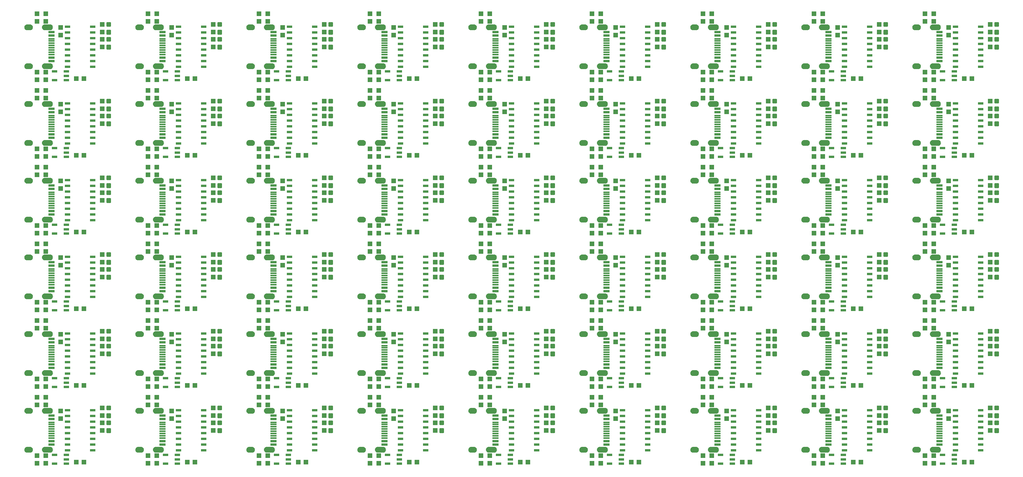
<source format=gtp>
G75*
%MOIN*%
%OFA0B0*%
%FSLAX25Y25*%
%IPPOS*%
%LPD*%
%AMOC8*
5,1,8,0,0,1.08239X$1,22.5*
%
%ADD10R,0.04724X0.02165*%
%ADD11R,0.04331X0.03937*%
%ADD12R,0.03937X0.04331*%
%ADD13C,0.01181*%
%ADD14R,0.04724X0.02362*%
%ADD15R,0.05709X0.01181*%
%ADD16R,0.05709X0.02362*%
%ADD17R,0.05709X0.02165*%
%ADD18C,0.00039*%
D10*
X0066631Y0031760D03*
X0076869Y0031760D03*
X0076869Y0035500D03*
X0076869Y0039240D03*
X0066631Y0039240D03*
X0163631Y0039240D03*
X0173869Y0039240D03*
X0173869Y0035500D03*
X0173869Y0031760D03*
X0163631Y0031760D03*
X0260631Y0031760D03*
X0270869Y0031760D03*
X0270869Y0035500D03*
X0270869Y0039240D03*
X0260631Y0039240D03*
X0357631Y0039240D03*
X0367869Y0039240D03*
X0367869Y0035500D03*
X0367869Y0031760D03*
X0357631Y0031760D03*
X0454631Y0031760D03*
X0464869Y0031760D03*
X0464869Y0035500D03*
X0464869Y0039240D03*
X0454631Y0039240D03*
X0551631Y0039240D03*
X0561869Y0039240D03*
X0561869Y0035500D03*
X0561869Y0031760D03*
X0551631Y0031760D03*
X0648631Y0031760D03*
X0658869Y0031760D03*
X0658869Y0035500D03*
X0658869Y0039240D03*
X0648631Y0039240D03*
X0745631Y0039240D03*
X0755869Y0039240D03*
X0755869Y0035500D03*
X0755869Y0031760D03*
X0745631Y0031760D03*
X0842631Y0031760D03*
X0852869Y0031760D03*
X0852869Y0035500D03*
X0852869Y0039240D03*
X0842631Y0039240D03*
X0842631Y0098760D03*
X0852869Y0098760D03*
X0852869Y0102500D03*
X0852869Y0106240D03*
X0842631Y0106240D03*
X0755869Y0106240D03*
X0755869Y0102500D03*
X0755869Y0098760D03*
X0745631Y0098760D03*
X0745631Y0106240D03*
X0658869Y0106240D03*
X0658869Y0102500D03*
X0658869Y0098760D03*
X0648631Y0098760D03*
X0648631Y0106240D03*
X0561869Y0106240D03*
X0561869Y0102500D03*
X0561869Y0098760D03*
X0551631Y0098760D03*
X0551631Y0106240D03*
X0464869Y0106240D03*
X0464869Y0102500D03*
X0464869Y0098760D03*
X0454631Y0098760D03*
X0454631Y0106240D03*
X0367869Y0106240D03*
X0367869Y0102500D03*
X0367869Y0098760D03*
X0357631Y0098760D03*
X0357631Y0106240D03*
X0270869Y0106240D03*
X0270869Y0102500D03*
X0270869Y0098760D03*
X0260631Y0098760D03*
X0260631Y0106240D03*
X0173869Y0106240D03*
X0173869Y0102500D03*
X0173869Y0098760D03*
X0163631Y0098760D03*
X0163631Y0106240D03*
X0076869Y0106240D03*
X0076869Y0102500D03*
X0076869Y0098760D03*
X0066631Y0098760D03*
X0066631Y0106240D03*
X0066631Y0165760D03*
X0066631Y0173240D03*
X0076869Y0173240D03*
X0076869Y0169500D03*
X0076869Y0165760D03*
X0163631Y0165760D03*
X0163631Y0173240D03*
X0173869Y0173240D03*
X0173869Y0169500D03*
X0173869Y0165760D03*
X0260631Y0165760D03*
X0260631Y0173240D03*
X0270869Y0173240D03*
X0270869Y0169500D03*
X0270869Y0165760D03*
X0357631Y0165760D03*
X0357631Y0173240D03*
X0367869Y0173240D03*
X0367869Y0169500D03*
X0367869Y0165760D03*
X0454631Y0165760D03*
X0454631Y0173240D03*
X0464869Y0173240D03*
X0464869Y0169500D03*
X0464869Y0165760D03*
X0551631Y0165760D03*
X0551631Y0173240D03*
X0561869Y0173240D03*
X0561869Y0169500D03*
X0561869Y0165760D03*
X0648631Y0165760D03*
X0648631Y0173240D03*
X0658869Y0173240D03*
X0658869Y0169500D03*
X0658869Y0165760D03*
X0745631Y0165760D03*
X0745631Y0173240D03*
X0755869Y0173240D03*
X0755869Y0169500D03*
X0755869Y0165760D03*
X0842631Y0165760D03*
X0842631Y0173240D03*
X0852869Y0173240D03*
X0852869Y0169500D03*
X0852869Y0165760D03*
X0852869Y0232760D03*
X0852869Y0236500D03*
X0852869Y0240240D03*
X0842631Y0240240D03*
X0842631Y0232760D03*
X0755869Y0232760D03*
X0755869Y0236500D03*
X0755869Y0240240D03*
X0745631Y0240240D03*
X0745631Y0232760D03*
X0658869Y0232760D03*
X0658869Y0236500D03*
X0658869Y0240240D03*
X0648631Y0240240D03*
X0648631Y0232760D03*
X0561869Y0232760D03*
X0561869Y0236500D03*
X0561869Y0240240D03*
X0551631Y0240240D03*
X0551631Y0232760D03*
X0464869Y0232760D03*
X0464869Y0236500D03*
X0464869Y0240240D03*
X0454631Y0240240D03*
X0454631Y0232760D03*
X0367869Y0232760D03*
X0367869Y0236500D03*
X0367869Y0240240D03*
X0357631Y0240240D03*
X0357631Y0232760D03*
X0270869Y0232760D03*
X0270869Y0236500D03*
X0270869Y0240240D03*
X0260631Y0240240D03*
X0260631Y0232760D03*
X0173869Y0232760D03*
X0173869Y0236500D03*
X0173869Y0240240D03*
X0163631Y0240240D03*
X0163631Y0232760D03*
X0076869Y0232760D03*
X0076869Y0236500D03*
X0076869Y0240240D03*
X0066631Y0240240D03*
X0066631Y0232760D03*
X0066631Y0299760D03*
X0076869Y0299760D03*
X0076869Y0303500D03*
X0076869Y0307240D03*
X0066631Y0307240D03*
X0163631Y0307240D03*
X0173869Y0307240D03*
X0173869Y0303500D03*
X0173869Y0299760D03*
X0163631Y0299760D03*
X0260631Y0299760D03*
X0270869Y0299760D03*
X0270869Y0303500D03*
X0270869Y0307240D03*
X0260631Y0307240D03*
X0357631Y0307240D03*
X0367869Y0307240D03*
X0367869Y0303500D03*
X0367869Y0299760D03*
X0357631Y0299760D03*
X0454631Y0299760D03*
X0464869Y0299760D03*
X0464869Y0303500D03*
X0464869Y0307240D03*
X0454631Y0307240D03*
X0551631Y0307240D03*
X0561869Y0307240D03*
X0561869Y0303500D03*
X0561869Y0299760D03*
X0551631Y0299760D03*
X0648631Y0299760D03*
X0658869Y0299760D03*
X0658869Y0303500D03*
X0658869Y0307240D03*
X0648631Y0307240D03*
X0745631Y0307240D03*
X0755869Y0307240D03*
X0755869Y0303500D03*
X0755869Y0299760D03*
X0745631Y0299760D03*
X0842631Y0299760D03*
X0852869Y0299760D03*
X0852869Y0303500D03*
X0852869Y0307240D03*
X0842631Y0307240D03*
X0842631Y0366760D03*
X0842631Y0374240D03*
X0852869Y0374240D03*
X0852869Y0370500D03*
X0852869Y0366760D03*
X0755869Y0366760D03*
X0755869Y0370500D03*
X0755869Y0374240D03*
X0745631Y0374240D03*
X0745631Y0366760D03*
X0658869Y0366760D03*
X0658869Y0370500D03*
X0658869Y0374240D03*
X0648631Y0374240D03*
X0648631Y0366760D03*
X0561869Y0366760D03*
X0561869Y0370500D03*
X0561869Y0374240D03*
X0551631Y0374240D03*
X0551631Y0366760D03*
X0464869Y0366760D03*
X0464869Y0370500D03*
X0464869Y0374240D03*
X0454631Y0374240D03*
X0454631Y0366760D03*
X0367869Y0366760D03*
X0367869Y0370500D03*
X0367869Y0374240D03*
X0357631Y0374240D03*
X0357631Y0366760D03*
X0270869Y0366760D03*
X0270869Y0370500D03*
X0270869Y0374240D03*
X0260631Y0374240D03*
X0260631Y0366760D03*
X0173869Y0366760D03*
X0173869Y0370500D03*
X0173869Y0374240D03*
X0163631Y0374240D03*
X0163631Y0366760D03*
X0076869Y0366760D03*
X0076869Y0370500D03*
X0076869Y0374240D03*
X0066631Y0374240D03*
X0066631Y0366760D03*
D11*
X0085404Y0368000D03*
X0092096Y0368000D03*
X0182404Y0368000D03*
X0189096Y0368000D03*
X0279404Y0368000D03*
X0286096Y0368000D03*
X0376404Y0368000D03*
X0383096Y0368000D03*
X0473404Y0368000D03*
X0480096Y0368000D03*
X0570404Y0368000D03*
X0577096Y0368000D03*
X0667404Y0368000D03*
X0674096Y0368000D03*
X0764404Y0368000D03*
X0771096Y0368000D03*
X0861404Y0368000D03*
X0868096Y0368000D03*
X0868096Y0301000D03*
X0861404Y0301000D03*
X0771096Y0301000D03*
X0764404Y0301000D03*
X0674096Y0301000D03*
X0667404Y0301000D03*
X0577096Y0301000D03*
X0570404Y0301000D03*
X0480096Y0301000D03*
X0473404Y0301000D03*
X0383096Y0301000D03*
X0376404Y0301000D03*
X0286096Y0301000D03*
X0279404Y0301000D03*
X0189096Y0301000D03*
X0182404Y0301000D03*
X0092096Y0301000D03*
X0085404Y0301000D03*
X0085404Y0234000D03*
X0092096Y0234000D03*
X0182404Y0234000D03*
X0189096Y0234000D03*
X0279404Y0234000D03*
X0286096Y0234000D03*
X0376404Y0234000D03*
X0383096Y0234000D03*
X0473404Y0234000D03*
X0480096Y0234000D03*
X0570404Y0234000D03*
X0577096Y0234000D03*
X0667404Y0234000D03*
X0674096Y0234000D03*
X0764404Y0234000D03*
X0771096Y0234000D03*
X0861404Y0234000D03*
X0868096Y0234000D03*
X0868096Y0167000D03*
X0861404Y0167000D03*
X0771096Y0167000D03*
X0764404Y0167000D03*
X0674096Y0167000D03*
X0667404Y0167000D03*
X0577096Y0167000D03*
X0570404Y0167000D03*
X0480096Y0167000D03*
X0473404Y0167000D03*
X0383096Y0167000D03*
X0376404Y0167000D03*
X0286096Y0167000D03*
X0279404Y0167000D03*
X0189096Y0167000D03*
X0182404Y0167000D03*
X0092096Y0167000D03*
X0085404Y0167000D03*
X0085404Y0100000D03*
X0092096Y0100000D03*
X0182404Y0100000D03*
X0189096Y0100000D03*
X0279404Y0100000D03*
X0286096Y0100000D03*
X0376404Y0100000D03*
X0383096Y0100000D03*
X0473404Y0100000D03*
X0480096Y0100000D03*
X0570404Y0100000D03*
X0577096Y0100000D03*
X0667404Y0100000D03*
X0674096Y0100000D03*
X0764404Y0100000D03*
X0771096Y0100000D03*
X0861404Y0100000D03*
X0868096Y0100000D03*
X0868096Y0033000D03*
X0861404Y0033000D03*
X0771096Y0033000D03*
X0764404Y0033000D03*
X0674096Y0033000D03*
X0667404Y0033000D03*
X0577096Y0033000D03*
X0570404Y0033000D03*
X0480096Y0033000D03*
X0473404Y0033000D03*
X0383096Y0033000D03*
X0376404Y0033000D03*
X0286096Y0033000D03*
X0279404Y0033000D03*
X0189096Y0033000D03*
X0182404Y0033000D03*
X0092096Y0033000D03*
X0085404Y0033000D03*
D12*
X0058750Y0032154D03*
X0058750Y0038846D03*
X0051250Y0038846D03*
X0051250Y0032154D03*
X0108250Y0060654D03*
X0108250Y0067346D03*
X0108250Y0073654D03*
X0108250Y0080346D03*
X0071750Y0077846D03*
X0071750Y0071154D03*
X0058750Y0083154D03*
X0058750Y0089846D03*
X0051250Y0089846D03*
X0051250Y0083154D03*
X0051250Y0099154D03*
X0058750Y0099154D03*
X0058750Y0105846D03*
X0051250Y0105846D03*
X0108250Y0127654D03*
X0108250Y0134346D03*
X0108250Y0140654D03*
X0108250Y0147346D03*
X0071750Y0144846D03*
X0071750Y0138154D03*
X0058750Y0150154D03*
X0051250Y0150154D03*
X0051250Y0156846D03*
X0058750Y0156846D03*
X0058750Y0166154D03*
X0058750Y0172846D03*
X0051250Y0172846D03*
X0051250Y0166154D03*
X0108250Y0194654D03*
X0108250Y0201346D03*
X0108250Y0207654D03*
X0108250Y0214346D03*
X0071750Y0211846D03*
X0071750Y0205154D03*
X0058750Y0217154D03*
X0058750Y0223846D03*
X0051250Y0223846D03*
X0051250Y0217154D03*
X0051250Y0233154D03*
X0051250Y0239846D03*
X0058750Y0239846D03*
X0058750Y0233154D03*
X0108250Y0261654D03*
X0108250Y0268346D03*
X0108250Y0274654D03*
X0108250Y0281346D03*
X0071750Y0278846D03*
X0071750Y0272154D03*
X0058750Y0284154D03*
X0058750Y0290846D03*
X0051250Y0290846D03*
X0051250Y0284154D03*
X0051250Y0300154D03*
X0058750Y0300154D03*
X0058750Y0306846D03*
X0051250Y0306846D03*
X0108250Y0328654D03*
X0108250Y0335346D03*
X0108250Y0341654D03*
X0108250Y0348346D03*
X0071750Y0345846D03*
X0071750Y0339154D03*
X0058750Y0351154D03*
X0051250Y0351154D03*
X0051250Y0357846D03*
X0058750Y0357846D03*
X0058750Y0367154D03*
X0058750Y0373846D03*
X0051250Y0373846D03*
X0051250Y0367154D03*
X0108250Y0395654D03*
X0108250Y0402346D03*
X0108250Y0408654D03*
X0108250Y0415346D03*
X0071750Y0412846D03*
X0071750Y0406154D03*
X0058750Y0418154D03*
X0058750Y0424846D03*
X0051250Y0424846D03*
X0051250Y0418154D03*
X0148250Y0418154D03*
X0148250Y0424846D03*
X0155750Y0424846D03*
X0155750Y0418154D03*
X0168750Y0412846D03*
X0168750Y0406154D03*
X0205250Y0408654D03*
X0205250Y0402346D03*
X0205250Y0395654D03*
X0205250Y0415346D03*
X0245250Y0418154D03*
X0245250Y0424846D03*
X0252750Y0424846D03*
X0252750Y0418154D03*
X0265750Y0412846D03*
X0265750Y0406154D03*
X0302250Y0408654D03*
X0302250Y0402346D03*
X0302250Y0395654D03*
X0302250Y0415346D03*
X0342250Y0418154D03*
X0342250Y0424846D03*
X0349750Y0424846D03*
X0349750Y0418154D03*
X0362750Y0412846D03*
X0362750Y0406154D03*
X0399250Y0408654D03*
X0399250Y0402346D03*
X0399250Y0395654D03*
X0399250Y0415346D03*
X0439250Y0418154D03*
X0439250Y0424846D03*
X0446750Y0424846D03*
X0446750Y0418154D03*
X0459750Y0412846D03*
X0459750Y0406154D03*
X0496250Y0408654D03*
X0496250Y0402346D03*
X0496250Y0395654D03*
X0496250Y0415346D03*
X0536250Y0418154D03*
X0536250Y0424846D03*
X0543750Y0424846D03*
X0543750Y0418154D03*
X0556750Y0412846D03*
X0556750Y0406154D03*
X0593250Y0408654D03*
X0593250Y0402346D03*
X0593250Y0395654D03*
X0593250Y0415346D03*
X0633250Y0418154D03*
X0633250Y0424846D03*
X0640750Y0424846D03*
X0640750Y0418154D03*
X0653750Y0412846D03*
X0653750Y0406154D03*
X0690250Y0408654D03*
X0690250Y0402346D03*
X0690250Y0395654D03*
X0690250Y0415346D03*
X0730250Y0418154D03*
X0730250Y0424846D03*
X0737750Y0424846D03*
X0737750Y0418154D03*
X0750750Y0412846D03*
X0750750Y0406154D03*
X0787250Y0408654D03*
X0787250Y0402346D03*
X0787250Y0395654D03*
X0787250Y0415346D03*
X0827250Y0418154D03*
X0827250Y0424846D03*
X0834750Y0424846D03*
X0834750Y0418154D03*
X0847750Y0412846D03*
X0847750Y0406154D03*
X0884250Y0408654D03*
X0884250Y0402346D03*
X0884250Y0395654D03*
X0884250Y0415346D03*
X0834750Y0373846D03*
X0834750Y0367154D03*
X0827250Y0367154D03*
X0827250Y0373846D03*
X0827250Y0357846D03*
X0834750Y0357846D03*
X0834750Y0351154D03*
X0827250Y0351154D03*
X0847750Y0345846D03*
X0847750Y0339154D03*
X0884250Y0341654D03*
X0884250Y0335346D03*
X0884250Y0328654D03*
X0884250Y0348346D03*
X0834750Y0306846D03*
X0827250Y0306846D03*
X0827250Y0300154D03*
X0834750Y0300154D03*
X0834750Y0290846D03*
X0834750Y0284154D03*
X0827250Y0284154D03*
X0827250Y0290846D03*
X0847750Y0278846D03*
X0847750Y0272154D03*
X0884250Y0274654D03*
X0884250Y0281346D03*
X0884250Y0268346D03*
X0884250Y0261654D03*
X0834750Y0239846D03*
X0834750Y0233154D03*
X0827250Y0233154D03*
X0827250Y0239846D03*
X0827250Y0223846D03*
X0827250Y0217154D03*
X0834750Y0217154D03*
X0834750Y0223846D03*
X0847750Y0211846D03*
X0847750Y0205154D03*
X0884250Y0207654D03*
X0884250Y0201346D03*
X0884250Y0194654D03*
X0884250Y0214346D03*
X0834750Y0172846D03*
X0834750Y0166154D03*
X0827250Y0166154D03*
X0827250Y0172846D03*
X0827250Y0156846D03*
X0834750Y0156846D03*
X0834750Y0150154D03*
X0827250Y0150154D03*
X0847750Y0144846D03*
X0847750Y0138154D03*
X0884250Y0140654D03*
X0884250Y0134346D03*
X0884250Y0127654D03*
X0884250Y0147346D03*
X0834750Y0105846D03*
X0827250Y0105846D03*
X0827250Y0099154D03*
X0834750Y0099154D03*
X0834750Y0089846D03*
X0834750Y0083154D03*
X0827250Y0083154D03*
X0827250Y0089846D03*
X0847750Y0077846D03*
X0847750Y0071154D03*
X0884250Y0073654D03*
X0884250Y0080346D03*
X0884250Y0067346D03*
X0884250Y0060654D03*
X0834750Y0038846D03*
X0834750Y0032154D03*
X0827250Y0032154D03*
X0827250Y0038846D03*
X0787250Y0060654D03*
X0787250Y0067346D03*
X0787250Y0073654D03*
X0787250Y0080346D03*
X0750750Y0077846D03*
X0750750Y0071154D03*
X0737750Y0083154D03*
X0737750Y0089846D03*
X0730250Y0089846D03*
X0730250Y0083154D03*
X0730250Y0099154D03*
X0737750Y0099154D03*
X0737750Y0105846D03*
X0730250Y0105846D03*
X0690250Y0127654D03*
X0690250Y0134346D03*
X0690250Y0140654D03*
X0690250Y0147346D03*
X0653750Y0144846D03*
X0653750Y0138154D03*
X0640750Y0150154D03*
X0633250Y0150154D03*
X0633250Y0156846D03*
X0640750Y0156846D03*
X0640750Y0166154D03*
X0640750Y0172846D03*
X0633250Y0172846D03*
X0633250Y0166154D03*
X0593250Y0147346D03*
X0593250Y0140654D03*
X0593250Y0134346D03*
X0593250Y0127654D03*
X0556750Y0138154D03*
X0556750Y0144846D03*
X0543750Y0150154D03*
X0536250Y0150154D03*
X0536250Y0156846D03*
X0543750Y0156846D03*
X0543750Y0166154D03*
X0543750Y0172846D03*
X0536250Y0172846D03*
X0536250Y0166154D03*
X0496250Y0147346D03*
X0496250Y0140654D03*
X0496250Y0134346D03*
X0496250Y0127654D03*
X0459750Y0138154D03*
X0459750Y0144846D03*
X0446750Y0150154D03*
X0439250Y0150154D03*
X0439250Y0156846D03*
X0446750Y0156846D03*
X0446750Y0166154D03*
X0446750Y0172846D03*
X0439250Y0172846D03*
X0439250Y0166154D03*
X0399250Y0147346D03*
X0399250Y0140654D03*
X0399250Y0134346D03*
X0399250Y0127654D03*
X0362750Y0138154D03*
X0362750Y0144846D03*
X0349750Y0150154D03*
X0342250Y0150154D03*
X0342250Y0156846D03*
X0349750Y0156846D03*
X0349750Y0166154D03*
X0349750Y0172846D03*
X0342250Y0172846D03*
X0342250Y0166154D03*
X0302250Y0147346D03*
X0302250Y0140654D03*
X0302250Y0134346D03*
X0302250Y0127654D03*
X0265750Y0138154D03*
X0265750Y0144846D03*
X0252750Y0150154D03*
X0245250Y0150154D03*
X0245250Y0156846D03*
X0252750Y0156846D03*
X0252750Y0166154D03*
X0252750Y0172846D03*
X0245250Y0172846D03*
X0245250Y0166154D03*
X0205250Y0147346D03*
X0205250Y0140654D03*
X0205250Y0134346D03*
X0205250Y0127654D03*
X0168750Y0138154D03*
X0168750Y0144846D03*
X0155750Y0150154D03*
X0148250Y0150154D03*
X0148250Y0156846D03*
X0155750Y0156846D03*
X0155750Y0166154D03*
X0155750Y0172846D03*
X0148250Y0172846D03*
X0148250Y0166154D03*
X0205250Y0194654D03*
X0205250Y0201346D03*
X0205250Y0207654D03*
X0205250Y0214346D03*
X0168750Y0211846D03*
X0155750Y0217154D03*
X0155750Y0223846D03*
X0148250Y0223846D03*
X0148250Y0217154D03*
X0168750Y0205154D03*
X0155750Y0233154D03*
X0155750Y0239846D03*
X0148250Y0239846D03*
X0148250Y0233154D03*
X0205250Y0261654D03*
X0205250Y0268346D03*
X0205250Y0274654D03*
X0205250Y0281346D03*
X0168750Y0278846D03*
X0155750Y0284154D03*
X0155750Y0290846D03*
X0148250Y0290846D03*
X0148250Y0284154D03*
X0148250Y0300154D03*
X0155750Y0300154D03*
X0155750Y0306846D03*
X0148250Y0306846D03*
X0205250Y0328654D03*
X0205250Y0335346D03*
X0205250Y0341654D03*
X0205250Y0348346D03*
X0168750Y0345846D03*
X0168750Y0339154D03*
X0155750Y0351154D03*
X0148250Y0351154D03*
X0148250Y0357846D03*
X0155750Y0357846D03*
X0155750Y0367154D03*
X0155750Y0373846D03*
X0148250Y0373846D03*
X0148250Y0367154D03*
X0245250Y0367154D03*
X0245250Y0373846D03*
X0252750Y0373846D03*
X0252750Y0367154D03*
X0252750Y0357846D03*
X0245250Y0357846D03*
X0245250Y0351154D03*
X0252750Y0351154D03*
X0265750Y0345846D03*
X0265750Y0339154D03*
X0302250Y0341654D03*
X0302250Y0335346D03*
X0302250Y0328654D03*
X0342250Y0306846D03*
X0349750Y0306846D03*
X0349750Y0300154D03*
X0342250Y0300154D03*
X0342250Y0290846D03*
X0342250Y0284154D03*
X0349750Y0284154D03*
X0349750Y0290846D03*
X0362750Y0278846D03*
X0362750Y0272154D03*
X0399250Y0274654D03*
X0399250Y0281346D03*
X0399250Y0268346D03*
X0399250Y0261654D03*
X0439250Y0239846D03*
X0439250Y0233154D03*
X0446750Y0233154D03*
X0446750Y0239846D03*
X0446750Y0223846D03*
X0446750Y0217154D03*
X0439250Y0217154D03*
X0439250Y0223846D03*
X0459750Y0211846D03*
X0459750Y0205154D03*
X0496250Y0207654D03*
X0496250Y0201346D03*
X0496250Y0194654D03*
X0496250Y0214346D03*
X0536250Y0217154D03*
X0536250Y0223846D03*
X0543750Y0223846D03*
X0543750Y0217154D03*
X0556750Y0211846D03*
X0556750Y0205154D03*
X0593250Y0207654D03*
X0593250Y0201346D03*
X0593250Y0194654D03*
X0593250Y0214346D03*
X0633250Y0217154D03*
X0633250Y0223846D03*
X0640750Y0223846D03*
X0640750Y0217154D03*
X0653750Y0211846D03*
X0653750Y0205154D03*
X0690250Y0207654D03*
X0690250Y0201346D03*
X0690250Y0194654D03*
X0690250Y0214346D03*
X0730250Y0217154D03*
X0730250Y0223846D03*
X0737750Y0223846D03*
X0737750Y0217154D03*
X0750750Y0211846D03*
X0750750Y0205154D03*
X0787250Y0207654D03*
X0787250Y0201346D03*
X0787250Y0194654D03*
X0787250Y0214346D03*
X0737750Y0233154D03*
X0737750Y0239846D03*
X0730250Y0239846D03*
X0730250Y0233154D03*
X0690250Y0261654D03*
X0690250Y0268346D03*
X0690250Y0274654D03*
X0690250Y0281346D03*
X0653750Y0278846D03*
X0640750Y0284154D03*
X0640750Y0290846D03*
X0633250Y0290846D03*
X0633250Y0284154D03*
X0633250Y0300154D03*
X0640750Y0300154D03*
X0640750Y0306846D03*
X0633250Y0306846D03*
X0593250Y0328654D03*
X0593250Y0335346D03*
X0593250Y0341654D03*
X0593250Y0348346D03*
X0556750Y0345846D03*
X0556750Y0339154D03*
X0543750Y0351154D03*
X0536250Y0351154D03*
X0536250Y0357846D03*
X0543750Y0357846D03*
X0543750Y0367154D03*
X0543750Y0373846D03*
X0536250Y0373846D03*
X0536250Y0367154D03*
X0496250Y0348346D03*
X0496250Y0341654D03*
X0496250Y0335346D03*
X0496250Y0328654D03*
X0459750Y0339154D03*
X0459750Y0345846D03*
X0446750Y0351154D03*
X0439250Y0351154D03*
X0439250Y0357846D03*
X0446750Y0357846D03*
X0446750Y0367154D03*
X0446750Y0373846D03*
X0439250Y0373846D03*
X0439250Y0367154D03*
X0399250Y0348346D03*
X0399250Y0341654D03*
X0399250Y0335346D03*
X0399250Y0328654D03*
X0362750Y0339154D03*
X0362750Y0345846D03*
X0349750Y0351154D03*
X0342250Y0351154D03*
X0342250Y0357846D03*
X0349750Y0357846D03*
X0349750Y0367154D03*
X0349750Y0373846D03*
X0342250Y0373846D03*
X0342250Y0367154D03*
X0302250Y0348346D03*
X0252750Y0306846D03*
X0245250Y0306846D03*
X0245250Y0300154D03*
X0252750Y0300154D03*
X0252750Y0290846D03*
X0252750Y0284154D03*
X0245250Y0284154D03*
X0245250Y0290846D03*
X0265750Y0278846D03*
X0265750Y0272154D03*
X0302250Y0274654D03*
X0302250Y0281346D03*
X0302250Y0268346D03*
X0302250Y0261654D03*
X0342250Y0239846D03*
X0342250Y0233154D03*
X0349750Y0233154D03*
X0349750Y0239846D03*
X0349750Y0223846D03*
X0349750Y0217154D03*
X0342250Y0217154D03*
X0342250Y0223846D03*
X0362750Y0211846D03*
X0362750Y0205154D03*
X0399250Y0207654D03*
X0399250Y0201346D03*
X0399250Y0194654D03*
X0399250Y0214346D03*
X0302250Y0214346D03*
X0302250Y0207654D03*
X0302250Y0201346D03*
X0302250Y0194654D03*
X0265750Y0205154D03*
X0265750Y0211846D03*
X0252750Y0217154D03*
X0252750Y0223846D03*
X0245250Y0223846D03*
X0245250Y0217154D03*
X0245250Y0233154D03*
X0245250Y0239846D03*
X0252750Y0239846D03*
X0252750Y0233154D03*
X0168750Y0272154D03*
X0439250Y0284154D03*
X0439250Y0290846D03*
X0446750Y0290846D03*
X0446750Y0284154D03*
X0459750Y0278846D03*
X0459750Y0272154D03*
X0496250Y0274654D03*
X0496250Y0281346D03*
X0496250Y0268346D03*
X0496250Y0261654D03*
X0536250Y0239846D03*
X0536250Y0233154D03*
X0543750Y0233154D03*
X0543750Y0239846D03*
X0593250Y0261654D03*
X0593250Y0268346D03*
X0593250Y0274654D03*
X0593250Y0281346D03*
X0556750Y0278846D03*
X0543750Y0284154D03*
X0543750Y0290846D03*
X0536250Y0290846D03*
X0536250Y0284154D03*
X0536250Y0300154D03*
X0543750Y0300154D03*
X0543750Y0306846D03*
X0536250Y0306846D03*
X0556750Y0272154D03*
X0633250Y0239846D03*
X0633250Y0233154D03*
X0640750Y0233154D03*
X0640750Y0239846D03*
X0653750Y0272154D03*
X0730250Y0284154D03*
X0730250Y0290846D03*
X0737750Y0290846D03*
X0737750Y0284154D03*
X0750750Y0278846D03*
X0750750Y0272154D03*
X0787250Y0274654D03*
X0787250Y0281346D03*
X0787250Y0268346D03*
X0787250Y0261654D03*
X0737750Y0300154D03*
X0730250Y0300154D03*
X0730250Y0306846D03*
X0737750Y0306846D03*
X0690250Y0328654D03*
X0690250Y0335346D03*
X0690250Y0341654D03*
X0690250Y0348346D03*
X0653750Y0345846D03*
X0653750Y0339154D03*
X0640750Y0351154D03*
X0633250Y0351154D03*
X0633250Y0357846D03*
X0640750Y0357846D03*
X0640750Y0367154D03*
X0640750Y0373846D03*
X0633250Y0373846D03*
X0633250Y0367154D03*
X0730250Y0367154D03*
X0730250Y0373846D03*
X0737750Y0373846D03*
X0737750Y0367154D03*
X0737750Y0357846D03*
X0730250Y0357846D03*
X0730250Y0351154D03*
X0737750Y0351154D03*
X0750750Y0345846D03*
X0750750Y0339154D03*
X0787250Y0341654D03*
X0787250Y0335346D03*
X0787250Y0328654D03*
X0787250Y0348346D03*
X0446750Y0306846D03*
X0439250Y0306846D03*
X0439250Y0300154D03*
X0446750Y0300154D03*
X0730250Y0172846D03*
X0730250Y0166154D03*
X0737750Y0166154D03*
X0737750Y0172846D03*
X0737750Y0156846D03*
X0730250Y0156846D03*
X0730250Y0150154D03*
X0737750Y0150154D03*
X0750750Y0144846D03*
X0750750Y0138154D03*
X0787250Y0140654D03*
X0787250Y0134346D03*
X0787250Y0127654D03*
X0787250Y0147346D03*
X0640750Y0105846D03*
X0633250Y0105846D03*
X0633250Y0099154D03*
X0640750Y0099154D03*
X0640750Y0089846D03*
X0640750Y0083154D03*
X0633250Y0083154D03*
X0633250Y0089846D03*
X0653750Y0077846D03*
X0653750Y0071154D03*
X0690250Y0073654D03*
X0690250Y0080346D03*
X0690250Y0067346D03*
X0690250Y0060654D03*
X0730250Y0038846D03*
X0730250Y0032154D03*
X0737750Y0032154D03*
X0737750Y0038846D03*
X0640750Y0038846D03*
X0640750Y0032154D03*
X0633250Y0032154D03*
X0633250Y0038846D03*
X0593250Y0060654D03*
X0593250Y0067346D03*
X0593250Y0073654D03*
X0593250Y0080346D03*
X0556750Y0077846D03*
X0543750Y0083154D03*
X0543750Y0089846D03*
X0536250Y0089846D03*
X0536250Y0083154D03*
X0536250Y0099154D03*
X0543750Y0099154D03*
X0543750Y0105846D03*
X0536250Y0105846D03*
X0496250Y0080346D03*
X0496250Y0073654D03*
X0496250Y0067346D03*
X0496250Y0060654D03*
X0459750Y0071154D03*
X0459750Y0077846D03*
X0446750Y0083154D03*
X0446750Y0089846D03*
X0439250Y0089846D03*
X0439250Y0083154D03*
X0439250Y0099154D03*
X0446750Y0099154D03*
X0446750Y0105846D03*
X0439250Y0105846D03*
X0399250Y0080346D03*
X0399250Y0073654D03*
X0399250Y0067346D03*
X0399250Y0060654D03*
X0362750Y0071154D03*
X0362750Y0077846D03*
X0349750Y0083154D03*
X0349750Y0089846D03*
X0342250Y0089846D03*
X0342250Y0083154D03*
X0342250Y0099154D03*
X0349750Y0099154D03*
X0349750Y0105846D03*
X0342250Y0105846D03*
X0302250Y0080346D03*
X0302250Y0073654D03*
X0302250Y0067346D03*
X0302250Y0060654D03*
X0265750Y0071154D03*
X0265750Y0077846D03*
X0252750Y0083154D03*
X0252750Y0089846D03*
X0245250Y0089846D03*
X0245250Y0083154D03*
X0245250Y0099154D03*
X0252750Y0099154D03*
X0252750Y0105846D03*
X0245250Y0105846D03*
X0205250Y0080346D03*
X0205250Y0073654D03*
X0205250Y0067346D03*
X0205250Y0060654D03*
X0168750Y0071154D03*
X0168750Y0077846D03*
X0155750Y0083154D03*
X0155750Y0089846D03*
X0148250Y0089846D03*
X0148250Y0083154D03*
X0148250Y0099154D03*
X0155750Y0099154D03*
X0155750Y0105846D03*
X0148250Y0105846D03*
X0148250Y0038846D03*
X0148250Y0032154D03*
X0155750Y0032154D03*
X0155750Y0038846D03*
X0245250Y0038846D03*
X0245250Y0032154D03*
X0252750Y0032154D03*
X0252750Y0038846D03*
X0342250Y0038846D03*
X0342250Y0032154D03*
X0349750Y0032154D03*
X0349750Y0038846D03*
X0439250Y0038846D03*
X0439250Y0032154D03*
X0446750Y0032154D03*
X0446750Y0038846D03*
X0536250Y0038846D03*
X0536250Y0032154D03*
X0543750Y0032154D03*
X0543750Y0038846D03*
X0556750Y0071154D03*
D13*
X0597372Y0074925D02*
X0600128Y0074925D01*
X0600128Y0072169D01*
X0597372Y0072169D01*
X0597372Y0074925D01*
X0597372Y0073291D02*
X0600128Y0073291D01*
X0600128Y0074413D02*
X0597372Y0074413D01*
X0597372Y0081831D02*
X0600128Y0081831D01*
X0600128Y0079075D01*
X0597372Y0079075D01*
X0597372Y0081831D01*
X0597372Y0080197D02*
X0600128Y0080197D01*
X0600128Y0081319D02*
X0597372Y0081319D01*
X0597372Y0068831D02*
X0600128Y0068831D01*
X0600128Y0066075D01*
X0597372Y0066075D01*
X0597372Y0068831D01*
X0597372Y0067197D02*
X0600128Y0067197D01*
X0600128Y0068319D02*
X0597372Y0068319D01*
X0597372Y0061925D02*
X0600128Y0061925D01*
X0600128Y0059169D01*
X0597372Y0059169D01*
X0597372Y0061925D01*
X0597372Y0060291D02*
X0600128Y0060291D01*
X0600128Y0061413D02*
X0597372Y0061413D01*
X0503128Y0061925D02*
X0500372Y0061925D01*
X0503128Y0061925D02*
X0503128Y0059169D01*
X0500372Y0059169D01*
X0500372Y0061925D01*
X0500372Y0060291D02*
X0503128Y0060291D01*
X0503128Y0061413D02*
X0500372Y0061413D01*
X0500372Y0068831D02*
X0503128Y0068831D01*
X0503128Y0066075D01*
X0500372Y0066075D01*
X0500372Y0068831D01*
X0500372Y0067197D02*
X0503128Y0067197D01*
X0503128Y0068319D02*
X0500372Y0068319D01*
X0500372Y0074925D02*
X0503128Y0074925D01*
X0503128Y0072169D01*
X0500372Y0072169D01*
X0500372Y0074925D01*
X0500372Y0073291D02*
X0503128Y0073291D01*
X0503128Y0074413D02*
X0500372Y0074413D01*
X0500372Y0081831D02*
X0503128Y0081831D01*
X0503128Y0079075D01*
X0500372Y0079075D01*
X0500372Y0081831D01*
X0500372Y0080197D02*
X0503128Y0080197D01*
X0503128Y0081319D02*
X0500372Y0081319D01*
X0500372Y0128925D02*
X0503128Y0128925D01*
X0503128Y0126169D01*
X0500372Y0126169D01*
X0500372Y0128925D01*
X0500372Y0127291D02*
X0503128Y0127291D01*
X0503128Y0128413D02*
X0500372Y0128413D01*
X0500372Y0135831D02*
X0503128Y0135831D01*
X0503128Y0133075D01*
X0500372Y0133075D01*
X0500372Y0135831D01*
X0500372Y0134197D02*
X0503128Y0134197D01*
X0503128Y0135319D02*
X0500372Y0135319D01*
X0500372Y0141925D02*
X0503128Y0141925D01*
X0503128Y0139169D01*
X0500372Y0139169D01*
X0500372Y0141925D01*
X0500372Y0140291D02*
X0503128Y0140291D01*
X0503128Y0141413D02*
X0500372Y0141413D01*
X0500372Y0148831D02*
X0503128Y0148831D01*
X0503128Y0146075D01*
X0500372Y0146075D01*
X0500372Y0148831D01*
X0500372Y0147197D02*
X0503128Y0147197D01*
X0503128Y0148319D02*
X0500372Y0148319D01*
X0500372Y0195925D02*
X0503128Y0195925D01*
X0503128Y0193169D01*
X0500372Y0193169D01*
X0500372Y0195925D01*
X0500372Y0194291D02*
X0503128Y0194291D01*
X0503128Y0195413D02*
X0500372Y0195413D01*
X0500372Y0202831D02*
X0503128Y0202831D01*
X0503128Y0200075D01*
X0500372Y0200075D01*
X0500372Y0202831D01*
X0500372Y0201197D02*
X0503128Y0201197D01*
X0503128Y0202319D02*
X0500372Y0202319D01*
X0500372Y0208925D02*
X0503128Y0208925D01*
X0503128Y0206169D01*
X0500372Y0206169D01*
X0500372Y0208925D01*
X0500372Y0207291D02*
X0503128Y0207291D01*
X0503128Y0208413D02*
X0500372Y0208413D01*
X0500372Y0215831D02*
X0503128Y0215831D01*
X0503128Y0213075D01*
X0500372Y0213075D01*
X0500372Y0215831D01*
X0500372Y0214197D02*
X0503128Y0214197D01*
X0503128Y0215319D02*
X0500372Y0215319D01*
X0500372Y0262925D02*
X0503128Y0262925D01*
X0503128Y0260169D01*
X0500372Y0260169D01*
X0500372Y0262925D01*
X0500372Y0261291D02*
X0503128Y0261291D01*
X0503128Y0262413D02*
X0500372Y0262413D01*
X0500372Y0269831D02*
X0503128Y0269831D01*
X0503128Y0267075D01*
X0500372Y0267075D01*
X0500372Y0269831D01*
X0500372Y0268197D02*
X0503128Y0268197D01*
X0503128Y0269319D02*
X0500372Y0269319D01*
X0500372Y0275925D02*
X0503128Y0275925D01*
X0503128Y0273169D01*
X0500372Y0273169D01*
X0500372Y0275925D01*
X0500372Y0274291D02*
X0503128Y0274291D01*
X0503128Y0275413D02*
X0500372Y0275413D01*
X0500372Y0282831D02*
X0503128Y0282831D01*
X0503128Y0280075D01*
X0500372Y0280075D01*
X0500372Y0282831D01*
X0500372Y0281197D02*
X0503128Y0281197D01*
X0503128Y0282319D02*
X0500372Y0282319D01*
X0500372Y0329925D02*
X0503128Y0329925D01*
X0503128Y0327169D01*
X0500372Y0327169D01*
X0500372Y0329925D01*
X0500372Y0328291D02*
X0503128Y0328291D01*
X0503128Y0329413D02*
X0500372Y0329413D01*
X0500372Y0336831D02*
X0503128Y0336831D01*
X0503128Y0334075D01*
X0500372Y0334075D01*
X0500372Y0336831D01*
X0500372Y0335197D02*
X0503128Y0335197D01*
X0503128Y0336319D02*
X0500372Y0336319D01*
X0500372Y0342925D02*
X0503128Y0342925D01*
X0503128Y0340169D01*
X0500372Y0340169D01*
X0500372Y0342925D01*
X0500372Y0341291D02*
X0503128Y0341291D01*
X0503128Y0342413D02*
X0500372Y0342413D01*
X0500372Y0349831D02*
X0503128Y0349831D01*
X0503128Y0347075D01*
X0500372Y0347075D01*
X0500372Y0349831D01*
X0500372Y0348197D02*
X0503128Y0348197D01*
X0503128Y0349319D02*
X0500372Y0349319D01*
X0500372Y0396925D02*
X0503128Y0396925D01*
X0503128Y0394169D01*
X0500372Y0394169D01*
X0500372Y0396925D01*
X0500372Y0395291D02*
X0503128Y0395291D01*
X0503128Y0396413D02*
X0500372Y0396413D01*
X0500372Y0403831D02*
X0503128Y0403831D01*
X0503128Y0401075D01*
X0500372Y0401075D01*
X0500372Y0403831D01*
X0500372Y0402197D02*
X0503128Y0402197D01*
X0503128Y0403319D02*
X0500372Y0403319D01*
X0500372Y0409925D02*
X0503128Y0409925D01*
X0503128Y0407169D01*
X0500372Y0407169D01*
X0500372Y0409925D01*
X0500372Y0408291D02*
X0503128Y0408291D01*
X0503128Y0409413D02*
X0500372Y0409413D01*
X0500372Y0416831D02*
X0503128Y0416831D01*
X0503128Y0414075D01*
X0500372Y0414075D01*
X0500372Y0416831D01*
X0500372Y0415197D02*
X0503128Y0415197D01*
X0503128Y0416319D02*
X0500372Y0416319D01*
X0406128Y0416831D02*
X0403372Y0416831D01*
X0406128Y0416831D02*
X0406128Y0414075D01*
X0403372Y0414075D01*
X0403372Y0416831D01*
X0403372Y0415197D02*
X0406128Y0415197D01*
X0406128Y0416319D02*
X0403372Y0416319D01*
X0403372Y0409925D02*
X0406128Y0409925D01*
X0406128Y0407169D01*
X0403372Y0407169D01*
X0403372Y0409925D01*
X0403372Y0408291D02*
X0406128Y0408291D01*
X0406128Y0409413D02*
X0403372Y0409413D01*
X0403372Y0403831D02*
X0406128Y0403831D01*
X0406128Y0401075D01*
X0403372Y0401075D01*
X0403372Y0403831D01*
X0403372Y0402197D02*
X0406128Y0402197D01*
X0406128Y0403319D02*
X0403372Y0403319D01*
X0403372Y0396925D02*
X0406128Y0396925D01*
X0406128Y0394169D01*
X0403372Y0394169D01*
X0403372Y0396925D01*
X0403372Y0395291D02*
X0406128Y0395291D01*
X0406128Y0396413D02*
X0403372Y0396413D01*
X0309128Y0396925D02*
X0306372Y0396925D01*
X0309128Y0396925D02*
X0309128Y0394169D01*
X0306372Y0394169D01*
X0306372Y0396925D01*
X0306372Y0395291D02*
X0309128Y0395291D01*
X0309128Y0396413D02*
X0306372Y0396413D01*
X0306372Y0403831D02*
X0309128Y0403831D01*
X0309128Y0401075D01*
X0306372Y0401075D01*
X0306372Y0403831D01*
X0306372Y0402197D02*
X0309128Y0402197D01*
X0309128Y0403319D02*
X0306372Y0403319D01*
X0306372Y0409925D02*
X0309128Y0409925D01*
X0309128Y0407169D01*
X0306372Y0407169D01*
X0306372Y0409925D01*
X0306372Y0408291D02*
X0309128Y0408291D01*
X0309128Y0409413D02*
X0306372Y0409413D01*
X0306372Y0416831D02*
X0309128Y0416831D01*
X0309128Y0414075D01*
X0306372Y0414075D01*
X0306372Y0416831D01*
X0306372Y0415197D02*
X0309128Y0415197D01*
X0309128Y0416319D02*
X0306372Y0416319D01*
X0212128Y0416831D02*
X0209372Y0416831D01*
X0212128Y0416831D02*
X0212128Y0414075D01*
X0209372Y0414075D01*
X0209372Y0416831D01*
X0209372Y0415197D02*
X0212128Y0415197D01*
X0212128Y0416319D02*
X0209372Y0416319D01*
X0209372Y0409925D02*
X0212128Y0409925D01*
X0212128Y0407169D01*
X0209372Y0407169D01*
X0209372Y0409925D01*
X0209372Y0408291D02*
X0212128Y0408291D01*
X0212128Y0409413D02*
X0209372Y0409413D01*
X0209372Y0403831D02*
X0212128Y0403831D01*
X0212128Y0401075D01*
X0209372Y0401075D01*
X0209372Y0403831D01*
X0209372Y0402197D02*
X0212128Y0402197D01*
X0212128Y0403319D02*
X0209372Y0403319D01*
X0209372Y0396925D02*
X0212128Y0396925D01*
X0212128Y0394169D01*
X0209372Y0394169D01*
X0209372Y0396925D01*
X0209372Y0395291D02*
X0212128Y0395291D01*
X0212128Y0396413D02*
X0209372Y0396413D01*
X0115128Y0396925D02*
X0112372Y0396925D01*
X0115128Y0396925D02*
X0115128Y0394169D01*
X0112372Y0394169D01*
X0112372Y0396925D01*
X0112372Y0395291D02*
X0115128Y0395291D01*
X0115128Y0396413D02*
X0112372Y0396413D01*
X0112372Y0403831D02*
X0115128Y0403831D01*
X0115128Y0401075D01*
X0112372Y0401075D01*
X0112372Y0403831D01*
X0112372Y0402197D02*
X0115128Y0402197D01*
X0115128Y0403319D02*
X0112372Y0403319D01*
X0112372Y0409925D02*
X0115128Y0409925D01*
X0115128Y0407169D01*
X0112372Y0407169D01*
X0112372Y0409925D01*
X0112372Y0408291D02*
X0115128Y0408291D01*
X0115128Y0409413D02*
X0112372Y0409413D01*
X0112372Y0416831D02*
X0115128Y0416831D01*
X0115128Y0414075D01*
X0112372Y0414075D01*
X0112372Y0416831D01*
X0112372Y0415197D02*
X0115128Y0415197D01*
X0115128Y0416319D02*
X0112372Y0416319D01*
X0112372Y0349831D02*
X0115128Y0349831D01*
X0115128Y0347075D01*
X0112372Y0347075D01*
X0112372Y0349831D01*
X0112372Y0348197D02*
X0115128Y0348197D01*
X0115128Y0349319D02*
X0112372Y0349319D01*
X0112372Y0342925D02*
X0115128Y0342925D01*
X0115128Y0340169D01*
X0112372Y0340169D01*
X0112372Y0342925D01*
X0112372Y0341291D02*
X0115128Y0341291D01*
X0115128Y0342413D02*
X0112372Y0342413D01*
X0112372Y0336831D02*
X0115128Y0336831D01*
X0115128Y0334075D01*
X0112372Y0334075D01*
X0112372Y0336831D01*
X0112372Y0335197D02*
X0115128Y0335197D01*
X0115128Y0336319D02*
X0112372Y0336319D01*
X0112372Y0329925D02*
X0115128Y0329925D01*
X0115128Y0327169D01*
X0112372Y0327169D01*
X0112372Y0329925D01*
X0112372Y0328291D02*
X0115128Y0328291D01*
X0115128Y0329413D02*
X0112372Y0329413D01*
X0209372Y0329925D02*
X0212128Y0329925D01*
X0212128Y0327169D01*
X0209372Y0327169D01*
X0209372Y0329925D01*
X0209372Y0328291D02*
X0212128Y0328291D01*
X0212128Y0329413D02*
X0209372Y0329413D01*
X0209372Y0336831D02*
X0212128Y0336831D01*
X0212128Y0334075D01*
X0209372Y0334075D01*
X0209372Y0336831D01*
X0209372Y0335197D02*
X0212128Y0335197D01*
X0212128Y0336319D02*
X0209372Y0336319D01*
X0209372Y0342925D02*
X0212128Y0342925D01*
X0212128Y0340169D01*
X0209372Y0340169D01*
X0209372Y0342925D01*
X0209372Y0341291D02*
X0212128Y0341291D01*
X0212128Y0342413D02*
X0209372Y0342413D01*
X0209372Y0349831D02*
X0212128Y0349831D01*
X0212128Y0347075D01*
X0209372Y0347075D01*
X0209372Y0349831D01*
X0209372Y0348197D02*
X0212128Y0348197D01*
X0212128Y0349319D02*
X0209372Y0349319D01*
X0306372Y0349831D02*
X0309128Y0349831D01*
X0309128Y0347075D01*
X0306372Y0347075D01*
X0306372Y0349831D01*
X0306372Y0348197D02*
X0309128Y0348197D01*
X0309128Y0349319D02*
X0306372Y0349319D01*
X0306372Y0342925D02*
X0309128Y0342925D01*
X0309128Y0340169D01*
X0306372Y0340169D01*
X0306372Y0342925D01*
X0306372Y0341291D02*
X0309128Y0341291D01*
X0309128Y0342413D02*
X0306372Y0342413D01*
X0306372Y0336831D02*
X0309128Y0336831D01*
X0309128Y0334075D01*
X0306372Y0334075D01*
X0306372Y0336831D01*
X0306372Y0335197D02*
X0309128Y0335197D01*
X0309128Y0336319D02*
X0306372Y0336319D01*
X0306372Y0329925D02*
X0309128Y0329925D01*
X0309128Y0327169D01*
X0306372Y0327169D01*
X0306372Y0329925D01*
X0306372Y0328291D02*
X0309128Y0328291D01*
X0309128Y0329413D02*
X0306372Y0329413D01*
X0403372Y0329925D02*
X0406128Y0329925D01*
X0406128Y0327169D01*
X0403372Y0327169D01*
X0403372Y0329925D01*
X0403372Y0328291D02*
X0406128Y0328291D01*
X0406128Y0329413D02*
X0403372Y0329413D01*
X0403372Y0336831D02*
X0406128Y0336831D01*
X0406128Y0334075D01*
X0403372Y0334075D01*
X0403372Y0336831D01*
X0403372Y0335197D02*
X0406128Y0335197D01*
X0406128Y0336319D02*
X0403372Y0336319D01*
X0403372Y0342925D02*
X0406128Y0342925D01*
X0406128Y0340169D01*
X0403372Y0340169D01*
X0403372Y0342925D01*
X0403372Y0341291D02*
X0406128Y0341291D01*
X0406128Y0342413D02*
X0403372Y0342413D01*
X0403372Y0349831D02*
X0406128Y0349831D01*
X0406128Y0347075D01*
X0403372Y0347075D01*
X0403372Y0349831D01*
X0403372Y0348197D02*
X0406128Y0348197D01*
X0406128Y0349319D02*
X0403372Y0349319D01*
X0403372Y0282831D02*
X0406128Y0282831D01*
X0406128Y0280075D01*
X0403372Y0280075D01*
X0403372Y0282831D01*
X0403372Y0281197D02*
X0406128Y0281197D01*
X0406128Y0282319D02*
X0403372Y0282319D01*
X0403372Y0275925D02*
X0406128Y0275925D01*
X0406128Y0273169D01*
X0403372Y0273169D01*
X0403372Y0275925D01*
X0403372Y0274291D02*
X0406128Y0274291D01*
X0406128Y0275413D02*
X0403372Y0275413D01*
X0403372Y0269831D02*
X0406128Y0269831D01*
X0406128Y0267075D01*
X0403372Y0267075D01*
X0403372Y0269831D01*
X0403372Y0268197D02*
X0406128Y0268197D01*
X0406128Y0269319D02*
X0403372Y0269319D01*
X0403372Y0262925D02*
X0406128Y0262925D01*
X0406128Y0260169D01*
X0403372Y0260169D01*
X0403372Y0262925D01*
X0403372Y0261291D02*
X0406128Y0261291D01*
X0406128Y0262413D02*
X0403372Y0262413D01*
X0309128Y0262925D02*
X0306372Y0262925D01*
X0309128Y0262925D02*
X0309128Y0260169D01*
X0306372Y0260169D01*
X0306372Y0262925D01*
X0306372Y0261291D02*
X0309128Y0261291D01*
X0309128Y0262413D02*
X0306372Y0262413D01*
X0306372Y0269831D02*
X0309128Y0269831D01*
X0309128Y0267075D01*
X0306372Y0267075D01*
X0306372Y0269831D01*
X0306372Y0268197D02*
X0309128Y0268197D01*
X0309128Y0269319D02*
X0306372Y0269319D01*
X0306372Y0275925D02*
X0309128Y0275925D01*
X0309128Y0273169D01*
X0306372Y0273169D01*
X0306372Y0275925D01*
X0306372Y0274291D02*
X0309128Y0274291D01*
X0309128Y0275413D02*
X0306372Y0275413D01*
X0306372Y0282831D02*
X0309128Y0282831D01*
X0309128Y0280075D01*
X0306372Y0280075D01*
X0306372Y0282831D01*
X0306372Y0281197D02*
X0309128Y0281197D01*
X0309128Y0282319D02*
X0306372Y0282319D01*
X0212128Y0282831D02*
X0209372Y0282831D01*
X0212128Y0282831D02*
X0212128Y0280075D01*
X0209372Y0280075D01*
X0209372Y0282831D01*
X0209372Y0281197D02*
X0212128Y0281197D01*
X0212128Y0282319D02*
X0209372Y0282319D01*
X0209372Y0275925D02*
X0212128Y0275925D01*
X0212128Y0273169D01*
X0209372Y0273169D01*
X0209372Y0275925D01*
X0209372Y0274291D02*
X0212128Y0274291D01*
X0212128Y0275413D02*
X0209372Y0275413D01*
X0209372Y0269831D02*
X0212128Y0269831D01*
X0212128Y0267075D01*
X0209372Y0267075D01*
X0209372Y0269831D01*
X0209372Y0268197D02*
X0212128Y0268197D01*
X0212128Y0269319D02*
X0209372Y0269319D01*
X0209372Y0262925D02*
X0212128Y0262925D01*
X0212128Y0260169D01*
X0209372Y0260169D01*
X0209372Y0262925D01*
X0209372Y0261291D02*
X0212128Y0261291D01*
X0212128Y0262413D02*
X0209372Y0262413D01*
X0115128Y0262925D02*
X0112372Y0262925D01*
X0115128Y0262925D02*
X0115128Y0260169D01*
X0112372Y0260169D01*
X0112372Y0262925D01*
X0112372Y0261291D02*
X0115128Y0261291D01*
X0115128Y0262413D02*
X0112372Y0262413D01*
X0112372Y0269831D02*
X0115128Y0269831D01*
X0115128Y0267075D01*
X0112372Y0267075D01*
X0112372Y0269831D01*
X0112372Y0268197D02*
X0115128Y0268197D01*
X0115128Y0269319D02*
X0112372Y0269319D01*
X0112372Y0275925D02*
X0115128Y0275925D01*
X0115128Y0273169D01*
X0112372Y0273169D01*
X0112372Y0275925D01*
X0112372Y0274291D02*
X0115128Y0274291D01*
X0115128Y0275413D02*
X0112372Y0275413D01*
X0112372Y0282831D02*
X0115128Y0282831D01*
X0115128Y0280075D01*
X0112372Y0280075D01*
X0112372Y0282831D01*
X0112372Y0281197D02*
X0115128Y0281197D01*
X0115128Y0282319D02*
X0112372Y0282319D01*
X0112372Y0215831D02*
X0115128Y0215831D01*
X0115128Y0213075D01*
X0112372Y0213075D01*
X0112372Y0215831D01*
X0112372Y0214197D02*
X0115128Y0214197D01*
X0115128Y0215319D02*
X0112372Y0215319D01*
X0112372Y0208925D02*
X0115128Y0208925D01*
X0115128Y0206169D01*
X0112372Y0206169D01*
X0112372Y0208925D01*
X0112372Y0207291D02*
X0115128Y0207291D01*
X0115128Y0208413D02*
X0112372Y0208413D01*
X0112372Y0202831D02*
X0115128Y0202831D01*
X0115128Y0200075D01*
X0112372Y0200075D01*
X0112372Y0202831D01*
X0112372Y0201197D02*
X0115128Y0201197D01*
X0115128Y0202319D02*
X0112372Y0202319D01*
X0112372Y0195925D02*
X0115128Y0195925D01*
X0115128Y0193169D01*
X0112372Y0193169D01*
X0112372Y0195925D01*
X0112372Y0194291D02*
X0115128Y0194291D01*
X0115128Y0195413D02*
X0112372Y0195413D01*
X0209372Y0195925D02*
X0212128Y0195925D01*
X0212128Y0193169D01*
X0209372Y0193169D01*
X0209372Y0195925D01*
X0209372Y0194291D02*
X0212128Y0194291D01*
X0212128Y0195413D02*
X0209372Y0195413D01*
X0209372Y0202831D02*
X0212128Y0202831D01*
X0212128Y0200075D01*
X0209372Y0200075D01*
X0209372Y0202831D01*
X0209372Y0201197D02*
X0212128Y0201197D01*
X0212128Y0202319D02*
X0209372Y0202319D01*
X0209372Y0208925D02*
X0212128Y0208925D01*
X0212128Y0206169D01*
X0209372Y0206169D01*
X0209372Y0208925D01*
X0209372Y0207291D02*
X0212128Y0207291D01*
X0212128Y0208413D02*
X0209372Y0208413D01*
X0209372Y0215831D02*
X0212128Y0215831D01*
X0212128Y0213075D01*
X0209372Y0213075D01*
X0209372Y0215831D01*
X0209372Y0214197D02*
X0212128Y0214197D01*
X0212128Y0215319D02*
X0209372Y0215319D01*
X0306372Y0215831D02*
X0309128Y0215831D01*
X0309128Y0213075D01*
X0306372Y0213075D01*
X0306372Y0215831D01*
X0306372Y0214197D02*
X0309128Y0214197D01*
X0309128Y0215319D02*
X0306372Y0215319D01*
X0306372Y0208925D02*
X0309128Y0208925D01*
X0309128Y0206169D01*
X0306372Y0206169D01*
X0306372Y0208925D01*
X0306372Y0207291D02*
X0309128Y0207291D01*
X0309128Y0208413D02*
X0306372Y0208413D01*
X0306372Y0202831D02*
X0309128Y0202831D01*
X0309128Y0200075D01*
X0306372Y0200075D01*
X0306372Y0202831D01*
X0306372Y0201197D02*
X0309128Y0201197D01*
X0309128Y0202319D02*
X0306372Y0202319D01*
X0306372Y0195925D02*
X0309128Y0195925D01*
X0309128Y0193169D01*
X0306372Y0193169D01*
X0306372Y0195925D01*
X0306372Y0194291D02*
X0309128Y0194291D01*
X0309128Y0195413D02*
X0306372Y0195413D01*
X0403372Y0195925D02*
X0406128Y0195925D01*
X0406128Y0193169D01*
X0403372Y0193169D01*
X0403372Y0195925D01*
X0403372Y0194291D02*
X0406128Y0194291D01*
X0406128Y0195413D02*
X0403372Y0195413D01*
X0403372Y0202831D02*
X0406128Y0202831D01*
X0406128Y0200075D01*
X0403372Y0200075D01*
X0403372Y0202831D01*
X0403372Y0201197D02*
X0406128Y0201197D01*
X0406128Y0202319D02*
X0403372Y0202319D01*
X0403372Y0208925D02*
X0406128Y0208925D01*
X0406128Y0206169D01*
X0403372Y0206169D01*
X0403372Y0208925D01*
X0403372Y0207291D02*
X0406128Y0207291D01*
X0406128Y0208413D02*
X0403372Y0208413D01*
X0403372Y0215831D02*
X0406128Y0215831D01*
X0406128Y0213075D01*
X0403372Y0213075D01*
X0403372Y0215831D01*
X0403372Y0214197D02*
X0406128Y0214197D01*
X0406128Y0215319D02*
X0403372Y0215319D01*
X0403372Y0148831D02*
X0406128Y0148831D01*
X0406128Y0146075D01*
X0403372Y0146075D01*
X0403372Y0148831D01*
X0403372Y0147197D02*
X0406128Y0147197D01*
X0406128Y0148319D02*
X0403372Y0148319D01*
X0403372Y0141925D02*
X0406128Y0141925D01*
X0406128Y0139169D01*
X0403372Y0139169D01*
X0403372Y0141925D01*
X0403372Y0140291D02*
X0406128Y0140291D01*
X0406128Y0141413D02*
X0403372Y0141413D01*
X0403372Y0135831D02*
X0406128Y0135831D01*
X0406128Y0133075D01*
X0403372Y0133075D01*
X0403372Y0135831D01*
X0403372Y0134197D02*
X0406128Y0134197D01*
X0406128Y0135319D02*
X0403372Y0135319D01*
X0403372Y0128925D02*
X0406128Y0128925D01*
X0406128Y0126169D01*
X0403372Y0126169D01*
X0403372Y0128925D01*
X0403372Y0127291D02*
X0406128Y0127291D01*
X0406128Y0128413D02*
X0403372Y0128413D01*
X0309128Y0128925D02*
X0306372Y0128925D01*
X0309128Y0128925D02*
X0309128Y0126169D01*
X0306372Y0126169D01*
X0306372Y0128925D01*
X0306372Y0127291D02*
X0309128Y0127291D01*
X0309128Y0128413D02*
X0306372Y0128413D01*
X0306372Y0135831D02*
X0309128Y0135831D01*
X0309128Y0133075D01*
X0306372Y0133075D01*
X0306372Y0135831D01*
X0306372Y0134197D02*
X0309128Y0134197D01*
X0309128Y0135319D02*
X0306372Y0135319D01*
X0306372Y0141925D02*
X0309128Y0141925D01*
X0309128Y0139169D01*
X0306372Y0139169D01*
X0306372Y0141925D01*
X0306372Y0140291D02*
X0309128Y0140291D01*
X0309128Y0141413D02*
X0306372Y0141413D01*
X0306372Y0148831D02*
X0309128Y0148831D01*
X0309128Y0146075D01*
X0306372Y0146075D01*
X0306372Y0148831D01*
X0306372Y0147197D02*
X0309128Y0147197D01*
X0309128Y0148319D02*
X0306372Y0148319D01*
X0212128Y0148831D02*
X0209372Y0148831D01*
X0212128Y0148831D02*
X0212128Y0146075D01*
X0209372Y0146075D01*
X0209372Y0148831D01*
X0209372Y0147197D02*
X0212128Y0147197D01*
X0212128Y0148319D02*
X0209372Y0148319D01*
X0209372Y0141925D02*
X0212128Y0141925D01*
X0212128Y0139169D01*
X0209372Y0139169D01*
X0209372Y0141925D01*
X0209372Y0140291D02*
X0212128Y0140291D01*
X0212128Y0141413D02*
X0209372Y0141413D01*
X0209372Y0135831D02*
X0212128Y0135831D01*
X0212128Y0133075D01*
X0209372Y0133075D01*
X0209372Y0135831D01*
X0209372Y0134197D02*
X0212128Y0134197D01*
X0212128Y0135319D02*
X0209372Y0135319D01*
X0209372Y0128925D02*
X0212128Y0128925D01*
X0212128Y0126169D01*
X0209372Y0126169D01*
X0209372Y0128925D01*
X0209372Y0127291D02*
X0212128Y0127291D01*
X0212128Y0128413D02*
X0209372Y0128413D01*
X0115128Y0128925D02*
X0112372Y0128925D01*
X0115128Y0128925D02*
X0115128Y0126169D01*
X0112372Y0126169D01*
X0112372Y0128925D01*
X0112372Y0127291D02*
X0115128Y0127291D01*
X0115128Y0128413D02*
X0112372Y0128413D01*
X0112372Y0135831D02*
X0115128Y0135831D01*
X0115128Y0133075D01*
X0112372Y0133075D01*
X0112372Y0135831D01*
X0112372Y0134197D02*
X0115128Y0134197D01*
X0115128Y0135319D02*
X0112372Y0135319D01*
X0112372Y0141925D02*
X0115128Y0141925D01*
X0115128Y0139169D01*
X0112372Y0139169D01*
X0112372Y0141925D01*
X0112372Y0140291D02*
X0115128Y0140291D01*
X0115128Y0141413D02*
X0112372Y0141413D01*
X0112372Y0148831D02*
X0115128Y0148831D01*
X0115128Y0146075D01*
X0112372Y0146075D01*
X0112372Y0148831D01*
X0112372Y0147197D02*
X0115128Y0147197D01*
X0115128Y0148319D02*
X0112372Y0148319D01*
X0112372Y0081831D02*
X0115128Y0081831D01*
X0115128Y0079075D01*
X0112372Y0079075D01*
X0112372Y0081831D01*
X0112372Y0080197D02*
X0115128Y0080197D01*
X0115128Y0081319D02*
X0112372Y0081319D01*
X0112372Y0074925D02*
X0115128Y0074925D01*
X0115128Y0072169D01*
X0112372Y0072169D01*
X0112372Y0074925D01*
X0112372Y0073291D02*
X0115128Y0073291D01*
X0115128Y0074413D02*
X0112372Y0074413D01*
X0112372Y0068831D02*
X0115128Y0068831D01*
X0115128Y0066075D01*
X0112372Y0066075D01*
X0112372Y0068831D01*
X0112372Y0067197D02*
X0115128Y0067197D01*
X0115128Y0068319D02*
X0112372Y0068319D01*
X0112372Y0061925D02*
X0115128Y0061925D01*
X0115128Y0059169D01*
X0112372Y0059169D01*
X0112372Y0061925D01*
X0112372Y0060291D02*
X0115128Y0060291D01*
X0115128Y0061413D02*
X0112372Y0061413D01*
X0209372Y0061925D02*
X0212128Y0061925D01*
X0212128Y0059169D01*
X0209372Y0059169D01*
X0209372Y0061925D01*
X0209372Y0060291D02*
X0212128Y0060291D01*
X0212128Y0061413D02*
X0209372Y0061413D01*
X0209372Y0068831D02*
X0212128Y0068831D01*
X0212128Y0066075D01*
X0209372Y0066075D01*
X0209372Y0068831D01*
X0209372Y0067197D02*
X0212128Y0067197D01*
X0212128Y0068319D02*
X0209372Y0068319D01*
X0209372Y0074925D02*
X0212128Y0074925D01*
X0212128Y0072169D01*
X0209372Y0072169D01*
X0209372Y0074925D01*
X0209372Y0073291D02*
X0212128Y0073291D01*
X0212128Y0074413D02*
X0209372Y0074413D01*
X0209372Y0081831D02*
X0212128Y0081831D01*
X0212128Y0079075D01*
X0209372Y0079075D01*
X0209372Y0081831D01*
X0209372Y0080197D02*
X0212128Y0080197D01*
X0212128Y0081319D02*
X0209372Y0081319D01*
X0306372Y0081831D02*
X0309128Y0081831D01*
X0309128Y0079075D01*
X0306372Y0079075D01*
X0306372Y0081831D01*
X0306372Y0080197D02*
X0309128Y0080197D01*
X0309128Y0081319D02*
X0306372Y0081319D01*
X0306372Y0074925D02*
X0309128Y0074925D01*
X0309128Y0072169D01*
X0306372Y0072169D01*
X0306372Y0074925D01*
X0306372Y0073291D02*
X0309128Y0073291D01*
X0309128Y0074413D02*
X0306372Y0074413D01*
X0306372Y0068831D02*
X0309128Y0068831D01*
X0309128Y0066075D01*
X0306372Y0066075D01*
X0306372Y0068831D01*
X0306372Y0067197D02*
X0309128Y0067197D01*
X0309128Y0068319D02*
X0306372Y0068319D01*
X0306372Y0061925D02*
X0309128Y0061925D01*
X0309128Y0059169D01*
X0306372Y0059169D01*
X0306372Y0061925D01*
X0306372Y0060291D02*
X0309128Y0060291D01*
X0309128Y0061413D02*
X0306372Y0061413D01*
X0403372Y0061925D02*
X0406128Y0061925D01*
X0406128Y0059169D01*
X0403372Y0059169D01*
X0403372Y0061925D01*
X0403372Y0060291D02*
X0406128Y0060291D01*
X0406128Y0061413D02*
X0403372Y0061413D01*
X0403372Y0068831D02*
X0406128Y0068831D01*
X0406128Y0066075D01*
X0403372Y0066075D01*
X0403372Y0068831D01*
X0403372Y0067197D02*
X0406128Y0067197D01*
X0406128Y0068319D02*
X0403372Y0068319D01*
X0403372Y0074925D02*
X0406128Y0074925D01*
X0406128Y0072169D01*
X0403372Y0072169D01*
X0403372Y0074925D01*
X0403372Y0073291D02*
X0406128Y0073291D01*
X0406128Y0074413D02*
X0403372Y0074413D01*
X0403372Y0081831D02*
X0406128Y0081831D01*
X0406128Y0079075D01*
X0403372Y0079075D01*
X0403372Y0081831D01*
X0403372Y0080197D02*
X0406128Y0080197D01*
X0406128Y0081319D02*
X0403372Y0081319D01*
X0597372Y0128925D02*
X0600128Y0128925D01*
X0600128Y0126169D01*
X0597372Y0126169D01*
X0597372Y0128925D01*
X0597372Y0127291D02*
X0600128Y0127291D01*
X0600128Y0128413D02*
X0597372Y0128413D01*
X0597372Y0135831D02*
X0600128Y0135831D01*
X0600128Y0133075D01*
X0597372Y0133075D01*
X0597372Y0135831D01*
X0597372Y0134197D02*
X0600128Y0134197D01*
X0600128Y0135319D02*
X0597372Y0135319D01*
X0597372Y0141925D02*
X0600128Y0141925D01*
X0600128Y0139169D01*
X0597372Y0139169D01*
X0597372Y0141925D01*
X0597372Y0140291D02*
X0600128Y0140291D01*
X0600128Y0141413D02*
X0597372Y0141413D01*
X0597372Y0148831D02*
X0600128Y0148831D01*
X0600128Y0146075D01*
X0597372Y0146075D01*
X0597372Y0148831D01*
X0597372Y0147197D02*
X0600128Y0147197D01*
X0600128Y0148319D02*
X0597372Y0148319D01*
X0597372Y0195925D02*
X0600128Y0195925D01*
X0600128Y0193169D01*
X0597372Y0193169D01*
X0597372Y0195925D01*
X0597372Y0194291D02*
X0600128Y0194291D01*
X0600128Y0195413D02*
X0597372Y0195413D01*
X0597372Y0202831D02*
X0600128Y0202831D01*
X0600128Y0200075D01*
X0597372Y0200075D01*
X0597372Y0202831D01*
X0597372Y0201197D02*
X0600128Y0201197D01*
X0600128Y0202319D02*
X0597372Y0202319D01*
X0597372Y0208925D02*
X0600128Y0208925D01*
X0600128Y0206169D01*
X0597372Y0206169D01*
X0597372Y0208925D01*
X0597372Y0207291D02*
X0600128Y0207291D01*
X0600128Y0208413D02*
X0597372Y0208413D01*
X0597372Y0215831D02*
X0600128Y0215831D01*
X0600128Y0213075D01*
X0597372Y0213075D01*
X0597372Y0215831D01*
X0597372Y0214197D02*
X0600128Y0214197D01*
X0600128Y0215319D02*
X0597372Y0215319D01*
X0597372Y0262925D02*
X0600128Y0262925D01*
X0600128Y0260169D01*
X0597372Y0260169D01*
X0597372Y0262925D01*
X0597372Y0261291D02*
X0600128Y0261291D01*
X0600128Y0262413D02*
X0597372Y0262413D01*
X0597372Y0269831D02*
X0600128Y0269831D01*
X0600128Y0267075D01*
X0597372Y0267075D01*
X0597372Y0269831D01*
X0597372Y0268197D02*
X0600128Y0268197D01*
X0600128Y0269319D02*
X0597372Y0269319D01*
X0597372Y0275925D02*
X0600128Y0275925D01*
X0600128Y0273169D01*
X0597372Y0273169D01*
X0597372Y0275925D01*
X0597372Y0274291D02*
X0600128Y0274291D01*
X0600128Y0275413D02*
X0597372Y0275413D01*
X0597372Y0282831D02*
X0600128Y0282831D01*
X0600128Y0280075D01*
X0597372Y0280075D01*
X0597372Y0282831D01*
X0597372Y0281197D02*
X0600128Y0281197D01*
X0600128Y0282319D02*
X0597372Y0282319D01*
X0597372Y0329925D02*
X0600128Y0329925D01*
X0600128Y0327169D01*
X0597372Y0327169D01*
X0597372Y0329925D01*
X0597372Y0328291D02*
X0600128Y0328291D01*
X0600128Y0329413D02*
X0597372Y0329413D01*
X0597372Y0336831D02*
X0600128Y0336831D01*
X0600128Y0334075D01*
X0597372Y0334075D01*
X0597372Y0336831D01*
X0597372Y0335197D02*
X0600128Y0335197D01*
X0600128Y0336319D02*
X0597372Y0336319D01*
X0597372Y0342925D02*
X0600128Y0342925D01*
X0600128Y0340169D01*
X0597372Y0340169D01*
X0597372Y0342925D01*
X0597372Y0341291D02*
X0600128Y0341291D01*
X0600128Y0342413D02*
X0597372Y0342413D01*
X0597372Y0349831D02*
X0600128Y0349831D01*
X0600128Y0347075D01*
X0597372Y0347075D01*
X0597372Y0349831D01*
X0597372Y0348197D02*
X0600128Y0348197D01*
X0600128Y0349319D02*
X0597372Y0349319D01*
X0597372Y0396925D02*
X0600128Y0396925D01*
X0600128Y0394169D01*
X0597372Y0394169D01*
X0597372Y0396925D01*
X0597372Y0395291D02*
X0600128Y0395291D01*
X0600128Y0396413D02*
X0597372Y0396413D01*
X0597372Y0403831D02*
X0600128Y0403831D01*
X0600128Y0401075D01*
X0597372Y0401075D01*
X0597372Y0403831D01*
X0597372Y0402197D02*
X0600128Y0402197D01*
X0600128Y0403319D02*
X0597372Y0403319D01*
X0597372Y0409925D02*
X0600128Y0409925D01*
X0600128Y0407169D01*
X0597372Y0407169D01*
X0597372Y0409925D01*
X0597372Y0408291D02*
X0600128Y0408291D01*
X0600128Y0409413D02*
X0597372Y0409413D01*
X0597372Y0416831D02*
X0600128Y0416831D01*
X0600128Y0414075D01*
X0597372Y0414075D01*
X0597372Y0416831D01*
X0597372Y0415197D02*
X0600128Y0415197D01*
X0600128Y0416319D02*
X0597372Y0416319D01*
X0694372Y0416831D02*
X0697128Y0416831D01*
X0697128Y0414075D01*
X0694372Y0414075D01*
X0694372Y0416831D01*
X0694372Y0415197D02*
X0697128Y0415197D01*
X0697128Y0416319D02*
X0694372Y0416319D01*
X0694372Y0409925D02*
X0697128Y0409925D01*
X0697128Y0407169D01*
X0694372Y0407169D01*
X0694372Y0409925D01*
X0694372Y0408291D02*
X0697128Y0408291D01*
X0697128Y0409413D02*
X0694372Y0409413D01*
X0694372Y0403831D02*
X0697128Y0403831D01*
X0697128Y0401075D01*
X0694372Y0401075D01*
X0694372Y0403831D01*
X0694372Y0402197D02*
X0697128Y0402197D01*
X0697128Y0403319D02*
X0694372Y0403319D01*
X0694372Y0396925D02*
X0697128Y0396925D01*
X0697128Y0394169D01*
X0694372Y0394169D01*
X0694372Y0396925D01*
X0694372Y0395291D02*
X0697128Y0395291D01*
X0697128Y0396413D02*
X0694372Y0396413D01*
X0694372Y0349831D02*
X0697128Y0349831D01*
X0697128Y0347075D01*
X0694372Y0347075D01*
X0694372Y0349831D01*
X0694372Y0348197D02*
X0697128Y0348197D01*
X0697128Y0349319D02*
X0694372Y0349319D01*
X0694372Y0342925D02*
X0697128Y0342925D01*
X0697128Y0340169D01*
X0694372Y0340169D01*
X0694372Y0342925D01*
X0694372Y0341291D02*
X0697128Y0341291D01*
X0697128Y0342413D02*
X0694372Y0342413D01*
X0694372Y0336831D02*
X0697128Y0336831D01*
X0697128Y0334075D01*
X0694372Y0334075D01*
X0694372Y0336831D01*
X0694372Y0335197D02*
X0697128Y0335197D01*
X0697128Y0336319D02*
X0694372Y0336319D01*
X0694372Y0329925D02*
X0697128Y0329925D01*
X0697128Y0327169D01*
X0694372Y0327169D01*
X0694372Y0329925D01*
X0694372Y0328291D02*
X0697128Y0328291D01*
X0697128Y0329413D02*
X0694372Y0329413D01*
X0791372Y0329925D02*
X0794128Y0329925D01*
X0794128Y0327169D01*
X0791372Y0327169D01*
X0791372Y0329925D01*
X0791372Y0328291D02*
X0794128Y0328291D01*
X0794128Y0329413D02*
X0791372Y0329413D01*
X0791372Y0336831D02*
X0794128Y0336831D01*
X0794128Y0334075D01*
X0791372Y0334075D01*
X0791372Y0336831D01*
X0791372Y0335197D02*
X0794128Y0335197D01*
X0794128Y0336319D02*
X0791372Y0336319D01*
X0791372Y0342925D02*
X0794128Y0342925D01*
X0794128Y0340169D01*
X0791372Y0340169D01*
X0791372Y0342925D01*
X0791372Y0341291D02*
X0794128Y0341291D01*
X0794128Y0342413D02*
X0791372Y0342413D01*
X0791372Y0349831D02*
X0794128Y0349831D01*
X0794128Y0347075D01*
X0791372Y0347075D01*
X0791372Y0349831D01*
X0791372Y0348197D02*
X0794128Y0348197D01*
X0794128Y0349319D02*
X0791372Y0349319D01*
X0888372Y0349831D02*
X0891128Y0349831D01*
X0891128Y0347075D01*
X0888372Y0347075D01*
X0888372Y0349831D01*
X0888372Y0348197D02*
X0891128Y0348197D01*
X0891128Y0349319D02*
X0888372Y0349319D01*
X0888372Y0342925D02*
X0891128Y0342925D01*
X0891128Y0340169D01*
X0888372Y0340169D01*
X0888372Y0342925D01*
X0888372Y0341291D02*
X0891128Y0341291D01*
X0891128Y0342413D02*
X0888372Y0342413D01*
X0888372Y0336831D02*
X0891128Y0336831D01*
X0891128Y0334075D01*
X0888372Y0334075D01*
X0888372Y0336831D01*
X0888372Y0335197D02*
X0891128Y0335197D01*
X0891128Y0336319D02*
X0888372Y0336319D01*
X0888372Y0329925D02*
X0891128Y0329925D01*
X0891128Y0327169D01*
X0888372Y0327169D01*
X0888372Y0329925D01*
X0888372Y0328291D02*
X0891128Y0328291D01*
X0891128Y0329413D02*
X0888372Y0329413D01*
X0888372Y0282831D02*
X0891128Y0282831D01*
X0891128Y0280075D01*
X0888372Y0280075D01*
X0888372Y0282831D01*
X0888372Y0281197D02*
X0891128Y0281197D01*
X0891128Y0282319D02*
X0888372Y0282319D01*
X0888372Y0275925D02*
X0891128Y0275925D01*
X0891128Y0273169D01*
X0888372Y0273169D01*
X0888372Y0275925D01*
X0888372Y0274291D02*
X0891128Y0274291D01*
X0891128Y0275413D02*
X0888372Y0275413D01*
X0888372Y0269831D02*
X0891128Y0269831D01*
X0891128Y0267075D01*
X0888372Y0267075D01*
X0888372Y0269831D01*
X0888372Y0268197D02*
X0891128Y0268197D01*
X0891128Y0269319D02*
X0888372Y0269319D01*
X0888372Y0262925D02*
X0891128Y0262925D01*
X0891128Y0260169D01*
X0888372Y0260169D01*
X0888372Y0262925D01*
X0888372Y0261291D02*
X0891128Y0261291D01*
X0891128Y0262413D02*
X0888372Y0262413D01*
X0794128Y0262925D02*
X0791372Y0262925D01*
X0794128Y0262925D02*
X0794128Y0260169D01*
X0791372Y0260169D01*
X0791372Y0262925D01*
X0791372Y0261291D02*
X0794128Y0261291D01*
X0794128Y0262413D02*
X0791372Y0262413D01*
X0791372Y0269831D02*
X0794128Y0269831D01*
X0794128Y0267075D01*
X0791372Y0267075D01*
X0791372Y0269831D01*
X0791372Y0268197D02*
X0794128Y0268197D01*
X0794128Y0269319D02*
X0791372Y0269319D01*
X0791372Y0275925D02*
X0794128Y0275925D01*
X0794128Y0273169D01*
X0791372Y0273169D01*
X0791372Y0275925D01*
X0791372Y0274291D02*
X0794128Y0274291D01*
X0794128Y0275413D02*
X0791372Y0275413D01*
X0791372Y0282831D02*
X0794128Y0282831D01*
X0794128Y0280075D01*
X0791372Y0280075D01*
X0791372Y0282831D01*
X0791372Y0281197D02*
X0794128Y0281197D01*
X0794128Y0282319D02*
X0791372Y0282319D01*
X0697128Y0282831D02*
X0694372Y0282831D01*
X0697128Y0282831D02*
X0697128Y0280075D01*
X0694372Y0280075D01*
X0694372Y0282831D01*
X0694372Y0281197D02*
X0697128Y0281197D01*
X0697128Y0282319D02*
X0694372Y0282319D01*
X0694372Y0275925D02*
X0697128Y0275925D01*
X0697128Y0273169D01*
X0694372Y0273169D01*
X0694372Y0275925D01*
X0694372Y0274291D02*
X0697128Y0274291D01*
X0697128Y0275413D02*
X0694372Y0275413D01*
X0694372Y0269831D02*
X0697128Y0269831D01*
X0697128Y0267075D01*
X0694372Y0267075D01*
X0694372Y0269831D01*
X0694372Y0268197D02*
X0697128Y0268197D01*
X0697128Y0269319D02*
X0694372Y0269319D01*
X0694372Y0262925D02*
X0697128Y0262925D01*
X0697128Y0260169D01*
X0694372Y0260169D01*
X0694372Y0262925D01*
X0694372Y0261291D02*
X0697128Y0261291D01*
X0697128Y0262413D02*
X0694372Y0262413D01*
X0694372Y0215831D02*
X0697128Y0215831D01*
X0697128Y0213075D01*
X0694372Y0213075D01*
X0694372Y0215831D01*
X0694372Y0214197D02*
X0697128Y0214197D01*
X0697128Y0215319D02*
X0694372Y0215319D01*
X0694372Y0208925D02*
X0697128Y0208925D01*
X0697128Y0206169D01*
X0694372Y0206169D01*
X0694372Y0208925D01*
X0694372Y0207291D02*
X0697128Y0207291D01*
X0697128Y0208413D02*
X0694372Y0208413D01*
X0694372Y0202831D02*
X0697128Y0202831D01*
X0697128Y0200075D01*
X0694372Y0200075D01*
X0694372Y0202831D01*
X0694372Y0201197D02*
X0697128Y0201197D01*
X0697128Y0202319D02*
X0694372Y0202319D01*
X0694372Y0195925D02*
X0697128Y0195925D01*
X0697128Y0193169D01*
X0694372Y0193169D01*
X0694372Y0195925D01*
X0694372Y0194291D02*
X0697128Y0194291D01*
X0697128Y0195413D02*
X0694372Y0195413D01*
X0694372Y0148831D02*
X0697128Y0148831D01*
X0697128Y0146075D01*
X0694372Y0146075D01*
X0694372Y0148831D01*
X0694372Y0147197D02*
X0697128Y0147197D01*
X0697128Y0148319D02*
X0694372Y0148319D01*
X0694372Y0141925D02*
X0697128Y0141925D01*
X0697128Y0139169D01*
X0694372Y0139169D01*
X0694372Y0141925D01*
X0694372Y0140291D02*
X0697128Y0140291D01*
X0697128Y0141413D02*
X0694372Y0141413D01*
X0694372Y0135831D02*
X0697128Y0135831D01*
X0697128Y0133075D01*
X0694372Y0133075D01*
X0694372Y0135831D01*
X0694372Y0134197D02*
X0697128Y0134197D01*
X0697128Y0135319D02*
X0694372Y0135319D01*
X0694372Y0128925D02*
X0697128Y0128925D01*
X0697128Y0126169D01*
X0694372Y0126169D01*
X0694372Y0128925D01*
X0694372Y0127291D02*
X0697128Y0127291D01*
X0697128Y0128413D02*
X0694372Y0128413D01*
X0791372Y0128925D02*
X0794128Y0128925D01*
X0794128Y0126169D01*
X0791372Y0126169D01*
X0791372Y0128925D01*
X0791372Y0127291D02*
X0794128Y0127291D01*
X0794128Y0128413D02*
X0791372Y0128413D01*
X0791372Y0135831D02*
X0794128Y0135831D01*
X0794128Y0133075D01*
X0791372Y0133075D01*
X0791372Y0135831D01*
X0791372Y0134197D02*
X0794128Y0134197D01*
X0794128Y0135319D02*
X0791372Y0135319D01*
X0791372Y0141925D02*
X0794128Y0141925D01*
X0794128Y0139169D01*
X0791372Y0139169D01*
X0791372Y0141925D01*
X0791372Y0140291D02*
X0794128Y0140291D01*
X0794128Y0141413D02*
X0791372Y0141413D01*
X0791372Y0148831D02*
X0794128Y0148831D01*
X0794128Y0146075D01*
X0791372Y0146075D01*
X0791372Y0148831D01*
X0791372Y0147197D02*
X0794128Y0147197D01*
X0794128Y0148319D02*
X0791372Y0148319D01*
X0888372Y0148831D02*
X0891128Y0148831D01*
X0891128Y0146075D01*
X0888372Y0146075D01*
X0888372Y0148831D01*
X0888372Y0147197D02*
X0891128Y0147197D01*
X0891128Y0148319D02*
X0888372Y0148319D01*
X0888372Y0141925D02*
X0891128Y0141925D01*
X0891128Y0139169D01*
X0888372Y0139169D01*
X0888372Y0141925D01*
X0888372Y0140291D02*
X0891128Y0140291D01*
X0891128Y0141413D02*
X0888372Y0141413D01*
X0888372Y0135831D02*
X0891128Y0135831D01*
X0891128Y0133075D01*
X0888372Y0133075D01*
X0888372Y0135831D01*
X0888372Y0134197D02*
X0891128Y0134197D01*
X0891128Y0135319D02*
X0888372Y0135319D01*
X0888372Y0128925D02*
X0891128Y0128925D01*
X0891128Y0126169D01*
X0888372Y0126169D01*
X0888372Y0128925D01*
X0888372Y0127291D02*
X0891128Y0127291D01*
X0891128Y0128413D02*
X0888372Y0128413D01*
X0888372Y0081831D02*
X0891128Y0081831D01*
X0891128Y0079075D01*
X0888372Y0079075D01*
X0888372Y0081831D01*
X0888372Y0080197D02*
X0891128Y0080197D01*
X0891128Y0081319D02*
X0888372Y0081319D01*
X0888372Y0074925D02*
X0891128Y0074925D01*
X0891128Y0072169D01*
X0888372Y0072169D01*
X0888372Y0074925D01*
X0888372Y0073291D02*
X0891128Y0073291D01*
X0891128Y0074413D02*
X0888372Y0074413D01*
X0888372Y0068831D02*
X0891128Y0068831D01*
X0891128Y0066075D01*
X0888372Y0066075D01*
X0888372Y0068831D01*
X0888372Y0067197D02*
X0891128Y0067197D01*
X0891128Y0068319D02*
X0888372Y0068319D01*
X0888372Y0061925D02*
X0891128Y0061925D01*
X0891128Y0059169D01*
X0888372Y0059169D01*
X0888372Y0061925D01*
X0888372Y0060291D02*
X0891128Y0060291D01*
X0891128Y0061413D02*
X0888372Y0061413D01*
X0794128Y0061925D02*
X0791372Y0061925D01*
X0794128Y0061925D02*
X0794128Y0059169D01*
X0791372Y0059169D01*
X0791372Y0061925D01*
X0791372Y0060291D02*
X0794128Y0060291D01*
X0794128Y0061413D02*
X0791372Y0061413D01*
X0791372Y0068831D02*
X0794128Y0068831D01*
X0794128Y0066075D01*
X0791372Y0066075D01*
X0791372Y0068831D01*
X0791372Y0067197D02*
X0794128Y0067197D01*
X0794128Y0068319D02*
X0791372Y0068319D01*
X0791372Y0074925D02*
X0794128Y0074925D01*
X0794128Y0072169D01*
X0791372Y0072169D01*
X0791372Y0074925D01*
X0791372Y0073291D02*
X0794128Y0073291D01*
X0794128Y0074413D02*
X0791372Y0074413D01*
X0791372Y0081831D02*
X0794128Y0081831D01*
X0794128Y0079075D01*
X0791372Y0079075D01*
X0791372Y0081831D01*
X0791372Y0080197D02*
X0794128Y0080197D01*
X0794128Y0081319D02*
X0791372Y0081319D01*
X0697128Y0081831D02*
X0694372Y0081831D01*
X0697128Y0081831D02*
X0697128Y0079075D01*
X0694372Y0079075D01*
X0694372Y0081831D01*
X0694372Y0080197D02*
X0697128Y0080197D01*
X0697128Y0081319D02*
X0694372Y0081319D01*
X0694372Y0074925D02*
X0697128Y0074925D01*
X0697128Y0072169D01*
X0694372Y0072169D01*
X0694372Y0074925D01*
X0694372Y0073291D02*
X0697128Y0073291D01*
X0697128Y0074413D02*
X0694372Y0074413D01*
X0694372Y0068831D02*
X0697128Y0068831D01*
X0697128Y0066075D01*
X0694372Y0066075D01*
X0694372Y0068831D01*
X0694372Y0067197D02*
X0697128Y0067197D01*
X0697128Y0068319D02*
X0694372Y0068319D01*
X0694372Y0061925D02*
X0697128Y0061925D01*
X0697128Y0059169D01*
X0694372Y0059169D01*
X0694372Y0061925D01*
X0694372Y0060291D02*
X0697128Y0060291D01*
X0697128Y0061413D02*
X0694372Y0061413D01*
X0791372Y0195925D02*
X0794128Y0195925D01*
X0794128Y0193169D01*
X0791372Y0193169D01*
X0791372Y0195925D01*
X0791372Y0194291D02*
X0794128Y0194291D01*
X0794128Y0195413D02*
X0791372Y0195413D01*
X0791372Y0202831D02*
X0794128Y0202831D01*
X0794128Y0200075D01*
X0791372Y0200075D01*
X0791372Y0202831D01*
X0791372Y0201197D02*
X0794128Y0201197D01*
X0794128Y0202319D02*
X0791372Y0202319D01*
X0791372Y0208925D02*
X0794128Y0208925D01*
X0794128Y0206169D01*
X0791372Y0206169D01*
X0791372Y0208925D01*
X0791372Y0207291D02*
X0794128Y0207291D01*
X0794128Y0208413D02*
X0791372Y0208413D01*
X0791372Y0215831D02*
X0794128Y0215831D01*
X0794128Y0213075D01*
X0791372Y0213075D01*
X0791372Y0215831D01*
X0791372Y0214197D02*
X0794128Y0214197D01*
X0794128Y0215319D02*
X0791372Y0215319D01*
X0888372Y0215831D02*
X0891128Y0215831D01*
X0891128Y0213075D01*
X0888372Y0213075D01*
X0888372Y0215831D01*
X0888372Y0214197D02*
X0891128Y0214197D01*
X0891128Y0215319D02*
X0888372Y0215319D01*
X0888372Y0208925D02*
X0891128Y0208925D01*
X0891128Y0206169D01*
X0888372Y0206169D01*
X0888372Y0208925D01*
X0888372Y0207291D02*
X0891128Y0207291D01*
X0891128Y0208413D02*
X0888372Y0208413D01*
X0888372Y0202831D02*
X0891128Y0202831D01*
X0891128Y0200075D01*
X0888372Y0200075D01*
X0888372Y0202831D01*
X0888372Y0201197D02*
X0891128Y0201197D01*
X0891128Y0202319D02*
X0888372Y0202319D01*
X0888372Y0195925D02*
X0891128Y0195925D01*
X0891128Y0193169D01*
X0888372Y0193169D01*
X0888372Y0195925D01*
X0888372Y0194291D02*
X0891128Y0194291D01*
X0891128Y0195413D02*
X0888372Y0195413D01*
X0888372Y0396925D02*
X0891128Y0396925D01*
X0891128Y0394169D01*
X0888372Y0394169D01*
X0888372Y0396925D01*
X0888372Y0395291D02*
X0891128Y0395291D01*
X0891128Y0396413D02*
X0888372Y0396413D01*
X0888372Y0403831D02*
X0891128Y0403831D01*
X0891128Y0401075D01*
X0888372Y0401075D01*
X0888372Y0403831D01*
X0888372Y0402197D02*
X0891128Y0402197D01*
X0891128Y0403319D02*
X0888372Y0403319D01*
X0888372Y0409925D02*
X0891128Y0409925D01*
X0891128Y0407169D01*
X0888372Y0407169D01*
X0888372Y0409925D01*
X0888372Y0408291D02*
X0891128Y0408291D01*
X0891128Y0409413D02*
X0888372Y0409413D01*
X0888372Y0416831D02*
X0891128Y0416831D01*
X0891128Y0414075D01*
X0888372Y0414075D01*
X0888372Y0416831D01*
X0888372Y0415197D02*
X0891128Y0415197D01*
X0891128Y0416319D02*
X0888372Y0416319D01*
X0794128Y0416831D02*
X0791372Y0416831D01*
X0794128Y0416831D02*
X0794128Y0414075D01*
X0791372Y0414075D01*
X0791372Y0416831D01*
X0791372Y0415197D02*
X0794128Y0415197D01*
X0794128Y0416319D02*
X0791372Y0416319D01*
X0791372Y0409925D02*
X0794128Y0409925D01*
X0794128Y0407169D01*
X0791372Y0407169D01*
X0791372Y0409925D01*
X0791372Y0408291D02*
X0794128Y0408291D01*
X0794128Y0409413D02*
X0791372Y0409413D01*
X0791372Y0403831D02*
X0794128Y0403831D01*
X0794128Y0401075D01*
X0791372Y0401075D01*
X0791372Y0403831D01*
X0791372Y0402197D02*
X0794128Y0402197D01*
X0794128Y0403319D02*
X0791372Y0403319D01*
X0791372Y0396925D02*
X0794128Y0396925D01*
X0794128Y0394169D01*
X0791372Y0394169D01*
X0791372Y0396925D01*
X0791372Y0395291D02*
X0794128Y0395291D01*
X0794128Y0396413D02*
X0791372Y0396413D01*
D14*
X0778774Y0398500D03*
X0778774Y0393500D03*
X0778774Y0388500D03*
X0778774Y0383500D03*
X0778774Y0378500D03*
X0756726Y0378500D03*
X0756726Y0383500D03*
X0756726Y0388500D03*
X0756726Y0393500D03*
X0756726Y0398500D03*
X0756726Y0403500D03*
X0756726Y0408500D03*
X0756726Y0413500D03*
X0778774Y0413500D03*
X0778774Y0408500D03*
X0778774Y0403500D03*
X0853726Y0403500D03*
X0853726Y0398500D03*
X0853726Y0393500D03*
X0853726Y0388500D03*
X0853726Y0383500D03*
X0853726Y0378500D03*
X0875774Y0378500D03*
X0875774Y0383500D03*
X0875774Y0388500D03*
X0875774Y0393500D03*
X0875774Y0398500D03*
X0875774Y0403500D03*
X0875774Y0408500D03*
X0875774Y0413500D03*
X0853726Y0413500D03*
X0853726Y0408500D03*
X0853726Y0346500D03*
X0853726Y0341500D03*
X0853726Y0336500D03*
X0853726Y0331500D03*
X0853726Y0326500D03*
X0853726Y0321500D03*
X0853726Y0316500D03*
X0853726Y0311500D03*
X0875774Y0311500D03*
X0875774Y0316500D03*
X0875774Y0321500D03*
X0875774Y0326500D03*
X0875774Y0331500D03*
X0875774Y0336500D03*
X0875774Y0341500D03*
X0875774Y0346500D03*
X0778774Y0346500D03*
X0778774Y0341500D03*
X0778774Y0336500D03*
X0778774Y0331500D03*
X0778774Y0326500D03*
X0778774Y0321500D03*
X0778774Y0316500D03*
X0778774Y0311500D03*
X0756726Y0311500D03*
X0756726Y0316500D03*
X0756726Y0321500D03*
X0756726Y0326500D03*
X0756726Y0331500D03*
X0756726Y0336500D03*
X0756726Y0341500D03*
X0756726Y0346500D03*
X0681774Y0346500D03*
X0681774Y0341500D03*
X0681774Y0336500D03*
X0681774Y0331500D03*
X0681774Y0326500D03*
X0681774Y0321500D03*
X0681774Y0316500D03*
X0681774Y0311500D03*
X0659726Y0311500D03*
X0659726Y0316500D03*
X0659726Y0321500D03*
X0659726Y0326500D03*
X0659726Y0331500D03*
X0659726Y0336500D03*
X0659726Y0341500D03*
X0659726Y0346500D03*
X0659726Y0378500D03*
X0659726Y0383500D03*
X0659726Y0388500D03*
X0659726Y0393500D03*
X0659726Y0398500D03*
X0659726Y0403500D03*
X0659726Y0408500D03*
X0659726Y0413500D03*
X0681774Y0413500D03*
X0681774Y0408500D03*
X0681774Y0403500D03*
X0681774Y0398500D03*
X0681774Y0393500D03*
X0681774Y0388500D03*
X0681774Y0383500D03*
X0681774Y0378500D03*
X0584774Y0378500D03*
X0584774Y0383500D03*
X0584774Y0388500D03*
X0584774Y0393500D03*
X0584774Y0398500D03*
X0584774Y0403500D03*
X0584774Y0408500D03*
X0584774Y0413500D03*
X0562726Y0413500D03*
X0562726Y0408500D03*
X0562726Y0403500D03*
X0562726Y0398500D03*
X0562726Y0393500D03*
X0562726Y0388500D03*
X0562726Y0383500D03*
X0562726Y0378500D03*
X0562726Y0346500D03*
X0562726Y0341500D03*
X0562726Y0336500D03*
X0562726Y0331500D03*
X0562726Y0326500D03*
X0562726Y0321500D03*
X0562726Y0316500D03*
X0562726Y0311500D03*
X0584774Y0311500D03*
X0584774Y0316500D03*
X0584774Y0321500D03*
X0584774Y0326500D03*
X0584774Y0331500D03*
X0584774Y0336500D03*
X0584774Y0341500D03*
X0584774Y0346500D03*
X0487774Y0346500D03*
X0487774Y0341500D03*
X0487774Y0336500D03*
X0487774Y0331500D03*
X0487774Y0326500D03*
X0487774Y0321500D03*
X0487774Y0316500D03*
X0487774Y0311500D03*
X0465726Y0311500D03*
X0465726Y0316500D03*
X0465726Y0321500D03*
X0465726Y0326500D03*
X0465726Y0331500D03*
X0465726Y0336500D03*
X0465726Y0341500D03*
X0465726Y0346500D03*
X0465726Y0378500D03*
X0465726Y0383500D03*
X0465726Y0388500D03*
X0465726Y0393500D03*
X0465726Y0398500D03*
X0465726Y0403500D03*
X0465726Y0408500D03*
X0465726Y0413500D03*
X0487774Y0413500D03*
X0487774Y0408500D03*
X0487774Y0403500D03*
X0487774Y0398500D03*
X0487774Y0393500D03*
X0487774Y0388500D03*
X0487774Y0383500D03*
X0487774Y0378500D03*
X0390774Y0378500D03*
X0390774Y0383500D03*
X0390774Y0388500D03*
X0390774Y0393500D03*
X0390774Y0398500D03*
X0390774Y0403500D03*
X0390774Y0408500D03*
X0390774Y0413500D03*
X0368726Y0413500D03*
X0368726Y0408500D03*
X0368726Y0403500D03*
X0368726Y0398500D03*
X0368726Y0393500D03*
X0368726Y0388500D03*
X0368726Y0383500D03*
X0368726Y0378500D03*
X0368726Y0346500D03*
X0368726Y0341500D03*
X0368726Y0336500D03*
X0368726Y0331500D03*
X0368726Y0326500D03*
X0368726Y0321500D03*
X0368726Y0316500D03*
X0368726Y0311500D03*
X0390774Y0311500D03*
X0390774Y0316500D03*
X0390774Y0321500D03*
X0390774Y0326500D03*
X0390774Y0331500D03*
X0390774Y0336500D03*
X0390774Y0341500D03*
X0390774Y0346500D03*
X0293774Y0346500D03*
X0293774Y0341500D03*
X0293774Y0336500D03*
X0293774Y0331500D03*
X0293774Y0326500D03*
X0293774Y0321500D03*
X0293774Y0316500D03*
X0293774Y0311500D03*
X0271726Y0311500D03*
X0271726Y0316500D03*
X0271726Y0321500D03*
X0271726Y0326500D03*
X0271726Y0331500D03*
X0271726Y0336500D03*
X0271726Y0341500D03*
X0271726Y0346500D03*
X0271726Y0378500D03*
X0271726Y0383500D03*
X0271726Y0388500D03*
X0271726Y0393500D03*
X0271726Y0398500D03*
X0271726Y0403500D03*
X0271726Y0408500D03*
X0271726Y0413500D03*
X0293774Y0413500D03*
X0293774Y0408500D03*
X0293774Y0403500D03*
X0293774Y0398500D03*
X0293774Y0393500D03*
X0293774Y0388500D03*
X0293774Y0383500D03*
X0293774Y0378500D03*
X0196774Y0378500D03*
X0196774Y0383500D03*
X0196774Y0388500D03*
X0196774Y0393500D03*
X0196774Y0398500D03*
X0196774Y0403500D03*
X0196774Y0408500D03*
X0196774Y0413500D03*
X0174726Y0413500D03*
X0174726Y0408500D03*
X0174726Y0403500D03*
X0174726Y0398500D03*
X0174726Y0393500D03*
X0174726Y0388500D03*
X0174726Y0383500D03*
X0174726Y0378500D03*
X0174726Y0346500D03*
X0174726Y0341500D03*
X0174726Y0336500D03*
X0174726Y0331500D03*
X0174726Y0326500D03*
X0174726Y0321500D03*
X0174726Y0316500D03*
X0174726Y0311500D03*
X0196774Y0311500D03*
X0196774Y0316500D03*
X0196774Y0321500D03*
X0196774Y0326500D03*
X0196774Y0331500D03*
X0196774Y0336500D03*
X0196774Y0341500D03*
X0196774Y0346500D03*
X0099774Y0346500D03*
X0099774Y0341500D03*
X0099774Y0336500D03*
X0099774Y0331500D03*
X0099774Y0326500D03*
X0099774Y0321500D03*
X0099774Y0316500D03*
X0099774Y0311500D03*
X0077726Y0311500D03*
X0077726Y0316500D03*
X0077726Y0321500D03*
X0077726Y0326500D03*
X0077726Y0331500D03*
X0077726Y0336500D03*
X0077726Y0341500D03*
X0077726Y0346500D03*
X0077726Y0378500D03*
X0077726Y0383500D03*
X0077726Y0388500D03*
X0077726Y0393500D03*
X0077726Y0398500D03*
X0077726Y0403500D03*
X0077726Y0408500D03*
X0077726Y0413500D03*
X0099774Y0413500D03*
X0099774Y0408500D03*
X0099774Y0403500D03*
X0099774Y0398500D03*
X0099774Y0393500D03*
X0099774Y0388500D03*
X0099774Y0383500D03*
X0099774Y0378500D03*
X0099774Y0279500D03*
X0099774Y0274500D03*
X0099774Y0269500D03*
X0099774Y0264500D03*
X0099774Y0259500D03*
X0099774Y0254500D03*
X0099774Y0249500D03*
X0099774Y0244500D03*
X0077726Y0244500D03*
X0077726Y0249500D03*
X0077726Y0254500D03*
X0077726Y0259500D03*
X0077726Y0264500D03*
X0077726Y0269500D03*
X0077726Y0274500D03*
X0077726Y0279500D03*
X0174726Y0279500D03*
X0174726Y0274500D03*
X0174726Y0269500D03*
X0174726Y0264500D03*
X0174726Y0259500D03*
X0174726Y0254500D03*
X0174726Y0249500D03*
X0174726Y0244500D03*
X0196774Y0244500D03*
X0196774Y0249500D03*
X0196774Y0254500D03*
X0196774Y0259500D03*
X0196774Y0264500D03*
X0196774Y0269500D03*
X0196774Y0274500D03*
X0196774Y0279500D03*
X0271726Y0279500D03*
X0271726Y0274500D03*
X0271726Y0269500D03*
X0271726Y0264500D03*
X0271726Y0259500D03*
X0271726Y0254500D03*
X0271726Y0249500D03*
X0271726Y0244500D03*
X0293774Y0244500D03*
X0293774Y0249500D03*
X0293774Y0254500D03*
X0293774Y0259500D03*
X0293774Y0264500D03*
X0293774Y0269500D03*
X0293774Y0274500D03*
X0293774Y0279500D03*
X0368726Y0279500D03*
X0368726Y0274500D03*
X0368726Y0269500D03*
X0368726Y0264500D03*
X0368726Y0259500D03*
X0368726Y0254500D03*
X0368726Y0249500D03*
X0368726Y0244500D03*
X0390774Y0244500D03*
X0390774Y0249500D03*
X0390774Y0254500D03*
X0390774Y0259500D03*
X0390774Y0264500D03*
X0390774Y0269500D03*
X0390774Y0274500D03*
X0390774Y0279500D03*
X0465726Y0279500D03*
X0465726Y0274500D03*
X0465726Y0269500D03*
X0465726Y0264500D03*
X0465726Y0259500D03*
X0465726Y0254500D03*
X0465726Y0249500D03*
X0465726Y0244500D03*
X0487774Y0244500D03*
X0487774Y0249500D03*
X0487774Y0254500D03*
X0487774Y0259500D03*
X0487774Y0264500D03*
X0487774Y0269500D03*
X0487774Y0274500D03*
X0487774Y0279500D03*
X0562726Y0279500D03*
X0562726Y0274500D03*
X0562726Y0269500D03*
X0562726Y0264500D03*
X0562726Y0259500D03*
X0562726Y0254500D03*
X0562726Y0249500D03*
X0562726Y0244500D03*
X0584774Y0244500D03*
X0584774Y0249500D03*
X0584774Y0254500D03*
X0584774Y0259500D03*
X0584774Y0264500D03*
X0584774Y0269500D03*
X0584774Y0274500D03*
X0584774Y0279500D03*
X0659726Y0279500D03*
X0659726Y0274500D03*
X0659726Y0269500D03*
X0659726Y0264500D03*
X0659726Y0259500D03*
X0659726Y0254500D03*
X0659726Y0249500D03*
X0659726Y0244500D03*
X0681774Y0244500D03*
X0681774Y0249500D03*
X0681774Y0254500D03*
X0681774Y0259500D03*
X0681774Y0264500D03*
X0681774Y0269500D03*
X0681774Y0274500D03*
X0681774Y0279500D03*
X0756726Y0279500D03*
X0756726Y0274500D03*
X0756726Y0269500D03*
X0756726Y0264500D03*
X0756726Y0259500D03*
X0756726Y0254500D03*
X0756726Y0249500D03*
X0756726Y0244500D03*
X0778774Y0244500D03*
X0778774Y0249500D03*
X0778774Y0254500D03*
X0778774Y0259500D03*
X0778774Y0264500D03*
X0778774Y0269500D03*
X0778774Y0274500D03*
X0778774Y0279500D03*
X0853726Y0279500D03*
X0853726Y0274500D03*
X0853726Y0269500D03*
X0853726Y0264500D03*
X0853726Y0259500D03*
X0853726Y0254500D03*
X0853726Y0249500D03*
X0853726Y0244500D03*
X0875774Y0244500D03*
X0875774Y0249500D03*
X0875774Y0254500D03*
X0875774Y0259500D03*
X0875774Y0264500D03*
X0875774Y0269500D03*
X0875774Y0274500D03*
X0875774Y0279500D03*
X0875774Y0212500D03*
X0875774Y0207500D03*
X0875774Y0202500D03*
X0875774Y0197500D03*
X0875774Y0192500D03*
X0875774Y0187500D03*
X0875774Y0182500D03*
X0875774Y0177500D03*
X0853726Y0177500D03*
X0853726Y0182500D03*
X0853726Y0187500D03*
X0853726Y0192500D03*
X0853726Y0197500D03*
X0853726Y0202500D03*
X0853726Y0207500D03*
X0853726Y0212500D03*
X0778774Y0212500D03*
X0778774Y0207500D03*
X0778774Y0202500D03*
X0778774Y0197500D03*
X0778774Y0192500D03*
X0778774Y0187500D03*
X0778774Y0182500D03*
X0778774Y0177500D03*
X0756726Y0177500D03*
X0756726Y0182500D03*
X0756726Y0187500D03*
X0756726Y0192500D03*
X0756726Y0197500D03*
X0756726Y0202500D03*
X0756726Y0207500D03*
X0756726Y0212500D03*
X0681774Y0212500D03*
X0681774Y0207500D03*
X0681774Y0202500D03*
X0681774Y0197500D03*
X0681774Y0192500D03*
X0681774Y0187500D03*
X0681774Y0182500D03*
X0681774Y0177500D03*
X0659726Y0177500D03*
X0659726Y0182500D03*
X0659726Y0187500D03*
X0659726Y0192500D03*
X0659726Y0197500D03*
X0659726Y0202500D03*
X0659726Y0207500D03*
X0659726Y0212500D03*
X0584774Y0212500D03*
X0584774Y0207500D03*
X0584774Y0202500D03*
X0584774Y0197500D03*
X0584774Y0192500D03*
X0584774Y0187500D03*
X0584774Y0182500D03*
X0584774Y0177500D03*
X0562726Y0177500D03*
X0562726Y0182500D03*
X0562726Y0187500D03*
X0562726Y0192500D03*
X0562726Y0197500D03*
X0562726Y0202500D03*
X0562726Y0207500D03*
X0562726Y0212500D03*
X0487774Y0212500D03*
X0487774Y0207500D03*
X0487774Y0202500D03*
X0487774Y0197500D03*
X0487774Y0192500D03*
X0487774Y0187500D03*
X0487774Y0182500D03*
X0487774Y0177500D03*
X0465726Y0177500D03*
X0465726Y0182500D03*
X0465726Y0187500D03*
X0465726Y0192500D03*
X0465726Y0197500D03*
X0465726Y0202500D03*
X0465726Y0207500D03*
X0465726Y0212500D03*
X0390774Y0212500D03*
X0390774Y0207500D03*
X0390774Y0202500D03*
X0390774Y0197500D03*
X0390774Y0192500D03*
X0390774Y0187500D03*
X0390774Y0182500D03*
X0390774Y0177500D03*
X0368726Y0177500D03*
X0368726Y0182500D03*
X0368726Y0187500D03*
X0368726Y0192500D03*
X0368726Y0197500D03*
X0368726Y0202500D03*
X0368726Y0207500D03*
X0368726Y0212500D03*
X0293774Y0212500D03*
X0293774Y0207500D03*
X0293774Y0202500D03*
X0293774Y0197500D03*
X0293774Y0192500D03*
X0293774Y0187500D03*
X0293774Y0182500D03*
X0293774Y0177500D03*
X0271726Y0177500D03*
X0271726Y0182500D03*
X0271726Y0187500D03*
X0271726Y0192500D03*
X0271726Y0197500D03*
X0271726Y0202500D03*
X0271726Y0207500D03*
X0271726Y0212500D03*
X0196774Y0212500D03*
X0196774Y0207500D03*
X0196774Y0202500D03*
X0196774Y0197500D03*
X0196774Y0192500D03*
X0196774Y0187500D03*
X0196774Y0182500D03*
X0196774Y0177500D03*
X0174726Y0177500D03*
X0174726Y0182500D03*
X0174726Y0187500D03*
X0174726Y0192500D03*
X0174726Y0197500D03*
X0174726Y0202500D03*
X0174726Y0207500D03*
X0174726Y0212500D03*
X0099774Y0212500D03*
X0099774Y0207500D03*
X0099774Y0202500D03*
X0099774Y0197500D03*
X0099774Y0192500D03*
X0099774Y0187500D03*
X0099774Y0182500D03*
X0099774Y0177500D03*
X0077726Y0177500D03*
X0077726Y0182500D03*
X0077726Y0187500D03*
X0077726Y0192500D03*
X0077726Y0197500D03*
X0077726Y0202500D03*
X0077726Y0207500D03*
X0077726Y0212500D03*
X0077726Y0145500D03*
X0077726Y0140500D03*
X0077726Y0135500D03*
X0077726Y0130500D03*
X0077726Y0125500D03*
X0077726Y0120500D03*
X0077726Y0115500D03*
X0077726Y0110500D03*
X0099774Y0110500D03*
X0099774Y0115500D03*
X0099774Y0120500D03*
X0099774Y0125500D03*
X0099774Y0130500D03*
X0099774Y0135500D03*
X0099774Y0140500D03*
X0099774Y0145500D03*
X0174726Y0145500D03*
X0174726Y0140500D03*
X0174726Y0135500D03*
X0174726Y0130500D03*
X0174726Y0125500D03*
X0174726Y0120500D03*
X0174726Y0115500D03*
X0174726Y0110500D03*
X0196774Y0110500D03*
X0196774Y0115500D03*
X0196774Y0120500D03*
X0196774Y0125500D03*
X0196774Y0130500D03*
X0196774Y0135500D03*
X0196774Y0140500D03*
X0196774Y0145500D03*
X0271726Y0145500D03*
X0271726Y0140500D03*
X0271726Y0135500D03*
X0271726Y0130500D03*
X0271726Y0125500D03*
X0271726Y0120500D03*
X0271726Y0115500D03*
X0271726Y0110500D03*
X0293774Y0110500D03*
X0293774Y0115500D03*
X0293774Y0120500D03*
X0293774Y0125500D03*
X0293774Y0130500D03*
X0293774Y0135500D03*
X0293774Y0140500D03*
X0293774Y0145500D03*
X0368726Y0145500D03*
X0368726Y0140500D03*
X0368726Y0135500D03*
X0368726Y0130500D03*
X0368726Y0125500D03*
X0368726Y0120500D03*
X0368726Y0115500D03*
X0368726Y0110500D03*
X0390774Y0110500D03*
X0390774Y0115500D03*
X0390774Y0120500D03*
X0390774Y0125500D03*
X0390774Y0130500D03*
X0390774Y0135500D03*
X0390774Y0140500D03*
X0390774Y0145500D03*
X0465726Y0145500D03*
X0465726Y0140500D03*
X0465726Y0135500D03*
X0465726Y0130500D03*
X0465726Y0125500D03*
X0465726Y0120500D03*
X0465726Y0115500D03*
X0465726Y0110500D03*
X0487774Y0110500D03*
X0487774Y0115500D03*
X0487774Y0120500D03*
X0487774Y0125500D03*
X0487774Y0130500D03*
X0487774Y0135500D03*
X0487774Y0140500D03*
X0487774Y0145500D03*
X0562726Y0145500D03*
X0562726Y0140500D03*
X0562726Y0135500D03*
X0562726Y0130500D03*
X0562726Y0125500D03*
X0562726Y0120500D03*
X0562726Y0115500D03*
X0562726Y0110500D03*
X0584774Y0110500D03*
X0584774Y0115500D03*
X0584774Y0120500D03*
X0584774Y0125500D03*
X0584774Y0130500D03*
X0584774Y0135500D03*
X0584774Y0140500D03*
X0584774Y0145500D03*
X0659726Y0145500D03*
X0659726Y0140500D03*
X0659726Y0135500D03*
X0659726Y0130500D03*
X0659726Y0125500D03*
X0659726Y0120500D03*
X0659726Y0115500D03*
X0659726Y0110500D03*
X0681774Y0110500D03*
X0681774Y0115500D03*
X0681774Y0120500D03*
X0681774Y0125500D03*
X0681774Y0130500D03*
X0681774Y0135500D03*
X0681774Y0140500D03*
X0681774Y0145500D03*
X0756726Y0145500D03*
X0756726Y0140500D03*
X0756726Y0135500D03*
X0756726Y0130500D03*
X0756726Y0125500D03*
X0756726Y0120500D03*
X0756726Y0115500D03*
X0756726Y0110500D03*
X0778774Y0110500D03*
X0778774Y0115500D03*
X0778774Y0120500D03*
X0778774Y0125500D03*
X0778774Y0130500D03*
X0778774Y0135500D03*
X0778774Y0140500D03*
X0778774Y0145500D03*
X0853726Y0145500D03*
X0853726Y0140500D03*
X0853726Y0135500D03*
X0853726Y0130500D03*
X0853726Y0125500D03*
X0853726Y0120500D03*
X0853726Y0115500D03*
X0853726Y0110500D03*
X0875774Y0110500D03*
X0875774Y0115500D03*
X0875774Y0120500D03*
X0875774Y0125500D03*
X0875774Y0130500D03*
X0875774Y0135500D03*
X0875774Y0140500D03*
X0875774Y0145500D03*
X0875774Y0078500D03*
X0875774Y0073500D03*
X0875774Y0068500D03*
X0875774Y0063500D03*
X0875774Y0058500D03*
X0875774Y0053500D03*
X0875774Y0048500D03*
X0875774Y0043500D03*
X0853726Y0043500D03*
X0853726Y0048500D03*
X0853726Y0053500D03*
X0853726Y0058500D03*
X0853726Y0063500D03*
X0853726Y0068500D03*
X0853726Y0073500D03*
X0853726Y0078500D03*
X0778774Y0078500D03*
X0778774Y0073500D03*
X0778774Y0068500D03*
X0778774Y0063500D03*
X0778774Y0058500D03*
X0778774Y0053500D03*
X0778774Y0048500D03*
X0778774Y0043500D03*
X0756726Y0043500D03*
X0756726Y0048500D03*
X0756726Y0053500D03*
X0756726Y0058500D03*
X0756726Y0063500D03*
X0756726Y0068500D03*
X0756726Y0073500D03*
X0756726Y0078500D03*
X0681774Y0078500D03*
X0681774Y0073500D03*
X0681774Y0068500D03*
X0681774Y0063500D03*
X0681774Y0058500D03*
X0681774Y0053500D03*
X0681774Y0048500D03*
X0681774Y0043500D03*
X0659726Y0043500D03*
X0659726Y0048500D03*
X0659726Y0053500D03*
X0659726Y0058500D03*
X0659726Y0063500D03*
X0659726Y0068500D03*
X0659726Y0073500D03*
X0659726Y0078500D03*
X0584774Y0078500D03*
X0584774Y0073500D03*
X0584774Y0068500D03*
X0584774Y0063500D03*
X0584774Y0058500D03*
X0584774Y0053500D03*
X0584774Y0048500D03*
X0584774Y0043500D03*
X0562726Y0043500D03*
X0562726Y0048500D03*
X0562726Y0053500D03*
X0562726Y0058500D03*
X0562726Y0063500D03*
X0562726Y0068500D03*
X0562726Y0073500D03*
X0562726Y0078500D03*
X0487774Y0078500D03*
X0487774Y0073500D03*
X0487774Y0068500D03*
X0487774Y0063500D03*
X0487774Y0058500D03*
X0487774Y0053500D03*
X0487774Y0048500D03*
X0487774Y0043500D03*
X0465726Y0043500D03*
X0465726Y0048500D03*
X0465726Y0053500D03*
X0465726Y0058500D03*
X0465726Y0063500D03*
X0465726Y0068500D03*
X0465726Y0073500D03*
X0465726Y0078500D03*
X0390774Y0078500D03*
X0390774Y0073500D03*
X0390774Y0068500D03*
X0390774Y0063500D03*
X0390774Y0058500D03*
X0390774Y0053500D03*
X0390774Y0048500D03*
X0390774Y0043500D03*
X0368726Y0043500D03*
X0368726Y0048500D03*
X0368726Y0053500D03*
X0368726Y0058500D03*
X0368726Y0063500D03*
X0368726Y0068500D03*
X0368726Y0073500D03*
X0368726Y0078500D03*
X0293774Y0078500D03*
X0293774Y0073500D03*
X0293774Y0068500D03*
X0293774Y0063500D03*
X0293774Y0058500D03*
X0293774Y0053500D03*
X0293774Y0048500D03*
X0293774Y0043500D03*
X0271726Y0043500D03*
X0271726Y0048500D03*
X0271726Y0053500D03*
X0271726Y0058500D03*
X0271726Y0063500D03*
X0271726Y0068500D03*
X0271726Y0073500D03*
X0271726Y0078500D03*
X0196774Y0078500D03*
X0196774Y0073500D03*
X0196774Y0068500D03*
X0196774Y0063500D03*
X0196774Y0058500D03*
X0196774Y0053500D03*
X0196774Y0048500D03*
X0196774Y0043500D03*
X0174726Y0043500D03*
X0174726Y0048500D03*
X0174726Y0053500D03*
X0174726Y0058500D03*
X0174726Y0063500D03*
X0174726Y0068500D03*
X0174726Y0073500D03*
X0174726Y0078500D03*
X0099774Y0078500D03*
X0099774Y0073500D03*
X0099774Y0068500D03*
X0099774Y0063500D03*
X0099774Y0058500D03*
X0099774Y0053500D03*
X0099774Y0048500D03*
X0099774Y0043500D03*
X0077726Y0043500D03*
X0077726Y0048500D03*
X0077726Y0053500D03*
X0077726Y0058500D03*
X0077726Y0063500D03*
X0077726Y0068500D03*
X0077726Y0073500D03*
X0077726Y0078500D03*
D15*
X0063750Y0067890D03*
X0063750Y0065921D03*
X0063750Y0063953D03*
X0063750Y0061984D03*
X0063750Y0060016D03*
X0063750Y0058047D03*
X0063750Y0056079D03*
X0063750Y0054110D03*
X0160750Y0054110D03*
X0160750Y0056079D03*
X0160750Y0058047D03*
X0160750Y0060016D03*
X0160750Y0061984D03*
X0160750Y0063953D03*
X0160750Y0065921D03*
X0160750Y0067890D03*
X0257750Y0067890D03*
X0257750Y0065921D03*
X0257750Y0063953D03*
X0257750Y0061984D03*
X0257750Y0060016D03*
X0257750Y0058047D03*
X0257750Y0056079D03*
X0257750Y0054110D03*
X0354750Y0054110D03*
X0354750Y0056079D03*
X0354750Y0058047D03*
X0354750Y0060016D03*
X0354750Y0061984D03*
X0354750Y0063953D03*
X0354750Y0065921D03*
X0354750Y0067890D03*
X0451750Y0067890D03*
X0451750Y0065921D03*
X0451750Y0063953D03*
X0451750Y0061984D03*
X0451750Y0060016D03*
X0451750Y0058047D03*
X0451750Y0056079D03*
X0451750Y0054110D03*
X0548750Y0054110D03*
X0548750Y0056079D03*
X0548750Y0058047D03*
X0548750Y0060016D03*
X0548750Y0061984D03*
X0548750Y0063953D03*
X0548750Y0065921D03*
X0548750Y0067890D03*
X0645750Y0067890D03*
X0645750Y0065921D03*
X0645750Y0063953D03*
X0645750Y0061984D03*
X0645750Y0060016D03*
X0645750Y0058047D03*
X0645750Y0056079D03*
X0645750Y0054110D03*
X0742750Y0054110D03*
X0742750Y0056079D03*
X0742750Y0058047D03*
X0742750Y0060016D03*
X0742750Y0061984D03*
X0742750Y0063953D03*
X0742750Y0065921D03*
X0742750Y0067890D03*
X0839750Y0067890D03*
X0839750Y0065921D03*
X0839750Y0063953D03*
X0839750Y0061984D03*
X0839750Y0060016D03*
X0839750Y0058047D03*
X0839750Y0056079D03*
X0839750Y0054110D03*
X0839750Y0121110D03*
X0839750Y0123079D03*
X0839750Y0125047D03*
X0839750Y0127016D03*
X0839750Y0128984D03*
X0839750Y0130953D03*
X0839750Y0132921D03*
X0839750Y0134890D03*
X0742750Y0134890D03*
X0742750Y0132921D03*
X0742750Y0130953D03*
X0742750Y0128984D03*
X0742750Y0127016D03*
X0742750Y0125047D03*
X0742750Y0123079D03*
X0742750Y0121110D03*
X0645750Y0121110D03*
X0645750Y0123079D03*
X0645750Y0125047D03*
X0645750Y0127016D03*
X0645750Y0128984D03*
X0645750Y0130953D03*
X0645750Y0132921D03*
X0645750Y0134890D03*
X0548750Y0134890D03*
X0548750Y0132921D03*
X0548750Y0130953D03*
X0548750Y0128984D03*
X0548750Y0127016D03*
X0548750Y0125047D03*
X0548750Y0123079D03*
X0548750Y0121110D03*
X0451750Y0121110D03*
X0451750Y0123079D03*
X0451750Y0125047D03*
X0451750Y0127016D03*
X0451750Y0128984D03*
X0451750Y0130953D03*
X0451750Y0132921D03*
X0451750Y0134890D03*
X0354750Y0134890D03*
X0354750Y0132921D03*
X0354750Y0130953D03*
X0354750Y0128984D03*
X0354750Y0127016D03*
X0354750Y0125047D03*
X0354750Y0123079D03*
X0354750Y0121110D03*
X0257750Y0121110D03*
X0257750Y0123079D03*
X0257750Y0125047D03*
X0257750Y0127016D03*
X0257750Y0128984D03*
X0257750Y0130953D03*
X0257750Y0132921D03*
X0257750Y0134890D03*
X0160750Y0134890D03*
X0160750Y0132921D03*
X0160750Y0130953D03*
X0160750Y0128984D03*
X0160750Y0127016D03*
X0160750Y0125047D03*
X0160750Y0123079D03*
X0160750Y0121110D03*
X0063750Y0121110D03*
X0063750Y0123079D03*
X0063750Y0125047D03*
X0063750Y0127016D03*
X0063750Y0128984D03*
X0063750Y0130953D03*
X0063750Y0132921D03*
X0063750Y0134890D03*
X0063750Y0188110D03*
X0063750Y0190079D03*
X0063750Y0192047D03*
X0063750Y0194016D03*
X0063750Y0195984D03*
X0063750Y0197953D03*
X0063750Y0199921D03*
X0063750Y0201890D03*
X0160750Y0201890D03*
X0160750Y0199921D03*
X0160750Y0197953D03*
X0160750Y0195984D03*
X0160750Y0194016D03*
X0160750Y0192047D03*
X0160750Y0190079D03*
X0160750Y0188110D03*
X0257750Y0188110D03*
X0257750Y0190079D03*
X0257750Y0192047D03*
X0257750Y0194016D03*
X0257750Y0195984D03*
X0257750Y0197953D03*
X0257750Y0199921D03*
X0257750Y0201890D03*
X0354750Y0201890D03*
X0354750Y0199921D03*
X0354750Y0197953D03*
X0354750Y0195984D03*
X0354750Y0194016D03*
X0354750Y0192047D03*
X0354750Y0190079D03*
X0354750Y0188110D03*
X0451750Y0188110D03*
X0451750Y0190079D03*
X0451750Y0192047D03*
X0451750Y0194016D03*
X0451750Y0195984D03*
X0451750Y0197953D03*
X0451750Y0199921D03*
X0451750Y0201890D03*
X0548750Y0201890D03*
X0548750Y0199921D03*
X0548750Y0197953D03*
X0548750Y0195984D03*
X0548750Y0194016D03*
X0548750Y0192047D03*
X0548750Y0190079D03*
X0548750Y0188110D03*
X0645750Y0188110D03*
X0645750Y0190079D03*
X0645750Y0192047D03*
X0645750Y0194016D03*
X0645750Y0195984D03*
X0645750Y0197953D03*
X0645750Y0199921D03*
X0645750Y0201890D03*
X0742750Y0201890D03*
X0742750Y0199921D03*
X0742750Y0197953D03*
X0742750Y0195984D03*
X0742750Y0194016D03*
X0742750Y0192047D03*
X0742750Y0190079D03*
X0742750Y0188110D03*
X0839750Y0188110D03*
X0839750Y0190079D03*
X0839750Y0192047D03*
X0839750Y0194016D03*
X0839750Y0195984D03*
X0839750Y0197953D03*
X0839750Y0199921D03*
X0839750Y0201890D03*
X0839750Y0255110D03*
X0839750Y0257079D03*
X0839750Y0259047D03*
X0839750Y0261016D03*
X0839750Y0262984D03*
X0839750Y0264953D03*
X0839750Y0266921D03*
X0839750Y0268890D03*
X0742750Y0268890D03*
X0742750Y0266921D03*
X0742750Y0264953D03*
X0742750Y0262984D03*
X0742750Y0261016D03*
X0742750Y0259047D03*
X0742750Y0257079D03*
X0742750Y0255110D03*
X0645750Y0255110D03*
X0645750Y0257079D03*
X0645750Y0259047D03*
X0645750Y0261016D03*
X0645750Y0262984D03*
X0645750Y0264953D03*
X0645750Y0266921D03*
X0645750Y0268890D03*
X0548750Y0268890D03*
X0548750Y0266921D03*
X0548750Y0264953D03*
X0548750Y0262984D03*
X0548750Y0261016D03*
X0548750Y0259047D03*
X0548750Y0257079D03*
X0548750Y0255110D03*
X0451750Y0255110D03*
X0451750Y0257079D03*
X0451750Y0259047D03*
X0451750Y0261016D03*
X0451750Y0262984D03*
X0451750Y0264953D03*
X0451750Y0266921D03*
X0451750Y0268890D03*
X0354750Y0268890D03*
X0354750Y0266921D03*
X0354750Y0264953D03*
X0354750Y0262984D03*
X0354750Y0261016D03*
X0354750Y0259047D03*
X0354750Y0257079D03*
X0354750Y0255110D03*
X0257750Y0255110D03*
X0257750Y0257079D03*
X0257750Y0259047D03*
X0257750Y0261016D03*
X0257750Y0262984D03*
X0257750Y0264953D03*
X0257750Y0266921D03*
X0257750Y0268890D03*
X0160750Y0268890D03*
X0160750Y0266921D03*
X0160750Y0264953D03*
X0160750Y0262984D03*
X0160750Y0261016D03*
X0160750Y0259047D03*
X0160750Y0257079D03*
X0160750Y0255110D03*
X0063750Y0255110D03*
X0063750Y0257079D03*
X0063750Y0259047D03*
X0063750Y0261016D03*
X0063750Y0262984D03*
X0063750Y0264953D03*
X0063750Y0266921D03*
X0063750Y0268890D03*
X0063750Y0322110D03*
X0063750Y0324079D03*
X0063750Y0326047D03*
X0063750Y0328016D03*
X0063750Y0329984D03*
X0063750Y0331953D03*
X0063750Y0333921D03*
X0063750Y0335890D03*
X0160750Y0335890D03*
X0160750Y0333921D03*
X0160750Y0331953D03*
X0160750Y0329984D03*
X0160750Y0328016D03*
X0160750Y0326047D03*
X0160750Y0324079D03*
X0160750Y0322110D03*
X0257750Y0322110D03*
X0257750Y0324079D03*
X0257750Y0326047D03*
X0257750Y0328016D03*
X0257750Y0329984D03*
X0257750Y0331953D03*
X0257750Y0333921D03*
X0257750Y0335890D03*
X0354750Y0335890D03*
X0354750Y0333921D03*
X0354750Y0331953D03*
X0354750Y0329984D03*
X0354750Y0328016D03*
X0354750Y0326047D03*
X0354750Y0324079D03*
X0354750Y0322110D03*
X0451750Y0322110D03*
X0451750Y0324079D03*
X0451750Y0326047D03*
X0451750Y0328016D03*
X0451750Y0329984D03*
X0451750Y0331953D03*
X0451750Y0333921D03*
X0451750Y0335890D03*
X0548750Y0335890D03*
X0548750Y0333921D03*
X0548750Y0331953D03*
X0548750Y0329984D03*
X0548750Y0328016D03*
X0548750Y0326047D03*
X0548750Y0324079D03*
X0548750Y0322110D03*
X0645750Y0322110D03*
X0645750Y0324079D03*
X0645750Y0326047D03*
X0645750Y0328016D03*
X0645750Y0329984D03*
X0645750Y0331953D03*
X0645750Y0333921D03*
X0645750Y0335890D03*
X0742750Y0335890D03*
X0742750Y0333921D03*
X0742750Y0331953D03*
X0742750Y0329984D03*
X0742750Y0328016D03*
X0742750Y0326047D03*
X0742750Y0324079D03*
X0742750Y0322110D03*
X0839750Y0322110D03*
X0839750Y0324079D03*
X0839750Y0326047D03*
X0839750Y0328016D03*
X0839750Y0329984D03*
X0839750Y0331953D03*
X0839750Y0333921D03*
X0839750Y0335890D03*
X0839750Y0389110D03*
X0839750Y0391079D03*
X0839750Y0393047D03*
X0839750Y0395016D03*
X0839750Y0396984D03*
X0839750Y0398953D03*
X0839750Y0400921D03*
X0839750Y0402890D03*
X0742750Y0402890D03*
X0742750Y0400921D03*
X0742750Y0398953D03*
X0742750Y0396984D03*
X0742750Y0395016D03*
X0742750Y0393047D03*
X0742750Y0391079D03*
X0742750Y0389110D03*
X0645750Y0389110D03*
X0645750Y0391079D03*
X0645750Y0393047D03*
X0645750Y0395016D03*
X0645750Y0396984D03*
X0645750Y0398953D03*
X0645750Y0400921D03*
X0645750Y0402890D03*
X0548750Y0402890D03*
X0548750Y0400921D03*
X0548750Y0398953D03*
X0548750Y0396984D03*
X0548750Y0395016D03*
X0548750Y0393047D03*
X0548750Y0391079D03*
X0548750Y0389110D03*
X0451750Y0389110D03*
X0451750Y0391079D03*
X0451750Y0393047D03*
X0451750Y0395016D03*
X0451750Y0396984D03*
X0451750Y0398953D03*
X0451750Y0400921D03*
X0451750Y0402890D03*
X0354750Y0402890D03*
X0354750Y0400921D03*
X0354750Y0398953D03*
X0354750Y0396984D03*
X0354750Y0395016D03*
X0354750Y0393047D03*
X0354750Y0391079D03*
X0354750Y0389110D03*
X0257750Y0389110D03*
X0257750Y0391079D03*
X0257750Y0393047D03*
X0257750Y0395016D03*
X0257750Y0396984D03*
X0257750Y0398953D03*
X0257750Y0400921D03*
X0257750Y0402890D03*
X0160750Y0402890D03*
X0160750Y0400921D03*
X0160750Y0398953D03*
X0160750Y0396984D03*
X0160750Y0395016D03*
X0160750Y0393047D03*
X0160750Y0391079D03*
X0160750Y0389110D03*
X0063750Y0389110D03*
X0063750Y0391079D03*
X0063750Y0393047D03*
X0063750Y0395016D03*
X0063750Y0396984D03*
X0063750Y0398953D03*
X0063750Y0400921D03*
X0063750Y0402890D03*
D16*
X0063750Y0408697D03*
X0063750Y0383303D03*
X0063750Y0341697D03*
X0063750Y0316303D03*
X0063750Y0274697D03*
X0063750Y0249303D03*
X0063750Y0207697D03*
X0063750Y0182303D03*
X0063750Y0140697D03*
X0063750Y0115303D03*
X0063750Y0073697D03*
X0063750Y0048303D03*
X0160750Y0048303D03*
X0160750Y0073697D03*
X0160750Y0115303D03*
X0160750Y0140697D03*
X0160750Y0182303D03*
X0160750Y0207697D03*
X0160750Y0249303D03*
X0160750Y0274697D03*
X0160750Y0316303D03*
X0160750Y0341697D03*
X0160750Y0383303D03*
X0160750Y0408697D03*
X0257750Y0408697D03*
X0257750Y0383303D03*
X0257750Y0341697D03*
X0257750Y0316303D03*
X0257750Y0274697D03*
X0257750Y0249303D03*
X0257750Y0207697D03*
X0257750Y0182303D03*
X0257750Y0140697D03*
X0257750Y0115303D03*
X0257750Y0073697D03*
X0257750Y0048303D03*
X0354750Y0048303D03*
X0354750Y0073697D03*
X0354750Y0115303D03*
X0354750Y0140697D03*
X0354750Y0182303D03*
X0354750Y0207697D03*
X0354750Y0249303D03*
X0354750Y0274697D03*
X0354750Y0316303D03*
X0354750Y0341697D03*
X0354750Y0383303D03*
X0354750Y0408697D03*
X0451750Y0408697D03*
X0451750Y0383303D03*
X0451750Y0341697D03*
X0451750Y0316303D03*
X0451750Y0274697D03*
X0451750Y0249303D03*
X0451750Y0207697D03*
X0451750Y0182303D03*
X0451750Y0140697D03*
X0451750Y0115303D03*
X0451750Y0073697D03*
X0451750Y0048303D03*
X0548750Y0048303D03*
X0548750Y0073697D03*
X0548750Y0115303D03*
X0548750Y0140697D03*
X0548750Y0182303D03*
X0548750Y0207697D03*
X0548750Y0249303D03*
X0548750Y0274697D03*
X0548750Y0316303D03*
X0548750Y0341697D03*
X0548750Y0383303D03*
X0548750Y0408697D03*
X0645750Y0408697D03*
X0645750Y0383303D03*
X0645750Y0341697D03*
X0645750Y0316303D03*
X0645750Y0274697D03*
X0645750Y0249303D03*
X0645750Y0207697D03*
X0645750Y0182303D03*
X0645750Y0140697D03*
X0645750Y0115303D03*
X0645750Y0073697D03*
X0645750Y0048303D03*
X0742750Y0048303D03*
X0742750Y0073697D03*
X0742750Y0115303D03*
X0742750Y0140697D03*
X0742750Y0182303D03*
X0742750Y0207697D03*
X0742750Y0249303D03*
X0742750Y0274697D03*
X0742750Y0316303D03*
X0742750Y0341697D03*
X0742750Y0383303D03*
X0742750Y0408697D03*
X0839750Y0408697D03*
X0839750Y0383303D03*
X0839750Y0341697D03*
X0839750Y0316303D03*
X0839750Y0274697D03*
X0839750Y0249303D03*
X0839750Y0207697D03*
X0839750Y0182303D03*
X0839750Y0140697D03*
X0839750Y0115303D03*
X0839750Y0073697D03*
X0839750Y0048303D03*
D17*
X0839750Y0051354D03*
X0839750Y0070646D03*
X0742750Y0070646D03*
X0742750Y0051354D03*
X0645750Y0051354D03*
X0645750Y0070646D03*
X0548750Y0070646D03*
X0548750Y0051354D03*
X0451750Y0051354D03*
X0451750Y0070646D03*
X0354750Y0070646D03*
X0354750Y0051354D03*
X0257750Y0051354D03*
X0257750Y0070646D03*
X0257750Y0118354D03*
X0257750Y0137646D03*
X0257750Y0185354D03*
X0257750Y0204646D03*
X0160750Y0204646D03*
X0160750Y0185354D03*
X0063750Y0185354D03*
X0063750Y0204646D03*
X0063750Y0252354D03*
X0063750Y0271646D03*
X0160750Y0271646D03*
X0160750Y0252354D03*
X0257750Y0252354D03*
X0257750Y0271646D03*
X0257750Y0319354D03*
X0257750Y0338646D03*
X0257750Y0386354D03*
X0257750Y0405646D03*
X0160750Y0405646D03*
X0160750Y0386354D03*
X0063750Y0386354D03*
X0063750Y0405646D03*
X0063750Y0338646D03*
X0063750Y0319354D03*
X0160750Y0319354D03*
X0160750Y0338646D03*
X0354750Y0338646D03*
X0354750Y0319354D03*
X0451750Y0319354D03*
X0451750Y0338646D03*
X0451750Y0386354D03*
X0451750Y0405646D03*
X0354750Y0405646D03*
X0354750Y0386354D03*
X0548750Y0386354D03*
X0548750Y0405646D03*
X0645750Y0405646D03*
X0645750Y0386354D03*
X0645750Y0338646D03*
X0645750Y0319354D03*
X0548750Y0319354D03*
X0548750Y0338646D03*
X0548750Y0271646D03*
X0548750Y0252354D03*
X0645750Y0252354D03*
X0645750Y0271646D03*
X0742750Y0271646D03*
X0742750Y0252354D03*
X0839750Y0252354D03*
X0839750Y0271646D03*
X0839750Y0319354D03*
X0839750Y0338646D03*
X0742750Y0338646D03*
X0742750Y0319354D03*
X0742750Y0386354D03*
X0742750Y0405646D03*
X0839750Y0405646D03*
X0839750Y0386354D03*
X0451750Y0271646D03*
X0451750Y0252354D03*
X0354750Y0252354D03*
X0354750Y0271646D03*
X0354750Y0204646D03*
X0354750Y0185354D03*
X0451750Y0185354D03*
X0451750Y0204646D03*
X0548750Y0204646D03*
X0548750Y0185354D03*
X0645750Y0185354D03*
X0645750Y0204646D03*
X0742750Y0204646D03*
X0742750Y0185354D03*
X0839750Y0185354D03*
X0839750Y0204646D03*
X0839750Y0137646D03*
X0839750Y0118354D03*
X0742750Y0118354D03*
X0742750Y0137646D03*
X0645750Y0137646D03*
X0645750Y0118354D03*
X0548750Y0118354D03*
X0548750Y0137646D03*
X0451750Y0137646D03*
X0451750Y0118354D03*
X0354750Y0118354D03*
X0354750Y0137646D03*
X0160750Y0137646D03*
X0160750Y0118354D03*
X0063750Y0118354D03*
X0063750Y0137646D03*
X0063750Y0070646D03*
X0063750Y0051354D03*
X0160750Y0051354D03*
X0160750Y0070646D03*
D18*
X0159932Y0075707D02*
X0159490Y0075646D01*
X0154766Y0075646D01*
X0154267Y0075726D01*
X0153799Y0075916D01*
X0153384Y0076205D01*
X0153044Y0076579D01*
X0152796Y0077019D01*
X0152652Y0077504D01*
X0152620Y0078008D01*
X0152652Y0078512D01*
X0152796Y0078997D01*
X0153044Y0079437D01*
X0153384Y0079811D01*
X0153799Y0080100D01*
X0154267Y0080289D01*
X0154766Y0080370D01*
X0159490Y0080370D01*
X0159932Y0080309D01*
X0160353Y0080163D01*
X0160738Y0079938D01*
X0161072Y0079642D01*
X0161341Y0079286D01*
X0161536Y0078885D01*
X0161649Y0078453D01*
X0161675Y0078008D01*
X0161649Y0077563D01*
X0161536Y0077131D01*
X0161341Y0076730D01*
X0161072Y0076374D01*
X0160738Y0076078D01*
X0160353Y0075853D01*
X0159932Y0075707D01*
X0159885Y0075700D02*
X0154428Y0075700D01*
X0154238Y0075738D02*
X0160023Y0075738D01*
X0160132Y0075776D02*
X0154144Y0075776D01*
X0154051Y0075814D02*
X0160242Y0075814D01*
X0160351Y0075852D02*
X0153957Y0075852D01*
X0153863Y0075890D02*
X0160417Y0075890D01*
X0160481Y0075928D02*
X0153782Y0075928D01*
X0153728Y0075965D02*
X0160546Y0075965D01*
X0160611Y0076003D02*
X0153673Y0076003D01*
X0153619Y0076041D02*
X0160675Y0076041D01*
X0160739Y0076079D02*
X0153565Y0076079D01*
X0153510Y0076117D02*
X0160782Y0076117D01*
X0160825Y0076155D02*
X0153456Y0076155D01*
X0153402Y0076193D02*
X0160867Y0076193D01*
X0160910Y0076231D02*
X0153361Y0076231D01*
X0153326Y0076268D02*
X0160953Y0076268D01*
X0160995Y0076306D02*
X0153292Y0076306D01*
X0153258Y0076344D02*
X0161038Y0076344D01*
X0161078Y0076382D02*
X0153223Y0076382D01*
X0153189Y0076420D02*
X0161107Y0076420D01*
X0161135Y0076458D02*
X0153154Y0076458D01*
X0153120Y0076496D02*
X0161164Y0076496D01*
X0161193Y0076534D02*
X0153086Y0076534D01*
X0153051Y0076571D02*
X0161221Y0076571D01*
X0161250Y0076609D02*
X0153027Y0076609D01*
X0153006Y0076647D02*
X0161279Y0076647D01*
X0161307Y0076685D02*
X0152984Y0076685D01*
X0152963Y0076723D02*
X0161336Y0076723D01*
X0161356Y0076761D02*
X0152942Y0076761D01*
X0152920Y0076799D02*
X0161375Y0076799D01*
X0161393Y0076837D02*
X0152899Y0076837D01*
X0152878Y0076875D02*
X0161412Y0076875D01*
X0161430Y0076912D02*
X0152856Y0076912D01*
X0152835Y0076950D02*
X0161448Y0076950D01*
X0161467Y0076988D02*
X0152814Y0076988D01*
X0152794Y0077026D02*
X0161485Y0077026D01*
X0161503Y0077064D02*
X0152783Y0077064D01*
X0152772Y0077102D02*
X0161522Y0077102D01*
X0161538Y0077140D02*
X0152761Y0077140D01*
X0152749Y0077178D02*
X0161548Y0077178D01*
X0161558Y0077215D02*
X0152738Y0077215D01*
X0152727Y0077253D02*
X0161568Y0077253D01*
X0161578Y0077291D02*
X0152716Y0077291D01*
X0152704Y0077329D02*
X0161588Y0077329D01*
X0161598Y0077367D02*
X0152693Y0077367D01*
X0152682Y0077405D02*
X0161608Y0077405D01*
X0161617Y0077443D02*
X0152671Y0077443D01*
X0152659Y0077481D02*
X0161627Y0077481D01*
X0161637Y0077519D02*
X0152652Y0077519D01*
X0152649Y0077556D02*
X0161647Y0077556D01*
X0161651Y0077594D02*
X0152647Y0077594D01*
X0152644Y0077632D02*
X0161653Y0077632D01*
X0161655Y0077670D02*
X0152642Y0077670D01*
X0152639Y0077708D02*
X0161657Y0077708D01*
X0161660Y0077746D02*
X0152637Y0077746D01*
X0152634Y0077784D02*
X0161662Y0077784D01*
X0161664Y0077822D02*
X0152632Y0077822D01*
X0152630Y0077859D02*
X0161666Y0077859D01*
X0161669Y0077897D02*
X0152627Y0077897D01*
X0152625Y0077935D02*
X0161671Y0077935D01*
X0161673Y0077973D02*
X0152622Y0077973D01*
X0152620Y0078011D02*
X0161675Y0078011D01*
X0161673Y0078049D02*
X0152623Y0078049D01*
X0152625Y0078087D02*
X0161671Y0078087D01*
X0161668Y0078125D02*
X0152628Y0078125D01*
X0152630Y0078163D02*
X0161666Y0078163D01*
X0161664Y0078200D02*
X0152632Y0078200D01*
X0152635Y0078238D02*
X0161662Y0078238D01*
X0161659Y0078276D02*
X0152637Y0078276D01*
X0152640Y0078314D02*
X0161657Y0078314D01*
X0161655Y0078352D02*
X0152642Y0078352D01*
X0152645Y0078390D02*
X0161653Y0078390D01*
X0161650Y0078428D02*
X0152647Y0078428D01*
X0152649Y0078466D02*
X0161646Y0078466D01*
X0161636Y0078503D02*
X0152652Y0078503D01*
X0152661Y0078541D02*
X0161626Y0078541D01*
X0161616Y0078579D02*
X0152672Y0078579D01*
X0152684Y0078617D02*
X0161606Y0078617D01*
X0161596Y0078655D02*
X0152695Y0078655D01*
X0152706Y0078693D02*
X0161586Y0078693D01*
X0161576Y0078731D02*
X0152717Y0078731D01*
X0152729Y0078769D02*
X0161566Y0078769D01*
X0161556Y0078806D02*
X0152740Y0078806D01*
X0152751Y0078844D02*
X0161547Y0078844D01*
X0161537Y0078882D02*
X0152762Y0078882D01*
X0152774Y0078920D02*
X0161519Y0078920D01*
X0161500Y0078958D02*
X0152785Y0078958D01*
X0152796Y0078996D02*
X0161482Y0078996D01*
X0161464Y0079034D02*
X0152817Y0079034D01*
X0152839Y0079072D02*
X0161445Y0079072D01*
X0161427Y0079110D02*
X0152860Y0079110D01*
X0152881Y0079147D02*
X0161408Y0079147D01*
X0161390Y0079185D02*
X0152903Y0079185D01*
X0152924Y0079223D02*
X0161372Y0079223D01*
X0161353Y0079261D02*
X0152945Y0079261D01*
X0152967Y0079299D02*
X0161331Y0079299D01*
X0161303Y0079337D02*
X0152988Y0079337D01*
X0153009Y0079375D02*
X0161274Y0079375D01*
X0161245Y0079413D02*
X0153031Y0079413D01*
X0153057Y0079450D02*
X0161217Y0079450D01*
X0161188Y0079488D02*
X0153091Y0079488D01*
X0153126Y0079526D02*
X0161159Y0079526D01*
X0161131Y0079564D02*
X0153160Y0079564D01*
X0153194Y0079602D02*
X0161102Y0079602D01*
X0161073Y0079640D02*
X0153229Y0079640D01*
X0153263Y0079678D02*
X0161031Y0079678D01*
X0160988Y0079716D02*
X0153298Y0079716D01*
X0153332Y0079754D02*
X0160946Y0079754D01*
X0160903Y0079791D02*
X0153366Y0079791D01*
X0153411Y0079829D02*
X0160860Y0079829D01*
X0160818Y0079867D02*
X0153465Y0079867D01*
X0153519Y0079905D02*
X0160775Y0079905D01*
X0160729Y0079943D02*
X0153573Y0079943D01*
X0153628Y0079981D02*
X0160665Y0079981D01*
X0160600Y0080019D02*
X0153682Y0080019D01*
X0153736Y0080057D02*
X0160535Y0080057D01*
X0160471Y0080094D02*
X0153791Y0080094D01*
X0153879Y0080132D02*
X0160406Y0080132D01*
X0160333Y0080170D02*
X0153972Y0080170D01*
X0154066Y0080208D02*
X0160224Y0080208D01*
X0160114Y0080246D02*
X0154159Y0080246D01*
X0154253Y0080284D02*
X0160005Y0080284D01*
X0159840Y0080322D02*
X0154467Y0080322D01*
X0154701Y0080360D02*
X0159566Y0080360D01*
X0159611Y0075662D02*
X0154663Y0075662D01*
X0144187Y0077545D02*
X0144234Y0078008D01*
X0144173Y0078535D01*
X0143995Y0079036D01*
X0143711Y0079485D01*
X0143333Y0079859D01*
X0142883Y0080139D01*
X0142380Y0080313D01*
X0141852Y0080370D01*
X0139490Y0080370D01*
X0138967Y0080309D01*
X0138470Y0080133D01*
X0138026Y0079851D01*
X0137655Y0079477D01*
X0137376Y0079030D01*
X0137204Y0078532D01*
X0137148Y0078008D01*
X0137191Y0077549D01*
X0137323Y0077107D01*
X0137539Y0076699D01*
X0137830Y0076342D01*
X0138185Y0076048D01*
X0138591Y0075828D01*
X0139031Y0075693D01*
X0139490Y0075646D01*
X0141852Y0075646D01*
X0142315Y0075689D01*
X0142761Y0075822D01*
X0143172Y0076040D01*
X0143533Y0076333D01*
X0143829Y0076692D01*
X0144050Y0077101D01*
X0144187Y0077545D01*
X0144188Y0077556D02*
X0137190Y0077556D01*
X0137187Y0077594D02*
X0144192Y0077594D01*
X0144196Y0077632D02*
X0137183Y0077632D01*
X0137179Y0077670D02*
X0144200Y0077670D01*
X0144203Y0077708D02*
X0137176Y0077708D01*
X0137172Y0077746D02*
X0144207Y0077746D01*
X0144211Y0077784D02*
X0137169Y0077784D01*
X0137165Y0077822D02*
X0144215Y0077822D01*
X0144219Y0077859D02*
X0137162Y0077859D01*
X0137158Y0077897D02*
X0144223Y0077897D01*
X0144227Y0077935D02*
X0137154Y0077935D01*
X0137151Y0077973D02*
X0144231Y0077973D01*
X0144234Y0078011D02*
X0137148Y0078011D01*
X0137152Y0078049D02*
X0144229Y0078049D01*
X0144225Y0078087D02*
X0137156Y0078087D01*
X0137160Y0078125D02*
X0144221Y0078125D01*
X0144216Y0078163D02*
X0137164Y0078163D01*
X0137169Y0078200D02*
X0144212Y0078200D01*
X0144207Y0078238D02*
X0137173Y0078238D01*
X0137177Y0078276D02*
X0144203Y0078276D01*
X0144198Y0078314D02*
X0137181Y0078314D01*
X0137185Y0078352D02*
X0144194Y0078352D01*
X0144190Y0078390D02*
X0137189Y0078390D01*
X0137193Y0078428D02*
X0144185Y0078428D01*
X0144181Y0078466D02*
X0137197Y0078466D01*
X0137201Y0078503D02*
X0144176Y0078503D01*
X0144170Y0078541D02*
X0137208Y0078541D01*
X0137221Y0078579D02*
X0144157Y0078579D01*
X0144144Y0078617D02*
X0137234Y0078617D01*
X0137247Y0078655D02*
X0144130Y0078655D01*
X0144117Y0078693D02*
X0137260Y0078693D01*
X0137273Y0078731D02*
X0144103Y0078731D01*
X0144090Y0078769D02*
X0137286Y0078769D01*
X0137299Y0078806D02*
X0144076Y0078806D01*
X0144063Y0078844D02*
X0137312Y0078844D01*
X0137325Y0078882D02*
X0144050Y0078882D01*
X0144036Y0078920D02*
X0137339Y0078920D01*
X0137352Y0078958D02*
X0144023Y0078958D01*
X0144009Y0078996D02*
X0137365Y0078996D01*
X0137379Y0079034D02*
X0143996Y0079034D01*
X0143973Y0079072D02*
X0137403Y0079072D01*
X0137426Y0079110D02*
X0143948Y0079110D01*
X0143924Y0079147D02*
X0137450Y0079147D01*
X0137473Y0079185D02*
X0143900Y0079185D01*
X0143876Y0079223D02*
X0137497Y0079223D01*
X0137520Y0079261D02*
X0143852Y0079261D01*
X0143828Y0079299D02*
X0137544Y0079299D01*
X0137568Y0079337D02*
X0143804Y0079337D01*
X0143780Y0079375D02*
X0137591Y0079375D01*
X0137615Y0079413D02*
X0143756Y0079413D01*
X0143732Y0079450D02*
X0137638Y0079450D01*
X0137666Y0079488D02*
X0143707Y0079488D01*
X0143669Y0079526D02*
X0137704Y0079526D01*
X0137741Y0079564D02*
X0143630Y0079564D01*
X0143592Y0079602D02*
X0137779Y0079602D01*
X0137817Y0079640D02*
X0143554Y0079640D01*
X0143516Y0079678D02*
X0137854Y0079678D01*
X0137892Y0079716D02*
X0143478Y0079716D01*
X0143440Y0079754D02*
X0137929Y0079754D01*
X0137967Y0079791D02*
X0143401Y0079791D01*
X0143363Y0079829D02*
X0138004Y0079829D01*
X0138052Y0079867D02*
X0143320Y0079867D01*
X0143259Y0079905D02*
X0138111Y0079905D01*
X0138171Y0079943D02*
X0143198Y0079943D01*
X0143137Y0079981D02*
X0138231Y0079981D01*
X0138290Y0080019D02*
X0143076Y0080019D01*
X0143016Y0080057D02*
X0138350Y0080057D01*
X0138410Y0080094D02*
X0142955Y0080094D01*
X0142894Y0080132D02*
X0138470Y0080132D01*
X0138576Y0080170D02*
X0142793Y0080170D01*
X0142684Y0080208D02*
X0138683Y0080208D01*
X0138790Y0080246D02*
X0142574Y0080246D01*
X0142464Y0080284D02*
X0138896Y0080284D01*
X0139077Y0080322D02*
X0142298Y0080322D01*
X0141949Y0080360D02*
X0139401Y0080360D01*
X0137200Y0077519D02*
X0144179Y0077519D01*
X0144167Y0077481D02*
X0137211Y0077481D01*
X0137223Y0077443D02*
X0144155Y0077443D01*
X0144144Y0077405D02*
X0137234Y0077405D01*
X0137245Y0077367D02*
X0144132Y0077367D01*
X0144120Y0077329D02*
X0137257Y0077329D01*
X0137268Y0077291D02*
X0144109Y0077291D01*
X0144097Y0077253D02*
X0137279Y0077253D01*
X0137291Y0077215D02*
X0144085Y0077215D01*
X0144074Y0077178D02*
X0137302Y0077178D01*
X0137313Y0077140D02*
X0144062Y0077140D01*
X0144050Y0077102D02*
X0137326Y0077102D01*
X0137346Y0077064D02*
X0144030Y0077064D01*
X0144010Y0077026D02*
X0137366Y0077026D01*
X0137386Y0076988D02*
X0143989Y0076988D01*
X0143969Y0076950D02*
X0137406Y0076950D01*
X0137426Y0076912D02*
X0143948Y0076912D01*
X0143928Y0076875D02*
X0137446Y0076875D01*
X0137466Y0076837D02*
X0143907Y0076837D01*
X0143887Y0076799D02*
X0137486Y0076799D01*
X0137506Y0076761D02*
X0143866Y0076761D01*
X0143846Y0076723D02*
X0137526Y0076723D01*
X0137550Y0076685D02*
X0143824Y0076685D01*
X0143792Y0076647D02*
X0137581Y0076647D01*
X0137612Y0076609D02*
X0143761Y0076609D01*
X0143730Y0076571D02*
X0137643Y0076571D01*
X0137673Y0076534D02*
X0143698Y0076534D01*
X0143667Y0076496D02*
X0137704Y0076496D01*
X0137735Y0076458D02*
X0143635Y0076458D01*
X0143604Y0076420D02*
X0137766Y0076420D01*
X0137797Y0076382D02*
X0143573Y0076382D01*
X0143541Y0076344D02*
X0137828Y0076344D01*
X0137872Y0076306D02*
X0143499Y0076306D01*
X0143453Y0076268D02*
X0137918Y0076268D01*
X0137964Y0076231D02*
X0143406Y0076231D01*
X0143360Y0076193D02*
X0138010Y0076193D01*
X0138055Y0076155D02*
X0143313Y0076155D01*
X0143266Y0076117D02*
X0138101Y0076117D01*
X0138147Y0076079D02*
X0143220Y0076079D01*
X0143173Y0076041D02*
X0138197Y0076041D01*
X0138267Y0076003D02*
X0143103Y0076003D01*
X0143031Y0075965D02*
X0138337Y0075965D01*
X0138407Y0075928D02*
X0142959Y0075928D01*
X0142888Y0075890D02*
X0138477Y0075890D01*
X0138548Y0075852D02*
X0142816Y0075852D01*
X0142732Y0075814D02*
X0138638Y0075814D01*
X0138761Y0075776D02*
X0142605Y0075776D01*
X0142479Y0075738D02*
X0138884Y0075738D01*
X0139007Y0075700D02*
X0142352Y0075700D01*
X0142029Y0075662D02*
X0139328Y0075662D01*
X0139490Y0046354D02*
X0138967Y0046293D01*
X0138470Y0046117D01*
X0138026Y0045835D01*
X0137655Y0045461D01*
X0137376Y0045014D01*
X0137204Y0044516D01*
X0137148Y0043992D01*
X0137191Y0043533D01*
X0137323Y0043091D01*
X0137539Y0042684D01*
X0137830Y0042326D01*
X0138185Y0042032D01*
X0138591Y0041813D01*
X0139031Y0041677D01*
X0139490Y0041630D01*
X0141852Y0041630D01*
X0142315Y0041674D01*
X0142761Y0041807D01*
X0143172Y0042024D01*
X0143533Y0042318D01*
X0143829Y0042676D01*
X0144050Y0043085D01*
X0144187Y0043530D01*
X0144234Y0043992D01*
X0144173Y0044520D01*
X0143995Y0045020D01*
X0143711Y0045469D01*
X0143333Y0045843D01*
X0142883Y0046124D01*
X0142380Y0046297D01*
X0141852Y0046354D01*
X0139490Y0046354D01*
X0139386Y0046342D02*
X0141965Y0046342D01*
X0142314Y0046304D02*
X0139062Y0046304D01*
X0138891Y0046266D02*
X0142469Y0046266D01*
X0142579Y0046228D02*
X0138785Y0046228D01*
X0138678Y0046191D02*
X0142689Y0046191D01*
X0142798Y0046153D02*
X0138571Y0046153D01*
X0138467Y0046115D02*
X0142897Y0046115D01*
X0142958Y0046077D02*
X0138407Y0046077D01*
X0138347Y0046039D02*
X0143018Y0046039D01*
X0143079Y0046001D02*
X0138288Y0046001D01*
X0138228Y0045963D02*
X0143140Y0045963D01*
X0143201Y0045925D02*
X0138168Y0045925D01*
X0138109Y0045888D02*
X0143262Y0045888D01*
X0143323Y0045850D02*
X0138049Y0045850D01*
X0138003Y0045812D02*
X0143365Y0045812D01*
X0143403Y0045774D02*
X0137965Y0045774D01*
X0137927Y0045736D02*
X0143441Y0045736D01*
X0143479Y0045698D02*
X0137890Y0045698D01*
X0137852Y0045660D02*
X0143518Y0045660D01*
X0143556Y0045622D02*
X0137815Y0045622D01*
X0137777Y0045585D02*
X0143594Y0045585D01*
X0143632Y0045547D02*
X0137740Y0045547D01*
X0137702Y0045509D02*
X0143670Y0045509D01*
X0143709Y0045471D02*
X0137665Y0045471D01*
X0137637Y0045433D02*
X0143733Y0045433D01*
X0143757Y0045395D02*
X0137614Y0045395D01*
X0137590Y0045357D02*
X0143781Y0045357D01*
X0143805Y0045319D02*
X0137567Y0045319D01*
X0137543Y0045281D02*
X0143829Y0045281D01*
X0143854Y0045244D02*
X0137519Y0045244D01*
X0137496Y0045206D02*
X0143878Y0045206D01*
X0143902Y0045168D02*
X0137472Y0045168D01*
X0137449Y0045130D02*
X0143926Y0045130D01*
X0143950Y0045092D02*
X0137425Y0045092D01*
X0137401Y0045054D02*
X0143974Y0045054D01*
X0143997Y0045016D02*
X0137378Y0045016D01*
X0137364Y0044978D02*
X0144010Y0044978D01*
X0144023Y0044941D02*
X0137351Y0044941D01*
X0137338Y0044903D02*
X0144037Y0044903D01*
X0144050Y0044865D02*
X0137325Y0044865D01*
X0137312Y0044827D02*
X0144064Y0044827D01*
X0144077Y0044789D02*
X0137299Y0044789D01*
X0137286Y0044751D02*
X0144091Y0044751D01*
X0144104Y0044713D02*
X0137273Y0044713D01*
X0137259Y0044675D02*
X0144117Y0044675D01*
X0144131Y0044637D02*
X0137246Y0044637D01*
X0137233Y0044600D02*
X0144144Y0044600D01*
X0144158Y0044562D02*
X0137220Y0044562D01*
X0137207Y0044524D02*
X0144171Y0044524D01*
X0144177Y0044486D02*
X0137201Y0044486D01*
X0137197Y0044448D02*
X0144181Y0044448D01*
X0144185Y0044410D02*
X0137193Y0044410D01*
X0137189Y0044372D02*
X0144190Y0044372D01*
X0144194Y0044334D02*
X0137185Y0044334D01*
X0137181Y0044297D02*
X0144199Y0044297D01*
X0144203Y0044259D02*
X0137177Y0044259D01*
X0137172Y0044221D02*
X0144208Y0044221D01*
X0144212Y0044183D02*
X0137168Y0044183D01*
X0137164Y0044145D02*
X0144216Y0044145D01*
X0144221Y0044107D02*
X0137160Y0044107D01*
X0137156Y0044069D02*
X0144225Y0044069D01*
X0144230Y0044031D02*
X0137152Y0044031D01*
X0137148Y0043993D02*
X0144234Y0043993D01*
X0144231Y0043956D02*
X0137151Y0043956D01*
X0137155Y0043918D02*
X0144227Y0043918D01*
X0144223Y0043880D02*
X0137158Y0043880D01*
X0137162Y0043842D02*
X0144219Y0043842D01*
X0144215Y0043804D02*
X0137165Y0043804D01*
X0137169Y0043766D02*
X0144211Y0043766D01*
X0144207Y0043728D02*
X0137173Y0043728D01*
X0137176Y0043690D02*
X0144203Y0043690D01*
X0144199Y0043653D02*
X0137180Y0043653D01*
X0137183Y0043615D02*
X0144195Y0043615D01*
X0144192Y0043577D02*
X0137187Y0043577D01*
X0137190Y0043539D02*
X0144188Y0043539D01*
X0144178Y0043501D02*
X0137200Y0043501D01*
X0137212Y0043463D02*
X0144166Y0043463D01*
X0144155Y0043425D02*
X0137223Y0043425D01*
X0137234Y0043387D02*
X0144143Y0043387D01*
X0144131Y0043350D02*
X0137246Y0043350D01*
X0137257Y0043312D02*
X0144120Y0043312D01*
X0144108Y0043274D02*
X0137268Y0043274D01*
X0137280Y0043236D02*
X0144096Y0043236D01*
X0144085Y0043198D02*
X0137291Y0043198D01*
X0137302Y0043160D02*
X0144073Y0043160D01*
X0144061Y0043122D02*
X0137314Y0043122D01*
X0137327Y0043084D02*
X0144049Y0043084D01*
X0144029Y0043046D02*
X0137347Y0043046D01*
X0137367Y0043009D02*
X0144009Y0043009D01*
X0143988Y0042971D02*
X0137387Y0042971D01*
X0137407Y0042933D02*
X0143968Y0042933D01*
X0143947Y0042895D02*
X0137427Y0042895D01*
X0137447Y0042857D02*
X0143927Y0042857D01*
X0143906Y0042819D02*
X0137467Y0042819D01*
X0137487Y0042781D02*
X0143886Y0042781D01*
X0143865Y0042743D02*
X0137507Y0042743D01*
X0137527Y0042706D02*
X0143845Y0042706D01*
X0143822Y0042668D02*
X0137552Y0042668D01*
X0137582Y0042630D02*
X0143791Y0042630D01*
X0143759Y0042592D02*
X0137613Y0042592D01*
X0137644Y0042554D02*
X0143728Y0042554D01*
X0143697Y0042516D02*
X0137675Y0042516D01*
X0137706Y0042478D02*
X0143665Y0042478D01*
X0143634Y0042440D02*
X0137737Y0042440D01*
X0137767Y0042402D02*
X0143603Y0042402D01*
X0143571Y0042365D02*
X0137798Y0042365D01*
X0137829Y0042327D02*
X0143540Y0042327D01*
X0143497Y0042289D02*
X0137874Y0042289D01*
X0137920Y0042251D02*
X0143450Y0042251D01*
X0143404Y0042213D02*
X0137966Y0042213D01*
X0138012Y0042175D02*
X0143357Y0042175D01*
X0143311Y0042137D02*
X0138057Y0042137D01*
X0138103Y0042099D02*
X0143264Y0042099D01*
X0143218Y0042062D02*
X0138149Y0042062D01*
X0138200Y0042024D02*
X0143171Y0042024D01*
X0143099Y0041986D02*
X0138270Y0041986D01*
X0138340Y0041948D02*
X0143028Y0041948D01*
X0142956Y0041910D02*
X0138411Y0041910D01*
X0138481Y0041872D02*
X0142884Y0041872D01*
X0142813Y0041834D02*
X0138551Y0041834D01*
X0138644Y0041796D02*
X0142726Y0041796D01*
X0142599Y0041758D02*
X0138767Y0041758D01*
X0138890Y0041721D02*
X0142473Y0041721D01*
X0142346Y0041683D02*
X0139013Y0041683D01*
X0139345Y0041645D02*
X0142011Y0041645D01*
X0152652Y0043488D02*
X0152620Y0043992D01*
X0152652Y0044496D01*
X0152796Y0044981D01*
X0153044Y0045421D01*
X0153384Y0045795D01*
X0153799Y0046084D01*
X0154267Y0046274D01*
X0154766Y0046354D01*
X0159490Y0046354D01*
X0159932Y0046293D01*
X0160353Y0046147D01*
X0160738Y0045922D01*
X0161072Y0045626D01*
X0161341Y0045270D01*
X0161536Y0044869D01*
X0161649Y0044437D01*
X0161675Y0043992D01*
X0161649Y0043547D01*
X0161536Y0043115D01*
X0161341Y0042714D01*
X0161072Y0042358D01*
X0160738Y0042062D01*
X0160353Y0041837D01*
X0159932Y0041691D01*
X0159490Y0041630D01*
X0154766Y0041630D01*
X0154267Y0041711D01*
X0153799Y0041900D01*
X0153384Y0042189D01*
X0153044Y0042563D01*
X0152796Y0043003D01*
X0152652Y0043488D01*
X0152652Y0043501D02*
X0161637Y0043501D01*
X0161647Y0043539D02*
X0152649Y0043539D01*
X0152647Y0043577D02*
X0161651Y0043577D01*
X0161653Y0043615D02*
X0152644Y0043615D01*
X0152642Y0043653D02*
X0161655Y0043653D01*
X0161657Y0043690D02*
X0152639Y0043690D01*
X0152637Y0043728D02*
X0161660Y0043728D01*
X0161662Y0043766D02*
X0152635Y0043766D01*
X0152632Y0043804D02*
X0161664Y0043804D01*
X0161666Y0043842D02*
X0152630Y0043842D01*
X0152627Y0043880D02*
X0161669Y0043880D01*
X0161671Y0043918D02*
X0152625Y0043918D01*
X0152622Y0043956D02*
X0161673Y0043956D01*
X0161675Y0043993D02*
X0152620Y0043993D01*
X0152623Y0044031D02*
X0161673Y0044031D01*
X0161671Y0044069D02*
X0152625Y0044069D01*
X0152627Y0044107D02*
X0161668Y0044107D01*
X0161666Y0044145D02*
X0152630Y0044145D01*
X0152632Y0044183D02*
X0161664Y0044183D01*
X0161662Y0044221D02*
X0152635Y0044221D01*
X0152637Y0044259D02*
X0161659Y0044259D01*
X0161657Y0044297D02*
X0152640Y0044297D01*
X0152642Y0044334D02*
X0161655Y0044334D01*
X0161653Y0044372D02*
X0152645Y0044372D01*
X0152647Y0044410D02*
X0161650Y0044410D01*
X0161646Y0044448D02*
X0152649Y0044448D01*
X0152652Y0044486D02*
X0161636Y0044486D01*
X0161626Y0044524D02*
X0152661Y0044524D01*
X0152672Y0044562D02*
X0161616Y0044562D01*
X0161606Y0044600D02*
X0152683Y0044600D01*
X0152694Y0044637D02*
X0161597Y0044637D01*
X0161587Y0044675D02*
X0152706Y0044675D01*
X0152717Y0044713D02*
X0161577Y0044713D01*
X0161567Y0044751D02*
X0152728Y0044751D01*
X0152739Y0044789D02*
X0161557Y0044789D01*
X0161547Y0044827D02*
X0152751Y0044827D01*
X0152762Y0044865D02*
X0161537Y0044865D01*
X0161520Y0044903D02*
X0152773Y0044903D01*
X0152784Y0044941D02*
X0161501Y0044941D01*
X0161483Y0044978D02*
X0152796Y0044978D01*
X0152816Y0045016D02*
X0161464Y0045016D01*
X0161446Y0045054D02*
X0152838Y0045054D01*
X0152859Y0045092D02*
X0161428Y0045092D01*
X0161409Y0045130D02*
X0152880Y0045130D01*
X0152902Y0045168D02*
X0161391Y0045168D01*
X0161373Y0045206D02*
X0152923Y0045206D01*
X0152944Y0045244D02*
X0161354Y0045244D01*
X0161333Y0045281D02*
X0152966Y0045281D01*
X0152987Y0045319D02*
X0161304Y0045319D01*
X0161275Y0045357D02*
X0153008Y0045357D01*
X0153030Y0045395D02*
X0161247Y0045395D01*
X0161218Y0045433D02*
X0153055Y0045433D01*
X0153090Y0045471D02*
X0161189Y0045471D01*
X0161161Y0045509D02*
X0153124Y0045509D01*
X0153158Y0045547D02*
X0161132Y0045547D01*
X0161103Y0045585D02*
X0153193Y0045585D01*
X0153227Y0045622D02*
X0161074Y0045622D01*
X0161033Y0045660D02*
X0153262Y0045660D01*
X0153296Y0045698D02*
X0160990Y0045698D01*
X0160948Y0045736D02*
X0153330Y0045736D01*
X0153365Y0045774D02*
X0160905Y0045774D01*
X0160862Y0045812D02*
X0153408Y0045812D01*
X0153462Y0045850D02*
X0160820Y0045850D01*
X0160777Y0045888D02*
X0153517Y0045888D01*
X0153571Y0045925D02*
X0160732Y0045925D01*
X0160668Y0045963D02*
X0153625Y0045963D01*
X0153680Y0046001D02*
X0160603Y0046001D01*
X0160538Y0046039D02*
X0153734Y0046039D01*
X0153788Y0046077D02*
X0160474Y0046077D01*
X0160409Y0046115D02*
X0153874Y0046115D01*
X0153968Y0046153D02*
X0160338Y0046153D01*
X0160229Y0046191D02*
X0154062Y0046191D01*
X0154155Y0046228D02*
X0160119Y0046228D01*
X0160010Y0046266D02*
X0154249Y0046266D01*
X0154456Y0046304D02*
X0159853Y0046304D01*
X0159579Y0046342D02*
X0154690Y0046342D01*
X0152660Y0043463D02*
X0161627Y0043463D01*
X0161617Y0043425D02*
X0152671Y0043425D01*
X0152682Y0043387D02*
X0161607Y0043387D01*
X0161597Y0043350D02*
X0152694Y0043350D01*
X0152705Y0043312D02*
X0161587Y0043312D01*
X0161577Y0043274D02*
X0152716Y0043274D01*
X0152727Y0043236D02*
X0161568Y0043236D01*
X0161558Y0043198D02*
X0152739Y0043198D01*
X0152750Y0043160D02*
X0161548Y0043160D01*
X0161538Y0043122D02*
X0152761Y0043122D01*
X0152772Y0043084D02*
X0161521Y0043084D01*
X0161503Y0043046D02*
X0152784Y0043046D01*
X0152795Y0043009D02*
X0161484Y0043009D01*
X0161466Y0042971D02*
X0152815Y0042971D01*
X0152836Y0042933D02*
X0161447Y0042933D01*
X0161429Y0042895D02*
X0152857Y0042895D01*
X0152879Y0042857D02*
X0161411Y0042857D01*
X0161392Y0042819D02*
X0152900Y0042819D01*
X0152921Y0042781D02*
X0161374Y0042781D01*
X0161355Y0042743D02*
X0152943Y0042743D01*
X0152964Y0042706D02*
X0161335Y0042706D01*
X0161306Y0042668D02*
X0152985Y0042668D01*
X0153007Y0042630D02*
X0161277Y0042630D01*
X0161249Y0042592D02*
X0153028Y0042592D01*
X0153053Y0042554D02*
X0161220Y0042554D01*
X0161191Y0042516D02*
X0153087Y0042516D01*
X0153121Y0042478D02*
X0161163Y0042478D01*
X0161134Y0042440D02*
X0153156Y0042440D01*
X0153190Y0042402D02*
X0161105Y0042402D01*
X0161077Y0042365D02*
X0153225Y0042365D01*
X0153259Y0042327D02*
X0161036Y0042327D01*
X0160993Y0042289D02*
X0153294Y0042289D01*
X0153328Y0042251D02*
X0160951Y0042251D01*
X0160908Y0042213D02*
X0153362Y0042213D01*
X0153404Y0042175D02*
X0160865Y0042175D01*
X0160823Y0042137D02*
X0153458Y0042137D01*
X0153513Y0042099D02*
X0160780Y0042099D01*
X0160737Y0042062D02*
X0153567Y0042062D01*
X0153621Y0042024D02*
X0160672Y0042024D01*
X0160608Y0041986D02*
X0153676Y0041986D01*
X0153730Y0041948D02*
X0160543Y0041948D01*
X0160478Y0041910D02*
X0153784Y0041910D01*
X0153868Y0041872D02*
X0160414Y0041872D01*
X0160346Y0041834D02*
X0153961Y0041834D01*
X0154055Y0041796D02*
X0160237Y0041796D01*
X0160127Y0041758D02*
X0154148Y0041758D01*
X0154242Y0041721D02*
X0160018Y0041721D01*
X0159873Y0041683D02*
X0154439Y0041683D01*
X0154673Y0041645D02*
X0159598Y0041645D01*
X0234148Y0043992D02*
X0234204Y0044516D01*
X0234376Y0045014D01*
X0234655Y0045461D01*
X0235026Y0045835D01*
X0235470Y0046117D01*
X0235967Y0046293D01*
X0236490Y0046354D01*
X0238852Y0046354D01*
X0239380Y0046297D01*
X0239883Y0046124D01*
X0240333Y0045843D01*
X0240711Y0045469D01*
X0240995Y0045020D01*
X0241173Y0044520D01*
X0241234Y0043992D01*
X0241187Y0043530D01*
X0241050Y0043085D01*
X0240829Y0042676D01*
X0240533Y0042318D01*
X0240172Y0042024D01*
X0239761Y0041807D01*
X0239315Y0041674D01*
X0238852Y0041630D01*
X0236490Y0041630D01*
X0236031Y0041677D01*
X0235591Y0041813D01*
X0235185Y0042032D01*
X0234830Y0042326D01*
X0234539Y0042684D01*
X0234323Y0043091D01*
X0234191Y0043533D01*
X0234148Y0043992D01*
X0234148Y0043993D02*
X0241234Y0043993D01*
X0241231Y0043956D02*
X0234151Y0043956D01*
X0234155Y0043918D02*
X0241227Y0043918D01*
X0241223Y0043880D02*
X0234158Y0043880D01*
X0234162Y0043842D02*
X0241219Y0043842D01*
X0241215Y0043804D02*
X0234165Y0043804D01*
X0234169Y0043766D02*
X0241211Y0043766D01*
X0241207Y0043728D02*
X0234173Y0043728D01*
X0234176Y0043690D02*
X0241203Y0043690D01*
X0241199Y0043653D02*
X0234180Y0043653D01*
X0234183Y0043615D02*
X0241195Y0043615D01*
X0241192Y0043577D02*
X0234187Y0043577D01*
X0234190Y0043539D02*
X0241188Y0043539D01*
X0241178Y0043501D02*
X0234200Y0043501D01*
X0234212Y0043463D02*
X0241166Y0043463D01*
X0241155Y0043425D02*
X0234223Y0043425D01*
X0234234Y0043387D02*
X0241143Y0043387D01*
X0241131Y0043350D02*
X0234246Y0043350D01*
X0234257Y0043312D02*
X0241120Y0043312D01*
X0241108Y0043274D02*
X0234268Y0043274D01*
X0234280Y0043236D02*
X0241096Y0043236D01*
X0241085Y0043198D02*
X0234291Y0043198D01*
X0234302Y0043160D02*
X0241073Y0043160D01*
X0241061Y0043122D02*
X0234314Y0043122D01*
X0234327Y0043084D02*
X0241049Y0043084D01*
X0241029Y0043046D02*
X0234347Y0043046D01*
X0234367Y0043009D02*
X0241009Y0043009D01*
X0240988Y0042971D02*
X0234387Y0042971D01*
X0234407Y0042933D02*
X0240968Y0042933D01*
X0240947Y0042895D02*
X0234427Y0042895D01*
X0234447Y0042857D02*
X0240927Y0042857D01*
X0240906Y0042819D02*
X0234467Y0042819D01*
X0234487Y0042781D02*
X0240886Y0042781D01*
X0240865Y0042743D02*
X0234507Y0042743D01*
X0234527Y0042706D02*
X0240845Y0042706D01*
X0240822Y0042668D02*
X0234552Y0042668D01*
X0234582Y0042630D02*
X0240791Y0042630D01*
X0240759Y0042592D02*
X0234613Y0042592D01*
X0234644Y0042554D02*
X0240728Y0042554D01*
X0240697Y0042516D02*
X0234675Y0042516D01*
X0234706Y0042478D02*
X0240665Y0042478D01*
X0240634Y0042440D02*
X0234737Y0042440D01*
X0234767Y0042402D02*
X0240603Y0042402D01*
X0240571Y0042365D02*
X0234798Y0042365D01*
X0234829Y0042327D02*
X0240540Y0042327D01*
X0240497Y0042289D02*
X0234874Y0042289D01*
X0234920Y0042251D02*
X0240450Y0042251D01*
X0240404Y0042213D02*
X0234966Y0042213D01*
X0235012Y0042175D02*
X0240357Y0042175D01*
X0240311Y0042137D02*
X0235057Y0042137D01*
X0235103Y0042099D02*
X0240264Y0042099D01*
X0240218Y0042062D02*
X0235149Y0042062D01*
X0235200Y0042024D02*
X0240171Y0042024D01*
X0240099Y0041986D02*
X0235270Y0041986D01*
X0235340Y0041948D02*
X0240028Y0041948D01*
X0239956Y0041910D02*
X0235411Y0041910D01*
X0235481Y0041872D02*
X0239884Y0041872D01*
X0239813Y0041834D02*
X0235551Y0041834D01*
X0235644Y0041796D02*
X0239726Y0041796D01*
X0239599Y0041758D02*
X0235767Y0041758D01*
X0235890Y0041721D02*
X0239473Y0041721D01*
X0239346Y0041683D02*
X0236013Y0041683D01*
X0236345Y0041645D02*
X0239011Y0041645D01*
X0241230Y0044031D02*
X0234152Y0044031D01*
X0234156Y0044069D02*
X0241225Y0044069D01*
X0241221Y0044107D02*
X0234160Y0044107D01*
X0234164Y0044145D02*
X0241216Y0044145D01*
X0241212Y0044183D02*
X0234168Y0044183D01*
X0234172Y0044221D02*
X0241208Y0044221D01*
X0241203Y0044259D02*
X0234177Y0044259D01*
X0234181Y0044297D02*
X0241199Y0044297D01*
X0241194Y0044334D02*
X0234185Y0044334D01*
X0234189Y0044372D02*
X0241190Y0044372D01*
X0241185Y0044410D02*
X0234193Y0044410D01*
X0234197Y0044448D02*
X0241181Y0044448D01*
X0241177Y0044486D02*
X0234201Y0044486D01*
X0234207Y0044524D02*
X0241171Y0044524D01*
X0241158Y0044562D02*
X0234220Y0044562D01*
X0234233Y0044600D02*
X0241144Y0044600D01*
X0241131Y0044637D02*
X0234246Y0044637D01*
X0234259Y0044675D02*
X0241117Y0044675D01*
X0241104Y0044713D02*
X0234273Y0044713D01*
X0234286Y0044751D02*
X0241091Y0044751D01*
X0241077Y0044789D02*
X0234299Y0044789D01*
X0234312Y0044827D02*
X0241064Y0044827D01*
X0241050Y0044865D02*
X0234325Y0044865D01*
X0234338Y0044903D02*
X0241037Y0044903D01*
X0241023Y0044941D02*
X0234351Y0044941D01*
X0234364Y0044978D02*
X0241010Y0044978D01*
X0240997Y0045016D02*
X0234378Y0045016D01*
X0234401Y0045054D02*
X0240974Y0045054D01*
X0240950Y0045092D02*
X0234425Y0045092D01*
X0234449Y0045130D02*
X0240926Y0045130D01*
X0240902Y0045168D02*
X0234472Y0045168D01*
X0234496Y0045206D02*
X0240878Y0045206D01*
X0240854Y0045244D02*
X0234519Y0045244D01*
X0234543Y0045281D02*
X0240829Y0045281D01*
X0240805Y0045319D02*
X0234567Y0045319D01*
X0234590Y0045357D02*
X0240781Y0045357D01*
X0240757Y0045395D02*
X0234614Y0045395D01*
X0234637Y0045433D02*
X0240733Y0045433D01*
X0240709Y0045471D02*
X0234665Y0045471D01*
X0234702Y0045509D02*
X0240670Y0045509D01*
X0240632Y0045547D02*
X0234740Y0045547D01*
X0234777Y0045585D02*
X0240594Y0045585D01*
X0240556Y0045622D02*
X0234815Y0045622D01*
X0234852Y0045660D02*
X0240518Y0045660D01*
X0240479Y0045698D02*
X0234890Y0045698D01*
X0234927Y0045736D02*
X0240441Y0045736D01*
X0240403Y0045774D02*
X0234965Y0045774D01*
X0235003Y0045812D02*
X0240365Y0045812D01*
X0240323Y0045850D02*
X0235049Y0045850D01*
X0235109Y0045888D02*
X0240262Y0045888D01*
X0240201Y0045925D02*
X0235168Y0045925D01*
X0235228Y0045963D02*
X0240140Y0045963D01*
X0240079Y0046001D02*
X0235288Y0046001D01*
X0235347Y0046039D02*
X0240018Y0046039D01*
X0239958Y0046077D02*
X0235407Y0046077D01*
X0235467Y0046115D02*
X0239897Y0046115D01*
X0239798Y0046153D02*
X0235571Y0046153D01*
X0235678Y0046191D02*
X0239689Y0046191D01*
X0239579Y0046228D02*
X0235785Y0046228D01*
X0235891Y0046266D02*
X0239469Y0046266D01*
X0239314Y0046304D02*
X0236062Y0046304D01*
X0236386Y0046342D02*
X0238965Y0046342D01*
X0249652Y0044496D02*
X0249796Y0044981D01*
X0250044Y0045421D01*
X0250384Y0045795D01*
X0250799Y0046084D01*
X0251267Y0046274D01*
X0251766Y0046354D01*
X0256490Y0046354D01*
X0256932Y0046293D01*
X0257353Y0046147D01*
X0257738Y0045922D01*
X0258072Y0045626D01*
X0258341Y0045270D01*
X0258536Y0044869D01*
X0258649Y0044437D01*
X0258675Y0043992D01*
X0258649Y0043547D01*
X0258536Y0043115D01*
X0258341Y0042714D01*
X0258072Y0042358D01*
X0257738Y0042062D01*
X0257353Y0041837D01*
X0256932Y0041691D01*
X0256490Y0041630D01*
X0251766Y0041630D01*
X0251267Y0041711D01*
X0250799Y0041900D01*
X0250384Y0042189D01*
X0250044Y0042563D01*
X0249796Y0043003D01*
X0249652Y0043488D01*
X0249620Y0043992D01*
X0249652Y0044496D01*
X0249652Y0044486D02*
X0258636Y0044486D01*
X0258626Y0044524D02*
X0249661Y0044524D01*
X0249672Y0044562D02*
X0258616Y0044562D01*
X0258606Y0044600D02*
X0249683Y0044600D01*
X0249694Y0044637D02*
X0258597Y0044637D01*
X0258587Y0044675D02*
X0249706Y0044675D01*
X0249717Y0044713D02*
X0258577Y0044713D01*
X0258567Y0044751D02*
X0249728Y0044751D01*
X0249739Y0044789D02*
X0258557Y0044789D01*
X0258547Y0044827D02*
X0249751Y0044827D01*
X0249762Y0044865D02*
X0258537Y0044865D01*
X0258520Y0044903D02*
X0249773Y0044903D01*
X0249784Y0044941D02*
X0258501Y0044941D01*
X0258483Y0044978D02*
X0249796Y0044978D01*
X0249816Y0045016D02*
X0258464Y0045016D01*
X0258446Y0045054D02*
X0249838Y0045054D01*
X0249859Y0045092D02*
X0258428Y0045092D01*
X0258409Y0045130D02*
X0249880Y0045130D01*
X0249902Y0045168D02*
X0258391Y0045168D01*
X0258373Y0045206D02*
X0249923Y0045206D01*
X0249944Y0045244D02*
X0258354Y0045244D01*
X0258333Y0045281D02*
X0249966Y0045281D01*
X0249987Y0045319D02*
X0258304Y0045319D01*
X0258275Y0045357D02*
X0250008Y0045357D01*
X0250030Y0045395D02*
X0258247Y0045395D01*
X0258218Y0045433D02*
X0250055Y0045433D01*
X0250090Y0045471D02*
X0258189Y0045471D01*
X0258161Y0045509D02*
X0250124Y0045509D01*
X0250158Y0045547D02*
X0258132Y0045547D01*
X0258103Y0045585D02*
X0250193Y0045585D01*
X0250227Y0045622D02*
X0258074Y0045622D01*
X0258033Y0045660D02*
X0250262Y0045660D01*
X0250296Y0045698D02*
X0257990Y0045698D01*
X0257948Y0045736D02*
X0250330Y0045736D01*
X0250365Y0045774D02*
X0257905Y0045774D01*
X0257862Y0045812D02*
X0250408Y0045812D01*
X0250462Y0045850D02*
X0257820Y0045850D01*
X0257777Y0045888D02*
X0250517Y0045888D01*
X0250571Y0045925D02*
X0257732Y0045925D01*
X0257668Y0045963D02*
X0250625Y0045963D01*
X0250680Y0046001D02*
X0257603Y0046001D01*
X0257538Y0046039D02*
X0250734Y0046039D01*
X0250788Y0046077D02*
X0257474Y0046077D01*
X0257409Y0046115D02*
X0250874Y0046115D01*
X0250968Y0046153D02*
X0257338Y0046153D01*
X0257229Y0046191D02*
X0251062Y0046191D01*
X0251155Y0046228D02*
X0257119Y0046228D01*
X0257010Y0046266D02*
X0251249Y0046266D01*
X0251456Y0046304D02*
X0256853Y0046304D01*
X0256579Y0046342D02*
X0251690Y0046342D01*
X0249649Y0044448D02*
X0258646Y0044448D01*
X0258650Y0044410D02*
X0249647Y0044410D01*
X0249645Y0044372D02*
X0258653Y0044372D01*
X0258655Y0044334D02*
X0249642Y0044334D01*
X0249640Y0044297D02*
X0258657Y0044297D01*
X0258659Y0044259D02*
X0249637Y0044259D01*
X0249635Y0044221D02*
X0258662Y0044221D01*
X0258664Y0044183D02*
X0249632Y0044183D01*
X0249630Y0044145D02*
X0258666Y0044145D01*
X0258668Y0044107D02*
X0249627Y0044107D01*
X0249625Y0044069D02*
X0258671Y0044069D01*
X0258673Y0044031D02*
X0249623Y0044031D01*
X0249620Y0043993D02*
X0258675Y0043993D01*
X0258673Y0043956D02*
X0249622Y0043956D01*
X0249625Y0043918D02*
X0258671Y0043918D01*
X0258669Y0043880D02*
X0249627Y0043880D01*
X0249630Y0043842D02*
X0258666Y0043842D01*
X0258664Y0043804D02*
X0249632Y0043804D01*
X0249635Y0043766D02*
X0258662Y0043766D01*
X0258660Y0043728D02*
X0249637Y0043728D01*
X0249639Y0043690D02*
X0258657Y0043690D01*
X0258655Y0043653D02*
X0249642Y0043653D01*
X0249644Y0043615D02*
X0258653Y0043615D01*
X0258651Y0043577D02*
X0249647Y0043577D01*
X0249649Y0043539D02*
X0258647Y0043539D01*
X0258637Y0043501D02*
X0249652Y0043501D01*
X0249660Y0043463D02*
X0258627Y0043463D01*
X0258617Y0043425D02*
X0249671Y0043425D01*
X0249682Y0043387D02*
X0258607Y0043387D01*
X0258597Y0043350D02*
X0249694Y0043350D01*
X0249705Y0043312D02*
X0258587Y0043312D01*
X0258577Y0043274D02*
X0249716Y0043274D01*
X0249727Y0043236D02*
X0258568Y0043236D01*
X0258558Y0043198D02*
X0249739Y0043198D01*
X0249750Y0043160D02*
X0258548Y0043160D01*
X0258538Y0043122D02*
X0249761Y0043122D01*
X0249772Y0043084D02*
X0258521Y0043084D01*
X0258503Y0043046D02*
X0249784Y0043046D01*
X0249795Y0043009D02*
X0258484Y0043009D01*
X0258466Y0042971D02*
X0249815Y0042971D01*
X0249836Y0042933D02*
X0258447Y0042933D01*
X0258429Y0042895D02*
X0249857Y0042895D01*
X0249879Y0042857D02*
X0258411Y0042857D01*
X0258392Y0042819D02*
X0249900Y0042819D01*
X0249921Y0042781D02*
X0258374Y0042781D01*
X0258355Y0042743D02*
X0249943Y0042743D01*
X0249964Y0042706D02*
X0258335Y0042706D01*
X0258306Y0042668D02*
X0249985Y0042668D01*
X0250007Y0042630D02*
X0258277Y0042630D01*
X0258249Y0042592D02*
X0250028Y0042592D01*
X0250053Y0042554D02*
X0258220Y0042554D01*
X0258191Y0042516D02*
X0250087Y0042516D01*
X0250121Y0042478D02*
X0258163Y0042478D01*
X0258134Y0042440D02*
X0250156Y0042440D01*
X0250190Y0042402D02*
X0258105Y0042402D01*
X0258077Y0042365D02*
X0250225Y0042365D01*
X0250259Y0042327D02*
X0258036Y0042327D01*
X0257993Y0042289D02*
X0250294Y0042289D01*
X0250328Y0042251D02*
X0257951Y0042251D01*
X0257908Y0042213D02*
X0250362Y0042213D01*
X0250404Y0042175D02*
X0257865Y0042175D01*
X0257823Y0042137D02*
X0250458Y0042137D01*
X0250513Y0042099D02*
X0257780Y0042099D01*
X0257737Y0042062D02*
X0250567Y0042062D01*
X0250621Y0042024D02*
X0257672Y0042024D01*
X0257608Y0041986D02*
X0250676Y0041986D01*
X0250730Y0041948D02*
X0257543Y0041948D01*
X0257478Y0041910D02*
X0250784Y0041910D01*
X0250868Y0041872D02*
X0257414Y0041872D01*
X0257346Y0041834D02*
X0250961Y0041834D01*
X0251055Y0041796D02*
X0257237Y0041796D01*
X0257127Y0041758D02*
X0251148Y0041758D01*
X0251242Y0041721D02*
X0257018Y0041721D01*
X0256873Y0041683D02*
X0251439Y0041683D01*
X0251673Y0041645D02*
X0256598Y0041645D01*
X0256490Y0075646D02*
X0251766Y0075646D01*
X0251267Y0075726D01*
X0250799Y0075916D01*
X0250384Y0076205D01*
X0250044Y0076579D01*
X0249796Y0077019D01*
X0249652Y0077504D01*
X0249620Y0078008D01*
X0249652Y0078512D01*
X0249796Y0078997D01*
X0250044Y0079437D01*
X0250384Y0079811D01*
X0250799Y0080100D01*
X0251267Y0080289D01*
X0251766Y0080370D01*
X0256490Y0080370D01*
X0256932Y0080309D01*
X0257353Y0080163D01*
X0257738Y0079938D01*
X0258072Y0079642D01*
X0258341Y0079286D01*
X0258536Y0078885D01*
X0258649Y0078453D01*
X0258675Y0078008D01*
X0258649Y0077563D01*
X0258536Y0077131D01*
X0258341Y0076730D01*
X0258072Y0076374D01*
X0257738Y0076078D01*
X0257353Y0075853D01*
X0256932Y0075707D01*
X0256490Y0075646D01*
X0256611Y0075662D02*
X0251663Y0075662D01*
X0251428Y0075700D02*
X0256885Y0075700D01*
X0257023Y0075738D02*
X0251238Y0075738D01*
X0251144Y0075776D02*
X0257132Y0075776D01*
X0257242Y0075814D02*
X0251051Y0075814D01*
X0250957Y0075852D02*
X0257351Y0075852D01*
X0257417Y0075890D02*
X0250863Y0075890D01*
X0250782Y0075928D02*
X0257481Y0075928D01*
X0257546Y0075965D02*
X0250728Y0075965D01*
X0250673Y0076003D02*
X0257611Y0076003D01*
X0257675Y0076041D02*
X0250619Y0076041D01*
X0250565Y0076079D02*
X0257739Y0076079D01*
X0257782Y0076117D02*
X0250510Y0076117D01*
X0250456Y0076155D02*
X0257825Y0076155D01*
X0257867Y0076193D02*
X0250402Y0076193D01*
X0250361Y0076231D02*
X0257910Y0076231D01*
X0257953Y0076268D02*
X0250326Y0076268D01*
X0250292Y0076306D02*
X0257995Y0076306D01*
X0258038Y0076344D02*
X0250258Y0076344D01*
X0250223Y0076382D02*
X0258078Y0076382D01*
X0258107Y0076420D02*
X0250189Y0076420D01*
X0250154Y0076458D02*
X0258135Y0076458D01*
X0258164Y0076496D02*
X0250120Y0076496D01*
X0250086Y0076534D02*
X0258193Y0076534D01*
X0258221Y0076571D02*
X0250051Y0076571D01*
X0250027Y0076609D02*
X0258250Y0076609D01*
X0258279Y0076647D02*
X0250006Y0076647D01*
X0249984Y0076685D02*
X0258307Y0076685D01*
X0258336Y0076723D02*
X0249963Y0076723D01*
X0249942Y0076761D02*
X0258356Y0076761D01*
X0258375Y0076799D02*
X0249920Y0076799D01*
X0249899Y0076837D02*
X0258393Y0076837D01*
X0258412Y0076875D02*
X0249878Y0076875D01*
X0249856Y0076912D02*
X0258430Y0076912D01*
X0258448Y0076950D02*
X0249835Y0076950D01*
X0249814Y0076988D02*
X0258467Y0076988D01*
X0258485Y0077026D02*
X0249794Y0077026D01*
X0249783Y0077064D02*
X0258503Y0077064D01*
X0258522Y0077102D02*
X0249772Y0077102D01*
X0249761Y0077140D02*
X0258538Y0077140D01*
X0258548Y0077178D02*
X0249749Y0077178D01*
X0249738Y0077215D02*
X0258558Y0077215D01*
X0258568Y0077253D02*
X0249727Y0077253D01*
X0249716Y0077291D02*
X0258578Y0077291D01*
X0258588Y0077329D02*
X0249704Y0077329D01*
X0249693Y0077367D02*
X0258598Y0077367D01*
X0258608Y0077405D02*
X0249682Y0077405D01*
X0249671Y0077443D02*
X0258617Y0077443D01*
X0258627Y0077481D02*
X0249659Y0077481D01*
X0249652Y0077519D02*
X0258637Y0077519D01*
X0258647Y0077556D02*
X0249649Y0077556D01*
X0249647Y0077594D02*
X0258651Y0077594D01*
X0258653Y0077632D02*
X0249644Y0077632D01*
X0249642Y0077670D02*
X0258655Y0077670D01*
X0258657Y0077708D02*
X0249639Y0077708D01*
X0249637Y0077746D02*
X0258660Y0077746D01*
X0258662Y0077784D02*
X0249634Y0077784D01*
X0249632Y0077822D02*
X0258664Y0077822D01*
X0258666Y0077859D02*
X0249630Y0077859D01*
X0249627Y0077897D02*
X0258669Y0077897D01*
X0258671Y0077935D02*
X0249625Y0077935D01*
X0249622Y0077973D02*
X0258673Y0077973D01*
X0258675Y0078011D02*
X0249620Y0078011D01*
X0249623Y0078049D02*
X0258673Y0078049D01*
X0258671Y0078087D02*
X0249625Y0078087D01*
X0249628Y0078125D02*
X0258668Y0078125D01*
X0258666Y0078163D02*
X0249630Y0078163D01*
X0249632Y0078200D02*
X0258664Y0078200D01*
X0258662Y0078238D02*
X0249635Y0078238D01*
X0249637Y0078276D02*
X0258659Y0078276D01*
X0258657Y0078314D02*
X0249640Y0078314D01*
X0249642Y0078352D02*
X0258655Y0078352D01*
X0258653Y0078390D02*
X0249645Y0078390D01*
X0249647Y0078428D02*
X0258650Y0078428D01*
X0258646Y0078466D02*
X0249649Y0078466D01*
X0249652Y0078503D02*
X0258636Y0078503D01*
X0258626Y0078541D02*
X0249661Y0078541D01*
X0249672Y0078579D02*
X0258616Y0078579D01*
X0258606Y0078617D02*
X0249684Y0078617D01*
X0249695Y0078655D02*
X0258596Y0078655D01*
X0258586Y0078693D02*
X0249706Y0078693D01*
X0249717Y0078731D02*
X0258576Y0078731D01*
X0258566Y0078769D02*
X0249729Y0078769D01*
X0249740Y0078806D02*
X0258556Y0078806D01*
X0258547Y0078844D02*
X0249751Y0078844D01*
X0249762Y0078882D02*
X0258537Y0078882D01*
X0258519Y0078920D02*
X0249774Y0078920D01*
X0249785Y0078958D02*
X0258500Y0078958D01*
X0258482Y0078996D02*
X0249796Y0078996D01*
X0249817Y0079034D02*
X0258464Y0079034D01*
X0258445Y0079072D02*
X0249839Y0079072D01*
X0249860Y0079110D02*
X0258427Y0079110D01*
X0258408Y0079147D02*
X0249881Y0079147D01*
X0249903Y0079185D02*
X0258390Y0079185D01*
X0258372Y0079223D02*
X0249924Y0079223D01*
X0249945Y0079261D02*
X0258353Y0079261D01*
X0258331Y0079299D02*
X0249967Y0079299D01*
X0249988Y0079337D02*
X0258303Y0079337D01*
X0258274Y0079375D02*
X0250009Y0079375D01*
X0250031Y0079413D02*
X0258245Y0079413D01*
X0258217Y0079450D02*
X0250057Y0079450D01*
X0250091Y0079488D02*
X0258188Y0079488D01*
X0258159Y0079526D02*
X0250126Y0079526D01*
X0250160Y0079564D02*
X0258131Y0079564D01*
X0258102Y0079602D02*
X0250194Y0079602D01*
X0250229Y0079640D02*
X0258073Y0079640D01*
X0258031Y0079678D02*
X0250263Y0079678D01*
X0250298Y0079716D02*
X0257988Y0079716D01*
X0257946Y0079754D02*
X0250332Y0079754D01*
X0250366Y0079791D02*
X0257903Y0079791D01*
X0257860Y0079829D02*
X0250411Y0079829D01*
X0250465Y0079867D02*
X0257818Y0079867D01*
X0257775Y0079905D02*
X0250519Y0079905D01*
X0250573Y0079943D02*
X0257729Y0079943D01*
X0257665Y0079981D02*
X0250628Y0079981D01*
X0250682Y0080019D02*
X0257600Y0080019D01*
X0257535Y0080057D02*
X0250736Y0080057D01*
X0250791Y0080094D02*
X0257471Y0080094D01*
X0257406Y0080132D02*
X0250879Y0080132D01*
X0250972Y0080170D02*
X0257333Y0080170D01*
X0257224Y0080208D02*
X0251066Y0080208D01*
X0251159Y0080246D02*
X0257114Y0080246D01*
X0257005Y0080284D02*
X0251253Y0080284D01*
X0251467Y0080322D02*
X0256840Y0080322D01*
X0256566Y0080360D02*
X0251701Y0080360D01*
X0241173Y0078535D02*
X0241234Y0078008D01*
X0241187Y0077545D01*
X0241050Y0077101D01*
X0240829Y0076692D01*
X0240533Y0076333D01*
X0240172Y0076040D01*
X0239761Y0075822D01*
X0239315Y0075689D01*
X0238852Y0075646D01*
X0236490Y0075646D01*
X0236031Y0075693D01*
X0235591Y0075828D01*
X0235185Y0076048D01*
X0234830Y0076342D01*
X0234539Y0076699D01*
X0234323Y0077107D01*
X0234191Y0077549D01*
X0234148Y0078008D01*
X0234204Y0078532D01*
X0234376Y0079030D01*
X0234655Y0079477D01*
X0235026Y0079851D01*
X0235470Y0080133D01*
X0235967Y0080309D01*
X0236490Y0080370D01*
X0238852Y0080370D01*
X0239380Y0080313D01*
X0239883Y0080139D01*
X0240333Y0079859D01*
X0240711Y0079485D01*
X0240995Y0079036D01*
X0241173Y0078535D01*
X0241170Y0078541D02*
X0234208Y0078541D01*
X0234201Y0078503D02*
X0241176Y0078503D01*
X0241181Y0078466D02*
X0234197Y0078466D01*
X0234193Y0078428D02*
X0241185Y0078428D01*
X0241190Y0078390D02*
X0234189Y0078390D01*
X0234185Y0078352D02*
X0241194Y0078352D01*
X0241198Y0078314D02*
X0234181Y0078314D01*
X0234177Y0078276D02*
X0241203Y0078276D01*
X0241207Y0078238D02*
X0234173Y0078238D01*
X0234169Y0078200D02*
X0241212Y0078200D01*
X0241216Y0078163D02*
X0234164Y0078163D01*
X0234160Y0078125D02*
X0241221Y0078125D01*
X0241225Y0078087D02*
X0234156Y0078087D01*
X0234152Y0078049D02*
X0241229Y0078049D01*
X0241234Y0078011D02*
X0234148Y0078011D01*
X0234151Y0077973D02*
X0241231Y0077973D01*
X0241227Y0077935D02*
X0234154Y0077935D01*
X0234158Y0077897D02*
X0241223Y0077897D01*
X0241219Y0077859D02*
X0234162Y0077859D01*
X0234165Y0077822D02*
X0241215Y0077822D01*
X0241211Y0077784D02*
X0234169Y0077784D01*
X0234172Y0077746D02*
X0241207Y0077746D01*
X0241203Y0077708D02*
X0234176Y0077708D01*
X0234179Y0077670D02*
X0241200Y0077670D01*
X0241196Y0077632D02*
X0234183Y0077632D01*
X0234187Y0077594D02*
X0241192Y0077594D01*
X0241188Y0077556D02*
X0234190Y0077556D01*
X0234200Y0077519D02*
X0241179Y0077519D01*
X0241167Y0077481D02*
X0234211Y0077481D01*
X0234223Y0077443D02*
X0241155Y0077443D01*
X0241144Y0077405D02*
X0234234Y0077405D01*
X0234245Y0077367D02*
X0241132Y0077367D01*
X0241120Y0077329D02*
X0234257Y0077329D01*
X0234268Y0077291D02*
X0241109Y0077291D01*
X0241097Y0077253D02*
X0234279Y0077253D01*
X0234291Y0077215D02*
X0241085Y0077215D01*
X0241074Y0077178D02*
X0234302Y0077178D01*
X0234313Y0077140D02*
X0241062Y0077140D01*
X0241050Y0077102D02*
X0234326Y0077102D01*
X0234346Y0077064D02*
X0241030Y0077064D01*
X0241010Y0077026D02*
X0234366Y0077026D01*
X0234386Y0076988D02*
X0240989Y0076988D01*
X0240969Y0076950D02*
X0234406Y0076950D01*
X0234426Y0076912D02*
X0240948Y0076912D01*
X0240928Y0076875D02*
X0234446Y0076875D01*
X0234466Y0076837D02*
X0240907Y0076837D01*
X0240887Y0076799D02*
X0234486Y0076799D01*
X0234506Y0076761D02*
X0240866Y0076761D01*
X0240846Y0076723D02*
X0234526Y0076723D01*
X0234550Y0076685D02*
X0240824Y0076685D01*
X0240792Y0076647D02*
X0234581Y0076647D01*
X0234612Y0076609D02*
X0240761Y0076609D01*
X0240730Y0076571D02*
X0234643Y0076571D01*
X0234673Y0076534D02*
X0240698Y0076534D01*
X0240667Y0076496D02*
X0234704Y0076496D01*
X0234735Y0076458D02*
X0240635Y0076458D01*
X0240604Y0076420D02*
X0234766Y0076420D01*
X0234797Y0076382D02*
X0240573Y0076382D01*
X0240541Y0076344D02*
X0234828Y0076344D01*
X0234872Y0076306D02*
X0240499Y0076306D01*
X0240453Y0076268D02*
X0234918Y0076268D01*
X0234964Y0076231D02*
X0240406Y0076231D01*
X0240360Y0076193D02*
X0235010Y0076193D01*
X0235055Y0076155D02*
X0240313Y0076155D01*
X0240266Y0076117D02*
X0235101Y0076117D01*
X0235147Y0076079D02*
X0240220Y0076079D01*
X0240173Y0076041D02*
X0235197Y0076041D01*
X0235267Y0076003D02*
X0240103Y0076003D01*
X0240031Y0075965D02*
X0235337Y0075965D01*
X0235407Y0075928D02*
X0239959Y0075928D01*
X0239888Y0075890D02*
X0235477Y0075890D01*
X0235548Y0075852D02*
X0239816Y0075852D01*
X0239732Y0075814D02*
X0235638Y0075814D01*
X0235761Y0075776D02*
X0239605Y0075776D01*
X0239479Y0075738D02*
X0235884Y0075738D01*
X0236007Y0075700D02*
X0239352Y0075700D01*
X0239029Y0075662D02*
X0236328Y0075662D01*
X0234221Y0078579D02*
X0241157Y0078579D01*
X0241144Y0078617D02*
X0234234Y0078617D01*
X0234247Y0078655D02*
X0241130Y0078655D01*
X0241117Y0078693D02*
X0234260Y0078693D01*
X0234273Y0078731D02*
X0241103Y0078731D01*
X0241090Y0078769D02*
X0234286Y0078769D01*
X0234299Y0078806D02*
X0241076Y0078806D01*
X0241063Y0078844D02*
X0234312Y0078844D01*
X0234325Y0078882D02*
X0241050Y0078882D01*
X0241036Y0078920D02*
X0234339Y0078920D01*
X0234352Y0078958D02*
X0241023Y0078958D01*
X0241009Y0078996D02*
X0234365Y0078996D01*
X0234379Y0079034D02*
X0240996Y0079034D01*
X0240973Y0079072D02*
X0234403Y0079072D01*
X0234426Y0079110D02*
X0240948Y0079110D01*
X0240924Y0079147D02*
X0234450Y0079147D01*
X0234473Y0079185D02*
X0240900Y0079185D01*
X0240876Y0079223D02*
X0234497Y0079223D01*
X0234520Y0079261D02*
X0240852Y0079261D01*
X0240828Y0079299D02*
X0234544Y0079299D01*
X0234568Y0079337D02*
X0240804Y0079337D01*
X0240780Y0079375D02*
X0234591Y0079375D01*
X0234615Y0079413D02*
X0240756Y0079413D01*
X0240732Y0079450D02*
X0234638Y0079450D01*
X0234666Y0079488D02*
X0240707Y0079488D01*
X0240669Y0079526D02*
X0234704Y0079526D01*
X0234741Y0079564D02*
X0240630Y0079564D01*
X0240592Y0079602D02*
X0234779Y0079602D01*
X0234817Y0079640D02*
X0240554Y0079640D01*
X0240516Y0079678D02*
X0234854Y0079678D01*
X0234892Y0079716D02*
X0240478Y0079716D01*
X0240440Y0079754D02*
X0234929Y0079754D01*
X0234967Y0079791D02*
X0240401Y0079791D01*
X0240363Y0079829D02*
X0235004Y0079829D01*
X0235052Y0079867D02*
X0240320Y0079867D01*
X0240259Y0079905D02*
X0235111Y0079905D01*
X0235171Y0079943D02*
X0240198Y0079943D01*
X0240137Y0079981D02*
X0235231Y0079981D01*
X0235290Y0080019D02*
X0240076Y0080019D01*
X0240016Y0080057D02*
X0235350Y0080057D01*
X0235410Y0080094D02*
X0239955Y0080094D01*
X0239894Y0080132D02*
X0235470Y0080132D01*
X0235576Y0080170D02*
X0239793Y0080170D01*
X0239684Y0080208D02*
X0235683Y0080208D01*
X0235790Y0080246D02*
X0239574Y0080246D01*
X0239464Y0080284D02*
X0235896Y0080284D01*
X0236077Y0080322D02*
X0239298Y0080322D01*
X0238949Y0080360D02*
X0236401Y0080360D01*
X0236490Y0108630D02*
X0236031Y0108677D01*
X0235591Y0108813D01*
X0235185Y0109032D01*
X0234830Y0109326D01*
X0234539Y0109684D01*
X0234323Y0110091D01*
X0234191Y0110533D01*
X0234148Y0110992D01*
X0234204Y0111516D01*
X0234376Y0112014D01*
X0234655Y0112461D01*
X0235026Y0112835D01*
X0235470Y0113117D01*
X0235967Y0113293D01*
X0236490Y0113354D01*
X0238852Y0113354D01*
X0239380Y0113297D01*
X0239883Y0113124D01*
X0240333Y0112843D01*
X0240711Y0112469D01*
X0240995Y0112020D01*
X0241173Y0111520D01*
X0241234Y0110992D01*
X0241187Y0110530D01*
X0241050Y0110085D01*
X0240829Y0109676D01*
X0240533Y0109318D01*
X0240172Y0109024D01*
X0239761Y0108807D01*
X0239315Y0108674D01*
X0238852Y0108630D01*
X0236490Y0108630D01*
X0236226Y0108657D02*
X0239140Y0108657D01*
X0239387Y0108695D02*
X0235973Y0108695D01*
X0235850Y0108733D02*
X0239513Y0108733D01*
X0239640Y0108771D02*
X0235727Y0108771D01*
X0235604Y0108809D02*
X0239764Y0108809D01*
X0239836Y0108846D02*
X0235528Y0108846D01*
X0235458Y0108884D02*
X0239908Y0108884D01*
X0239979Y0108922D02*
X0235388Y0108922D01*
X0235318Y0108960D02*
X0240051Y0108960D01*
X0240122Y0108998D02*
X0235248Y0108998D01*
X0235180Y0109036D02*
X0240186Y0109036D01*
X0240233Y0109074D02*
X0235134Y0109074D01*
X0235089Y0109112D02*
X0240279Y0109112D01*
X0240326Y0109149D02*
X0235043Y0109149D01*
X0234997Y0109187D02*
X0240372Y0109187D01*
X0240419Y0109225D02*
X0234951Y0109225D01*
X0234905Y0109263D02*
X0240465Y0109263D01*
X0240512Y0109301D02*
X0234860Y0109301D01*
X0234819Y0109339D02*
X0240550Y0109339D01*
X0240581Y0109377D02*
X0234788Y0109377D01*
X0234757Y0109415D02*
X0240613Y0109415D01*
X0240644Y0109453D02*
X0234727Y0109453D01*
X0234696Y0109490D02*
X0240675Y0109490D01*
X0240707Y0109528D02*
X0234665Y0109528D01*
X0234634Y0109566D02*
X0240738Y0109566D01*
X0240770Y0109604D02*
X0234603Y0109604D01*
X0234572Y0109642D02*
X0240801Y0109642D01*
X0240831Y0109680D02*
X0234542Y0109680D01*
X0234521Y0109718D02*
X0240852Y0109718D01*
X0240872Y0109756D02*
X0234501Y0109756D01*
X0234480Y0109793D02*
X0240892Y0109793D01*
X0240913Y0109831D02*
X0234460Y0109831D01*
X0234440Y0109869D02*
X0240933Y0109869D01*
X0240954Y0109907D02*
X0234420Y0109907D01*
X0234400Y0109945D02*
X0240974Y0109945D01*
X0240995Y0109983D02*
X0234380Y0109983D01*
X0234360Y0110021D02*
X0241015Y0110021D01*
X0241036Y0110059D02*
X0234340Y0110059D01*
X0234321Y0110097D02*
X0241053Y0110097D01*
X0241065Y0110134D02*
X0234310Y0110134D01*
X0234299Y0110172D02*
X0241077Y0110172D01*
X0241088Y0110210D02*
X0234287Y0110210D01*
X0234276Y0110248D02*
X0241100Y0110248D01*
X0241112Y0110286D02*
X0234265Y0110286D01*
X0234253Y0110324D02*
X0241123Y0110324D01*
X0241135Y0110362D02*
X0234242Y0110362D01*
X0234231Y0110400D02*
X0241147Y0110400D01*
X0241158Y0110437D02*
X0234219Y0110437D01*
X0234208Y0110475D02*
X0241170Y0110475D01*
X0241182Y0110513D02*
X0234197Y0110513D01*
X0234189Y0110551D02*
X0241189Y0110551D01*
X0241193Y0110589D02*
X0234186Y0110589D01*
X0234182Y0110627D02*
X0241197Y0110627D01*
X0241201Y0110665D02*
X0234179Y0110665D01*
X0234175Y0110703D02*
X0241205Y0110703D01*
X0241208Y0110741D02*
X0234171Y0110741D01*
X0234168Y0110778D02*
X0241212Y0110778D01*
X0241216Y0110816D02*
X0234164Y0110816D01*
X0234161Y0110854D02*
X0241220Y0110854D01*
X0241224Y0110892D02*
X0234157Y0110892D01*
X0234154Y0110930D02*
X0241228Y0110930D01*
X0241232Y0110968D02*
X0234150Y0110968D01*
X0234149Y0111006D02*
X0241233Y0111006D01*
X0241228Y0111044D02*
X0234153Y0111044D01*
X0234157Y0111081D02*
X0241224Y0111081D01*
X0241219Y0111119D02*
X0234161Y0111119D01*
X0234166Y0111157D02*
X0241215Y0111157D01*
X0241211Y0111195D02*
X0234170Y0111195D01*
X0234174Y0111233D02*
X0241206Y0111233D01*
X0241202Y0111271D02*
X0234178Y0111271D01*
X0234182Y0111309D02*
X0241197Y0111309D01*
X0241193Y0111347D02*
X0234186Y0111347D01*
X0234190Y0111384D02*
X0241188Y0111384D01*
X0241184Y0111422D02*
X0234194Y0111422D01*
X0234198Y0111460D02*
X0241180Y0111460D01*
X0241175Y0111498D02*
X0234203Y0111498D01*
X0234211Y0111536D02*
X0241167Y0111536D01*
X0241153Y0111574D02*
X0234224Y0111574D01*
X0234238Y0111612D02*
X0241140Y0111612D01*
X0241127Y0111650D02*
X0234251Y0111650D01*
X0234264Y0111688D02*
X0241113Y0111688D01*
X0241100Y0111725D02*
X0234277Y0111725D01*
X0234290Y0111763D02*
X0241086Y0111763D01*
X0241073Y0111801D02*
X0234303Y0111801D01*
X0234316Y0111839D02*
X0241059Y0111839D01*
X0241046Y0111877D02*
X0234329Y0111877D01*
X0234342Y0111915D02*
X0241032Y0111915D01*
X0241019Y0111953D02*
X0234355Y0111953D01*
X0234368Y0111991D02*
X0241006Y0111991D01*
X0240990Y0112028D02*
X0234385Y0112028D01*
X0234409Y0112066D02*
X0240966Y0112066D01*
X0240942Y0112104D02*
X0234433Y0112104D01*
X0234456Y0112142D02*
X0240918Y0112142D01*
X0240894Y0112180D02*
X0234480Y0112180D01*
X0234503Y0112218D02*
X0240870Y0112218D01*
X0240846Y0112256D02*
X0234527Y0112256D01*
X0234551Y0112294D02*
X0240822Y0112294D01*
X0240798Y0112332D02*
X0234574Y0112332D01*
X0234598Y0112369D02*
X0240774Y0112369D01*
X0240750Y0112407D02*
X0234621Y0112407D01*
X0234645Y0112445D02*
X0240726Y0112445D01*
X0240696Y0112483D02*
X0234677Y0112483D01*
X0234714Y0112521D02*
X0240658Y0112521D01*
X0240620Y0112559D02*
X0234752Y0112559D01*
X0234789Y0112597D02*
X0240582Y0112597D01*
X0240544Y0112635D02*
X0234827Y0112635D01*
X0234864Y0112672D02*
X0240505Y0112672D01*
X0240467Y0112710D02*
X0234902Y0112710D01*
X0234940Y0112748D02*
X0240429Y0112748D01*
X0240391Y0112786D02*
X0234977Y0112786D01*
X0235015Y0112824D02*
X0240353Y0112824D01*
X0240303Y0112862D02*
X0235068Y0112862D01*
X0235128Y0112900D02*
X0240242Y0112900D01*
X0240181Y0112938D02*
X0235187Y0112938D01*
X0235247Y0112976D02*
X0240121Y0112976D01*
X0240060Y0113013D02*
X0235307Y0113013D01*
X0235367Y0113051D02*
X0239999Y0113051D01*
X0239938Y0113089D02*
X0235426Y0113089D01*
X0235499Y0113127D02*
X0239873Y0113127D01*
X0239763Y0113165D02*
X0235605Y0113165D01*
X0235712Y0113203D02*
X0239653Y0113203D01*
X0239544Y0113241D02*
X0235819Y0113241D01*
X0235926Y0113279D02*
X0239434Y0113279D01*
X0239202Y0113316D02*
X0236166Y0113316D01*
X0249652Y0111496D02*
X0249796Y0111981D01*
X0250044Y0112421D01*
X0250384Y0112795D01*
X0250799Y0113084D01*
X0251267Y0113274D01*
X0251766Y0113354D01*
X0256490Y0113354D01*
X0256932Y0113293D01*
X0257353Y0113147D01*
X0257738Y0112922D01*
X0258072Y0112626D01*
X0258341Y0112270D01*
X0258536Y0111869D01*
X0258649Y0111437D01*
X0258675Y0110992D01*
X0258649Y0110547D01*
X0258536Y0110115D01*
X0258341Y0109714D01*
X0258072Y0109358D01*
X0257738Y0109062D01*
X0257353Y0108837D01*
X0256932Y0108691D01*
X0256490Y0108630D01*
X0251766Y0108630D01*
X0251267Y0108711D01*
X0250799Y0108900D01*
X0250384Y0109189D01*
X0250044Y0109563D01*
X0249796Y0110003D01*
X0249652Y0110488D01*
X0249620Y0110992D01*
X0249652Y0111496D01*
X0249653Y0111498D02*
X0258633Y0111498D01*
X0258643Y0111460D02*
X0249650Y0111460D01*
X0249648Y0111422D02*
X0258650Y0111422D01*
X0258652Y0111384D02*
X0249645Y0111384D01*
X0249643Y0111347D02*
X0258654Y0111347D01*
X0258656Y0111309D02*
X0249640Y0111309D01*
X0249638Y0111271D02*
X0258659Y0111271D01*
X0258661Y0111233D02*
X0249636Y0111233D01*
X0249633Y0111195D02*
X0258663Y0111195D01*
X0258665Y0111157D02*
X0249631Y0111157D01*
X0249628Y0111119D02*
X0258668Y0111119D01*
X0258670Y0111081D02*
X0249626Y0111081D01*
X0249623Y0111044D02*
X0258672Y0111044D01*
X0258674Y0111006D02*
X0249621Y0111006D01*
X0249622Y0110968D02*
X0258674Y0110968D01*
X0258672Y0110930D02*
X0249624Y0110930D01*
X0249627Y0110892D02*
X0258669Y0110892D01*
X0258667Y0110854D02*
X0249629Y0110854D01*
X0249631Y0110816D02*
X0258665Y0110816D01*
X0258663Y0110778D02*
X0249634Y0110778D01*
X0249636Y0110741D02*
X0258660Y0110741D01*
X0258658Y0110703D02*
X0249639Y0110703D01*
X0249641Y0110665D02*
X0258656Y0110665D01*
X0258654Y0110627D02*
X0249644Y0110627D01*
X0249646Y0110589D02*
X0258651Y0110589D01*
X0258649Y0110551D02*
X0249648Y0110551D01*
X0249651Y0110513D02*
X0258640Y0110513D01*
X0258630Y0110475D02*
X0249656Y0110475D01*
X0249667Y0110437D02*
X0258620Y0110437D01*
X0258610Y0110400D02*
X0249679Y0110400D01*
X0249690Y0110362D02*
X0258600Y0110362D01*
X0258591Y0110324D02*
X0249701Y0110324D01*
X0249712Y0110286D02*
X0258581Y0110286D01*
X0258571Y0110248D02*
X0249724Y0110248D01*
X0249735Y0110210D02*
X0258561Y0110210D01*
X0258551Y0110172D02*
X0249746Y0110172D01*
X0249757Y0110134D02*
X0258541Y0110134D01*
X0258527Y0110097D02*
X0249769Y0110097D01*
X0249780Y0110059D02*
X0258509Y0110059D01*
X0258490Y0110021D02*
X0249791Y0110021D01*
X0249808Y0109983D02*
X0258472Y0109983D01*
X0258453Y0109945D02*
X0249829Y0109945D01*
X0249851Y0109907D02*
X0258435Y0109907D01*
X0258417Y0109869D02*
X0249872Y0109869D01*
X0249893Y0109831D02*
X0258398Y0109831D01*
X0258380Y0109793D02*
X0249915Y0109793D01*
X0249936Y0109756D02*
X0258361Y0109756D01*
X0258343Y0109718D02*
X0249957Y0109718D01*
X0249979Y0109680D02*
X0258315Y0109680D01*
X0258287Y0109642D02*
X0250000Y0109642D01*
X0250021Y0109604D02*
X0258258Y0109604D01*
X0258229Y0109566D02*
X0250043Y0109566D01*
X0250076Y0109528D02*
X0258201Y0109528D01*
X0258172Y0109490D02*
X0250110Y0109490D01*
X0250145Y0109453D02*
X0258143Y0109453D01*
X0258114Y0109415D02*
X0250179Y0109415D01*
X0250214Y0109377D02*
X0258086Y0109377D01*
X0258050Y0109339D02*
X0250248Y0109339D01*
X0250282Y0109301D02*
X0258007Y0109301D01*
X0257965Y0109263D02*
X0250317Y0109263D01*
X0250351Y0109225D02*
X0257922Y0109225D01*
X0257879Y0109187D02*
X0250387Y0109187D01*
X0250441Y0109149D02*
X0257837Y0109149D01*
X0257794Y0109112D02*
X0250495Y0109112D01*
X0250550Y0109074D02*
X0257751Y0109074D01*
X0257693Y0109036D02*
X0250604Y0109036D01*
X0250658Y0108998D02*
X0257629Y0108998D01*
X0257564Y0108960D02*
X0250713Y0108960D01*
X0250767Y0108922D02*
X0257499Y0108922D01*
X0257434Y0108884D02*
X0250838Y0108884D01*
X0250931Y0108846D02*
X0257370Y0108846D01*
X0257272Y0108809D02*
X0251025Y0108809D01*
X0251118Y0108771D02*
X0257162Y0108771D01*
X0257053Y0108733D02*
X0251212Y0108733D01*
X0251363Y0108695D02*
X0256944Y0108695D01*
X0256687Y0108657D02*
X0251598Y0108657D01*
X0249664Y0111536D02*
X0258623Y0111536D01*
X0258613Y0111574D02*
X0249676Y0111574D01*
X0249687Y0111612D02*
X0258603Y0111612D01*
X0258593Y0111650D02*
X0249698Y0111650D01*
X0249709Y0111688D02*
X0258583Y0111688D01*
X0258574Y0111725D02*
X0249720Y0111725D01*
X0249732Y0111763D02*
X0258564Y0111763D01*
X0258554Y0111801D02*
X0249743Y0111801D01*
X0249754Y0111839D02*
X0258544Y0111839D01*
X0258532Y0111877D02*
X0249765Y0111877D01*
X0249777Y0111915D02*
X0258514Y0111915D01*
X0258495Y0111953D02*
X0249788Y0111953D01*
X0249802Y0111991D02*
X0258477Y0111991D01*
X0258459Y0112028D02*
X0249823Y0112028D01*
X0249845Y0112066D02*
X0258440Y0112066D01*
X0258422Y0112104D02*
X0249866Y0112104D01*
X0249887Y0112142D02*
X0258403Y0112142D01*
X0258385Y0112180D02*
X0249909Y0112180D01*
X0249930Y0112218D02*
X0258367Y0112218D01*
X0258348Y0112256D02*
X0249951Y0112256D01*
X0249973Y0112294D02*
X0258323Y0112294D01*
X0258295Y0112332D02*
X0249994Y0112332D01*
X0250015Y0112369D02*
X0258266Y0112369D01*
X0258237Y0112407D02*
X0250037Y0112407D01*
X0250066Y0112445D02*
X0258209Y0112445D01*
X0258180Y0112483D02*
X0250101Y0112483D01*
X0250135Y0112521D02*
X0258151Y0112521D01*
X0258123Y0112559D02*
X0250169Y0112559D01*
X0250204Y0112597D02*
X0258094Y0112597D01*
X0258062Y0112635D02*
X0250238Y0112635D01*
X0250273Y0112672D02*
X0258019Y0112672D01*
X0257977Y0112710D02*
X0250307Y0112710D01*
X0250341Y0112748D02*
X0257934Y0112748D01*
X0257891Y0112786D02*
X0250376Y0112786D01*
X0250426Y0112824D02*
X0257849Y0112824D01*
X0257806Y0112862D02*
X0250480Y0112862D01*
X0250534Y0112900D02*
X0257763Y0112900D01*
X0257712Y0112938D02*
X0250588Y0112938D01*
X0250643Y0112976D02*
X0257647Y0112976D01*
X0257582Y0113013D02*
X0250697Y0113013D01*
X0250751Y0113051D02*
X0257518Y0113051D01*
X0257453Y0113089D02*
X0250811Y0113089D01*
X0250905Y0113127D02*
X0257388Y0113127D01*
X0257303Y0113165D02*
X0250998Y0113165D01*
X0251092Y0113203D02*
X0257193Y0113203D01*
X0257084Y0113241D02*
X0251185Y0113241D01*
X0251297Y0113279D02*
X0256975Y0113279D01*
X0256765Y0113316D02*
X0251531Y0113316D01*
X0251766Y0142646D02*
X0251267Y0142726D01*
X0250799Y0142916D01*
X0250384Y0143205D01*
X0250044Y0143579D01*
X0249796Y0144019D01*
X0249652Y0144504D01*
X0249620Y0145008D01*
X0249652Y0145512D01*
X0249796Y0145997D01*
X0250044Y0146437D01*
X0250384Y0146811D01*
X0250799Y0147100D01*
X0251267Y0147289D01*
X0251766Y0147370D01*
X0256490Y0147370D01*
X0256932Y0147309D01*
X0257353Y0147163D01*
X0257738Y0146938D01*
X0258072Y0146642D01*
X0258341Y0146286D01*
X0258536Y0145885D01*
X0258649Y0145453D01*
X0258675Y0145008D01*
X0258649Y0144563D01*
X0258536Y0144131D01*
X0258341Y0143730D01*
X0258072Y0143374D01*
X0257738Y0143078D01*
X0257353Y0142853D01*
X0256932Y0142707D01*
X0256490Y0142646D01*
X0251766Y0142646D01*
X0251587Y0142675D02*
X0256699Y0142675D01*
X0256949Y0142712D02*
X0251353Y0142712D01*
X0251208Y0142750D02*
X0257058Y0142750D01*
X0257167Y0142788D02*
X0251114Y0142788D01*
X0251020Y0142826D02*
X0257277Y0142826D01*
X0257373Y0142864D02*
X0250927Y0142864D01*
X0250833Y0142902D02*
X0257437Y0142902D01*
X0257502Y0142940D02*
X0250764Y0142940D01*
X0250710Y0142978D02*
X0257567Y0142978D01*
X0257632Y0143015D02*
X0250656Y0143015D01*
X0250601Y0143053D02*
X0257696Y0143053D01*
X0257753Y0143091D02*
X0250547Y0143091D01*
X0250493Y0143129D02*
X0257796Y0143129D01*
X0257839Y0143167D02*
X0250438Y0143167D01*
X0250384Y0143205D02*
X0257881Y0143205D01*
X0257924Y0143243D02*
X0250350Y0143243D01*
X0250315Y0143281D02*
X0257967Y0143281D01*
X0258009Y0143319D02*
X0250281Y0143319D01*
X0250246Y0143356D02*
X0258052Y0143356D01*
X0258087Y0143394D02*
X0250212Y0143394D01*
X0250178Y0143432D02*
X0258116Y0143432D01*
X0258144Y0143470D02*
X0250143Y0143470D01*
X0250109Y0143508D02*
X0258173Y0143508D01*
X0258202Y0143546D02*
X0250074Y0143546D01*
X0250042Y0143584D02*
X0258231Y0143584D01*
X0258259Y0143622D02*
X0250020Y0143622D01*
X0249999Y0143659D02*
X0258288Y0143659D01*
X0258317Y0143697D02*
X0249978Y0143697D01*
X0249956Y0143735D02*
X0258344Y0143735D01*
X0258362Y0143773D02*
X0249935Y0143773D01*
X0249914Y0143811D02*
X0258381Y0143811D01*
X0258399Y0143849D02*
X0249892Y0143849D01*
X0249871Y0143887D02*
X0258417Y0143887D01*
X0258436Y0143925D02*
X0249850Y0143925D01*
X0249828Y0143963D02*
X0258454Y0143963D01*
X0258473Y0144000D02*
X0249807Y0144000D01*
X0249791Y0144038D02*
X0258491Y0144038D01*
X0258509Y0144076D02*
X0249779Y0144076D01*
X0249768Y0144114D02*
X0258528Y0144114D01*
X0258541Y0144152D02*
X0249757Y0144152D01*
X0249746Y0144190D02*
X0258551Y0144190D01*
X0258561Y0144228D02*
X0249734Y0144228D01*
X0249723Y0144266D02*
X0258571Y0144266D01*
X0258581Y0144303D02*
X0249712Y0144303D01*
X0249701Y0144341D02*
X0258591Y0144341D01*
X0258601Y0144379D02*
X0249689Y0144379D01*
X0249678Y0144417D02*
X0258611Y0144417D01*
X0258621Y0144455D02*
X0249667Y0144455D01*
X0249656Y0144493D02*
X0258631Y0144493D01*
X0258640Y0144531D02*
X0249651Y0144531D01*
X0249648Y0144569D02*
X0258649Y0144569D01*
X0258651Y0144606D02*
X0249646Y0144606D01*
X0249643Y0144644D02*
X0258654Y0144644D01*
X0258656Y0144682D02*
X0249641Y0144682D01*
X0249639Y0144720D02*
X0258658Y0144720D01*
X0258660Y0144758D02*
X0249636Y0144758D01*
X0249634Y0144796D02*
X0258663Y0144796D01*
X0258665Y0144834D02*
X0249631Y0144834D01*
X0249629Y0144872D02*
X0258667Y0144872D01*
X0258669Y0144910D02*
X0249626Y0144910D01*
X0249624Y0144947D02*
X0258672Y0144947D01*
X0258674Y0144985D02*
X0249622Y0144985D01*
X0249621Y0145023D02*
X0258674Y0145023D01*
X0258672Y0145061D02*
X0249623Y0145061D01*
X0249626Y0145099D02*
X0258670Y0145099D01*
X0258668Y0145137D02*
X0249628Y0145137D01*
X0249631Y0145175D02*
X0258665Y0145175D01*
X0258663Y0145213D02*
X0249633Y0145213D01*
X0249636Y0145250D02*
X0258661Y0145250D01*
X0258659Y0145288D02*
X0249638Y0145288D01*
X0249641Y0145326D02*
X0258656Y0145326D01*
X0258654Y0145364D02*
X0249643Y0145364D01*
X0249645Y0145402D02*
X0258652Y0145402D01*
X0258650Y0145440D02*
X0249648Y0145440D01*
X0249650Y0145478D02*
X0258642Y0145478D01*
X0258632Y0145516D02*
X0249654Y0145516D01*
X0249665Y0145554D02*
X0258623Y0145554D01*
X0258613Y0145591D02*
X0249676Y0145591D01*
X0249687Y0145629D02*
X0258603Y0145629D01*
X0258593Y0145667D02*
X0249699Y0145667D01*
X0249710Y0145705D02*
X0258583Y0145705D01*
X0258573Y0145743D02*
X0249721Y0145743D01*
X0249732Y0145781D02*
X0258563Y0145781D01*
X0258553Y0145819D02*
X0249744Y0145819D01*
X0249755Y0145857D02*
X0258543Y0145857D01*
X0258531Y0145894D02*
X0249766Y0145894D01*
X0249777Y0145932D02*
X0258513Y0145932D01*
X0258495Y0145970D02*
X0249788Y0145970D01*
X0249803Y0146008D02*
X0258476Y0146008D01*
X0258458Y0146046D02*
X0249824Y0146046D01*
X0249845Y0146084D02*
X0258439Y0146084D01*
X0258421Y0146122D02*
X0249867Y0146122D01*
X0249888Y0146160D02*
X0258403Y0146160D01*
X0258384Y0146198D02*
X0249910Y0146198D01*
X0249931Y0146235D02*
X0258366Y0146235D01*
X0258347Y0146273D02*
X0249952Y0146273D01*
X0249974Y0146311D02*
X0258322Y0146311D01*
X0258293Y0146349D02*
X0249995Y0146349D01*
X0250016Y0146387D02*
X0258265Y0146387D01*
X0258236Y0146425D02*
X0250038Y0146425D01*
X0250068Y0146463D02*
X0258207Y0146463D01*
X0258179Y0146501D02*
X0250102Y0146501D01*
X0250137Y0146538D02*
X0258150Y0146538D01*
X0258121Y0146576D02*
X0250171Y0146576D01*
X0250205Y0146614D02*
X0258093Y0146614D01*
X0258060Y0146652D02*
X0250240Y0146652D01*
X0250274Y0146690D02*
X0258017Y0146690D01*
X0257975Y0146728D02*
X0250309Y0146728D01*
X0250343Y0146766D02*
X0257932Y0146766D01*
X0257889Y0146804D02*
X0250377Y0146804D01*
X0250428Y0146841D02*
X0257847Y0146841D01*
X0257804Y0146879D02*
X0250482Y0146879D01*
X0250537Y0146917D02*
X0257761Y0146917D01*
X0257709Y0146955D02*
X0250591Y0146955D01*
X0250645Y0146993D02*
X0257644Y0146993D01*
X0257579Y0147031D02*
X0250700Y0147031D01*
X0250754Y0147069D02*
X0257515Y0147069D01*
X0257450Y0147107D02*
X0250815Y0147107D01*
X0250909Y0147145D02*
X0257385Y0147145D01*
X0257298Y0147182D02*
X0251002Y0147182D01*
X0251096Y0147220D02*
X0257188Y0147220D01*
X0257079Y0147258D02*
X0251190Y0147258D01*
X0251308Y0147296D02*
X0256970Y0147296D01*
X0256752Y0147334D02*
X0251542Y0147334D01*
X0241173Y0145535D02*
X0241234Y0145008D01*
X0241187Y0144545D01*
X0241050Y0144101D01*
X0240829Y0143692D01*
X0240533Y0143333D01*
X0240172Y0143040D01*
X0239761Y0142822D01*
X0239315Y0142689D01*
X0238852Y0142646D01*
X0236490Y0142646D01*
X0236031Y0142693D01*
X0235591Y0142828D01*
X0235185Y0143048D01*
X0234830Y0143342D01*
X0234539Y0143699D01*
X0234323Y0144107D01*
X0234191Y0144549D01*
X0234148Y0145008D01*
X0234204Y0145532D01*
X0234376Y0146030D01*
X0234655Y0146477D01*
X0235026Y0146851D01*
X0235470Y0147133D01*
X0235967Y0147309D01*
X0236490Y0147370D01*
X0238852Y0147370D01*
X0239380Y0147313D01*
X0239883Y0147139D01*
X0240333Y0146859D01*
X0240711Y0146485D01*
X0240995Y0146036D01*
X0241173Y0145535D01*
X0241175Y0145516D02*
X0234203Y0145516D01*
X0234199Y0145478D02*
X0241179Y0145478D01*
X0241184Y0145440D02*
X0234194Y0145440D01*
X0234190Y0145402D02*
X0241188Y0145402D01*
X0241193Y0145364D02*
X0234186Y0145364D01*
X0234182Y0145326D02*
X0241197Y0145326D01*
X0241201Y0145288D02*
X0234178Y0145288D01*
X0234174Y0145250D02*
X0241206Y0145250D01*
X0241210Y0145213D02*
X0234170Y0145213D01*
X0234166Y0145175D02*
X0241215Y0145175D01*
X0241219Y0145137D02*
X0234162Y0145137D01*
X0234158Y0145099D02*
X0241224Y0145099D01*
X0241228Y0145061D02*
X0234153Y0145061D01*
X0234149Y0145023D02*
X0241232Y0145023D01*
X0241232Y0144985D02*
X0234150Y0144985D01*
X0234153Y0144947D02*
X0241228Y0144947D01*
X0241224Y0144910D02*
X0234157Y0144910D01*
X0234160Y0144872D02*
X0241220Y0144872D01*
X0241216Y0144834D02*
X0234164Y0144834D01*
X0234168Y0144796D02*
X0241212Y0144796D01*
X0241209Y0144758D02*
X0234171Y0144758D01*
X0234175Y0144720D02*
X0241205Y0144720D01*
X0241201Y0144682D02*
X0234178Y0144682D01*
X0234182Y0144644D02*
X0241197Y0144644D01*
X0241193Y0144606D02*
X0234185Y0144606D01*
X0234189Y0144569D02*
X0241189Y0144569D01*
X0241182Y0144531D02*
X0234196Y0144531D01*
X0234208Y0144493D02*
X0241171Y0144493D01*
X0241159Y0144455D02*
X0234219Y0144455D01*
X0234230Y0144417D02*
X0241147Y0144417D01*
X0241136Y0144379D02*
X0234242Y0144379D01*
X0234253Y0144341D02*
X0241124Y0144341D01*
X0241112Y0144303D02*
X0234264Y0144303D01*
X0234276Y0144266D02*
X0241101Y0144266D01*
X0241089Y0144228D02*
X0234287Y0144228D01*
X0234298Y0144190D02*
X0241077Y0144190D01*
X0241066Y0144152D02*
X0234309Y0144152D01*
X0234321Y0144114D02*
X0241054Y0144114D01*
X0241037Y0144076D02*
X0234339Y0144076D01*
X0234359Y0144038D02*
X0241016Y0144038D01*
X0240996Y0144000D02*
X0234379Y0144000D01*
X0234399Y0143963D02*
X0240975Y0143963D01*
X0240955Y0143925D02*
X0234419Y0143925D01*
X0234439Y0143887D02*
X0240934Y0143887D01*
X0240914Y0143849D02*
X0234459Y0143849D01*
X0234480Y0143811D02*
X0240893Y0143811D01*
X0240873Y0143773D02*
X0234500Y0143773D01*
X0234520Y0143735D02*
X0240853Y0143735D01*
X0240832Y0143697D02*
X0234540Y0143697D01*
X0234571Y0143659D02*
X0240802Y0143659D01*
X0240771Y0143622D02*
X0234602Y0143622D01*
X0234633Y0143584D02*
X0240740Y0143584D01*
X0240708Y0143546D02*
X0234664Y0143546D01*
X0234694Y0143508D02*
X0240677Y0143508D01*
X0240646Y0143470D02*
X0234725Y0143470D01*
X0234756Y0143432D02*
X0240614Y0143432D01*
X0240583Y0143394D02*
X0234787Y0143394D01*
X0234818Y0143356D02*
X0240552Y0143356D01*
X0240514Y0143319D02*
X0234858Y0143319D01*
X0234903Y0143281D02*
X0240468Y0143281D01*
X0240421Y0143243D02*
X0234949Y0143243D01*
X0234995Y0143205D02*
X0240375Y0143205D01*
X0240328Y0143167D02*
X0235041Y0143167D01*
X0235086Y0143129D02*
X0240281Y0143129D01*
X0240235Y0143091D02*
X0235132Y0143091D01*
X0235178Y0143053D02*
X0240188Y0143053D01*
X0240126Y0143015D02*
X0235244Y0143015D01*
X0235315Y0142978D02*
X0240054Y0142978D01*
X0239982Y0142940D02*
X0235385Y0142940D01*
X0235455Y0142902D02*
X0239911Y0142902D01*
X0239839Y0142864D02*
X0235525Y0142864D01*
X0235599Y0142826D02*
X0239768Y0142826D01*
X0239646Y0142788D02*
X0235722Y0142788D01*
X0235845Y0142750D02*
X0239519Y0142750D01*
X0239393Y0142712D02*
X0235968Y0142712D01*
X0236209Y0142675D02*
X0239158Y0142675D01*
X0241166Y0145554D02*
X0234212Y0145554D01*
X0234225Y0145591D02*
X0241153Y0145591D01*
X0241139Y0145629D02*
X0234238Y0145629D01*
X0234251Y0145667D02*
X0241126Y0145667D01*
X0241112Y0145705D02*
X0234264Y0145705D01*
X0234277Y0145743D02*
X0241099Y0145743D01*
X0241086Y0145781D02*
X0234290Y0145781D01*
X0234304Y0145819D02*
X0241072Y0145819D01*
X0241059Y0145857D02*
X0234317Y0145857D01*
X0234330Y0145894D02*
X0241045Y0145894D01*
X0241032Y0145932D02*
X0234343Y0145932D01*
X0234356Y0145970D02*
X0241018Y0145970D01*
X0241005Y0146008D02*
X0234369Y0146008D01*
X0234387Y0146046D02*
X0240989Y0146046D01*
X0240965Y0146084D02*
X0234410Y0146084D01*
X0234434Y0146122D02*
X0240941Y0146122D01*
X0240917Y0146160D02*
X0234457Y0146160D01*
X0234481Y0146198D02*
X0240893Y0146198D01*
X0240869Y0146235D02*
X0234504Y0146235D01*
X0234528Y0146273D02*
X0240845Y0146273D01*
X0240821Y0146311D02*
X0234552Y0146311D01*
X0234575Y0146349D02*
X0240797Y0146349D01*
X0240773Y0146387D02*
X0234599Y0146387D01*
X0234622Y0146425D02*
X0240749Y0146425D01*
X0240725Y0146463D02*
X0234646Y0146463D01*
X0234678Y0146501D02*
X0240695Y0146501D01*
X0240656Y0146538D02*
X0234716Y0146538D01*
X0234753Y0146576D02*
X0240618Y0146576D01*
X0240580Y0146614D02*
X0234791Y0146614D01*
X0234829Y0146652D02*
X0240542Y0146652D01*
X0240504Y0146690D02*
X0234866Y0146690D01*
X0234904Y0146728D02*
X0240465Y0146728D01*
X0240427Y0146766D02*
X0234941Y0146766D01*
X0234979Y0146804D02*
X0240389Y0146804D01*
X0240351Y0146841D02*
X0235016Y0146841D01*
X0235071Y0146879D02*
X0240300Y0146879D01*
X0240239Y0146917D02*
X0235131Y0146917D01*
X0235190Y0146955D02*
X0240179Y0146955D01*
X0240118Y0146993D02*
X0235250Y0146993D01*
X0235310Y0147031D02*
X0240057Y0147031D01*
X0239996Y0147069D02*
X0235369Y0147069D01*
X0235429Y0147107D02*
X0239935Y0147107D01*
X0239868Y0147145D02*
X0235503Y0147145D01*
X0235610Y0147182D02*
X0239758Y0147182D01*
X0239648Y0147220D02*
X0235717Y0147220D01*
X0235824Y0147258D02*
X0239539Y0147258D01*
X0239429Y0147296D02*
X0235931Y0147296D01*
X0236181Y0147334D02*
X0239185Y0147334D01*
X0238852Y0175630D02*
X0236490Y0175630D01*
X0236031Y0175677D01*
X0235591Y0175813D01*
X0235185Y0176032D01*
X0234830Y0176326D01*
X0234539Y0176684D01*
X0234323Y0177091D01*
X0234191Y0177533D01*
X0234148Y0177992D01*
X0234204Y0178516D01*
X0234376Y0179014D01*
X0234655Y0179461D01*
X0235026Y0179835D01*
X0235470Y0180117D01*
X0235967Y0180293D01*
X0236490Y0180354D01*
X0238852Y0180354D01*
X0239380Y0180297D01*
X0239883Y0180124D01*
X0240333Y0179843D01*
X0240711Y0179469D01*
X0240995Y0179020D01*
X0241173Y0178520D01*
X0241234Y0177992D01*
X0241187Y0177530D01*
X0241050Y0177085D01*
X0240829Y0176676D01*
X0240533Y0176318D01*
X0240172Y0176024D01*
X0239761Y0175807D01*
X0239315Y0175674D01*
X0238852Y0175630D01*
X0238867Y0175631D02*
X0236476Y0175631D01*
X0236107Y0175669D02*
X0239269Y0175669D01*
X0239428Y0175707D02*
X0235934Y0175707D01*
X0235811Y0175745D02*
X0239554Y0175745D01*
X0239681Y0175783D02*
X0235688Y0175783D01*
X0235576Y0175821D02*
X0239787Y0175821D01*
X0239859Y0175859D02*
X0235506Y0175859D01*
X0235436Y0175897D02*
X0239931Y0175897D01*
X0240002Y0175934D02*
X0235365Y0175934D01*
X0235295Y0175972D02*
X0240074Y0175972D01*
X0240145Y0176010D02*
X0235225Y0176010D01*
X0235165Y0176048D02*
X0240201Y0176048D01*
X0240248Y0176086D02*
X0235120Y0176086D01*
X0235074Y0176124D02*
X0240294Y0176124D01*
X0240341Y0176162D02*
X0235028Y0176162D01*
X0234982Y0176200D02*
X0240387Y0176200D01*
X0240434Y0176237D02*
X0234937Y0176237D01*
X0234891Y0176275D02*
X0240480Y0176275D01*
X0240527Y0176313D02*
X0234845Y0176313D01*
X0234809Y0176351D02*
X0240560Y0176351D01*
X0240592Y0176389D02*
X0234778Y0176389D01*
X0234748Y0176427D02*
X0240623Y0176427D01*
X0240654Y0176465D02*
X0234717Y0176465D01*
X0234686Y0176503D02*
X0240686Y0176503D01*
X0240717Y0176541D02*
X0234655Y0176541D01*
X0234624Y0176578D02*
X0240748Y0176578D01*
X0240780Y0176616D02*
X0234593Y0176616D01*
X0234563Y0176654D02*
X0240811Y0176654D01*
X0240838Y0176692D02*
X0234534Y0176692D01*
X0234514Y0176730D02*
X0240858Y0176730D01*
X0240879Y0176768D02*
X0234494Y0176768D01*
X0234474Y0176806D02*
X0240899Y0176806D01*
X0240920Y0176844D02*
X0234454Y0176844D01*
X0234434Y0176881D02*
X0240940Y0176881D01*
X0240960Y0176919D02*
X0234414Y0176919D01*
X0234394Y0176957D02*
X0240981Y0176957D01*
X0241001Y0176995D02*
X0234374Y0176995D01*
X0234354Y0177033D02*
X0241022Y0177033D01*
X0241042Y0177071D02*
X0234334Y0177071D01*
X0234318Y0177109D02*
X0241057Y0177109D01*
X0241069Y0177147D02*
X0234306Y0177147D01*
X0234295Y0177184D02*
X0241081Y0177184D01*
X0241092Y0177222D02*
X0234284Y0177222D01*
X0234272Y0177260D02*
X0241104Y0177260D01*
X0241116Y0177298D02*
X0234261Y0177298D01*
X0234250Y0177336D02*
X0241127Y0177336D01*
X0241139Y0177374D02*
X0234238Y0177374D01*
X0234227Y0177412D02*
X0241150Y0177412D01*
X0241162Y0177450D02*
X0234216Y0177450D01*
X0234205Y0177488D02*
X0241174Y0177488D01*
X0241185Y0177525D02*
X0234193Y0177525D01*
X0234188Y0177563D02*
X0241190Y0177563D01*
X0241194Y0177601D02*
X0234184Y0177601D01*
X0234181Y0177639D02*
X0241198Y0177639D01*
X0241202Y0177677D02*
X0234177Y0177677D01*
X0234174Y0177715D02*
X0241206Y0177715D01*
X0241210Y0177753D02*
X0234170Y0177753D01*
X0234167Y0177791D02*
X0241214Y0177791D01*
X0241217Y0177828D02*
X0234163Y0177828D01*
X0234159Y0177866D02*
X0241221Y0177866D01*
X0241225Y0177904D02*
X0234156Y0177904D01*
X0234152Y0177942D02*
X0241229Y0177942D01*
X0241233Y0177980D02*
X0234149Y0177980D01*
X0234150Y0178018D02*
X0241231Y0178018D01*
X0241227Y0178056D02*
X0234155Y0178056D01*
X0234159Y0178094D02*
X0241222Y0178094D01*
X0241218Y0178132D02*
X0234163Y0178132D01*
X0234167Y0178169D02*
X0241214Y0178169D01*
X0241209Y0178207D02*
X0234171Y0178207D01*
X0234175Y0178245D02*
X0241205Y0178245D01*
X0241200Y0178283D02*
X0234179Y0178283D01*
X0234183Y0178321D02*
X0241196Y0178321D01*
X0241191Y0178359D02*
X0234187Y0178359D01*
X0234191Y0178397D02*
X0241187Y0178397D01*
X0241183Y0178435D02*
X0234196Y0178435D01*
X0234200Y0178472D02*
X0241178Y0178472D01*
X0241174Y0178510D02*
X0234204Y0178510D01*
X0234216Y0178548D02*
X0241162Y0178548D01*
X0241149Y0178586D02*
X0234229Y0178586D01*
X0234242Y0178624D02*
X0241136Y0178624D01*
X0241122Y0178662D02*
X0234255Y0178662D01*
X0234268Y0178700D02*
X0241109Y0178700D01*
X0241095Y0178738D02*
X0234281Y0178738D01*
X0234294Y0178776D02*
X0241082Y0178776D01*
X0241068Y0178813D02*
X0234307Y0178813D01*
X0234320Y0178851D02*
X0241055Y0178851D01*
X0241042Y0178889D02*
X0234333Y0178889D01*
X0234346Y0178927D02*
X0241028Y0178927D01*
X0241015Y0178965D02*
X0234359Y0178965D01*
X0234373Y0179003D02*
X0241001Y0179003D01*
X0240982Y0179041D02*
X0234393Y0179041D01*
X0234417Y0179079D02*
X0240958Y0179079D01*
X0240934Y0179116D02*
X0234440Y0179116D01*
X0234464Y0179154D02*
X0240910Y0179154D01*
X0240886Y0179192D02*
X0234487Y0179192D01*
X0234511Y0179230D02*
X0240862Y0179230D01*
X0240838Y0179268D02*
X0234535Y0179268D01*
X0234558Y0179306D02*
X0240814Y0179306D01*
X0240790Y0179344D02*
X0234582Y0179344D01*
X0234605Y0179382D02*
X0240766Y0179382D01*
X0240742Y0179419D02*
X0234629Y0179419D01*
X0234652Y0179457D02*
X0240718Y0179457D01*
X0240684Y0179495D02*
X0234689Y0179495D01*
X0234726Y0179533D02*
X0240646Y0179533D01*
X0240608Y0179571D02*
X0234764Y0179571D01*
X0234801Y0179609D02*
X0240569Y0179609D01*
X0240531Y0179647D02*
X0234839Y0179647D01*
X0234877Y0179685D02*
X0240493Y0179685D01*
X0240455Y0179723D02*
X0234914Y0179723D01*
X0234952Y0179760D02*
X0240417Y0179760D01*
X0240378Y0179798D02*
X0234989Y0179798D01*
X0235028Y0179836D02*
X0240340Y0179836D01*
X0240283Y0179874D02*
X0235087Y0179874D01*
X0235147Y0179912D02*
X0240223Y0179912D01*
X0240162Y0179950D02*
X0235207Y0179950D01*
X0235266Y0179988D02*
X0240101Y0179988D01*
X0240040Y0180026D02*
X0235326Y0180026D01*
X0235386Y0180063D02*
X0239979Y0180063D01*
X0239918Y0180101D02*
X0235446Y0180101D01*
X0235533Y0180139D02*
X0239838Y0180139D01*
X0239728Y0180177D02*
X0235640Y0180177D01*
X0235747Y0180215D02*
X0239618Y0180215D01*
X0239508Y0180253D02*
X0235853Y0180253D01*
X0235960Y0180291D02*
X0239399Y0180291D01*
X0239089Y0180329D02*
X0236270Y0180329D01*
X0249652Y0178496D02*
X0249620Y0177992D01*
X0249652Y0177488D01*
X0249796Y0177003D01*
X0250044Y0176563D01*
X0250384Y0176189D01*
X0250799Y0175900D01*
X0251267Y0175711D01*
X0251766Y0175630D01*
X0256490Y0175630D01*
X0256932Y0175691D01*
X0257353Y0175837D01*
X0257738Y0176062D01*
X0258072Y0176358D01*
X0258341Y0176714D01*
X0258536Y0177115D01*
X0258649Y0177547D01*
X0258675Y0177992D01*
X0258649Y0178437D01*
X0258536Y0178869D01*
X0258341Y0179270D01*
X0258072Y0179626D01*
X0257738Y0179922D01*
X0257353Y0180147D01*
X0256932Y0180293D01*
X0256490Y0180354D01*
X0251766Y0180354D01*
X0251267Y0180274D01*
X0250799Y0180084D01*
X0250384Y0179795D01*
X0250044Y0179421D01*
X0249796Y0178981D01*
X0249652Y0178496D01*
X0249657Y0178510D02*
X0258630Y0178510D01*
X0258640Y0178472D02*
X0249651Y0178472D01*
X0249649Y0178435D02*
X0258649Y0178435D01*
X0258651Y0178397D02*
X0249646Y0178397D01*
X0249644Y0178359D02*
X0258653Y0178359D01*
X0258656Y0178321D02*
X0249641Y0178321D01*
X0249639Y0178283D02*
X0258658Y0178283D01*
X0258660Y0178245D02*
X0249636Y0178245D01*
X0249634Y0178207D02*
X0258662Y0178207D01*
X0258665Y0178169D02*
X0249631Y0178169D01*
X0249629Y0178132D02*
X0258667Y0178132D01*
X0258669Y0178094D02*
X0249627Y0178094D01*
X0249624Y0178056D02*
X0258671Y0178056D01*
X0258674Y0178018D02*
X0249622Y0178018D01*
X0249621Y0177980D02*
X0258674Y0177980D01*
X0258672Y0177942D02*
X0249623Y0177942D01*
X0249626Y0177904D02*
X0258670Y0177904D01*
X0258668Y0177866D02*
X0249628Y0177866D01*
X0249631Y0177828D02*
X0258666Y0177828D01*
X0258663Y0177791D02*
X0249633Y0177791D01*
X0249635Y0177753D02*
X0258661Y0177753D01*
X0258659Y0177715D02*
X0249638Y0177715D01*
X0249640Y0177677D02*
X0258657Y0177677D01*
X0258654Y0177639D02*
X0249643Y0177639D01*
X0249645Y0177601D02*
X0258652Y0177601D01*
X0258650Y0177563D02*
X0249648Y0177563D01*
X0249650Y0177525D02*
X0258643Y0177525D01*
X0258633Y0177488D02*
X0249653Y0177488D01*
X0249664Y0177450D02*
X0258623Y0177450D01*
X0258613Y0177412D02*
X0249675Y0177412D01*
X0249686Y0177374D02*
X0258604Y0177374D01*
X0258594Y0177336D02*
X0249698Y0177336D01*
X0249709Y0177298D02*
X0258584Y0177298D01*
X0258574Y0177260D02*
X0249720Y0177260D01*
X0249731Y0177222D02*
X0258564Y0177222D01*
X0258554Y0177184D02*
X0249743Y0177184D01*
X0249754Y0177147D02*
X0258544Y0177147D01*
X0258533Y0177109D02*
X0249765Y0177109D01*
X0249776Y0177071D02*
X0258514Y0177071D01*
X0258496Y0177033D02*
X0249788Y0177033D01*
X0249801Y0176995D02*
X0258478Y0176995D01*
X0258459Y0176957D02*
X0249822Y0176957D01*
X0249844Y0176919D02*
X0258441Y0176919D01*
X0258423Y0176881D02*
X0249865Y0176881D01*
X0249886Y0176844D02*
X0258404Y0176844D01*
X0258386Y0176806D02*
X0249908Y0176806D01*
X0249929Y0176768D02*
X0258367Y0176768D01*
X0258349Y0176730D02*
X0249950Y0176730D01*
X0249972Y0176692D02*
X0258325Y0176692D01*
X0258296Y0176654D02*
X0249993Y0176654D01*
X0250014Y0176616D02*
X0258267Y0176616D01*
X0258238Y0176578D02*
X0250036Y0176578D01*
X0250065Y0176541D02*
X0258210Y0176541D01*
X0258181Y0176503D02*
X0250099Y0176503D01*
X0250134Y0176465D02*
X0258152Y0176465D01*
X0258124Y0176427D02*
X0250168Y0176427D01*
X0250203Y0176389D02*
X0258095Y0176389D01*
X0258064Y0176351D02*
X0250237Y0176351D01*
X0250271Y0176313D02*
X0258021Y0176313D01*
X0257978Y0176275D02*
X0250306Y0176275D01*
X0250340Y0176237D02*
X0257936Y0176237D01*
X0257893Y0176200D02*
X0250375Y0176200D01*
X0250423Y0176162D02*
X0257850Y0176162D01*
X0257808Y0176124D02*
X0250478Y0176124D01*
X0250532Y0176086D02*
X0257765Y0176086D01*
X0257714Y0176048D02*
X0250586Y0176048D01*
X0250641Y0176010D02*
X0257649Y0176010D01*
X0257585Y0175972D02*
X0250695Y0175972D01*
X0250749Y0175934D02*
X0257520Y0175934D01*
X0257455Y0175897D02*
X0250807Y0175897D01*
X0250901Y0175859D02*
X0257391Y0175859D01*
X0257307Y0175821D02*
X0250995Y0175821D01*
X0251088Y0175783D02*
X0257198Y0175783D01*
X0257088Y0175745D02*
X0251182Y0175745D01*
X0251288Y0175707D02*
X0256979Y0175707D01*
X0256775Y0175669D02*
X0251522Y0175669D01*
X0251757Y0175631D02*
X0256501Y0175631D01*
X0258620Y0178548D02*
X0249668Y0178548D01*
X0249679Y0178586D02*
X0258610Y0178586D01*
X0258600Y0178624D02*
X0249690Y0178624D01*
X0249702Y0178662D02*
X0258590Y0178662D01*
X0258580Y0178700D02*
X0249713Y0178700D01*
X0249724Y0178738D02*
X0258570Y0178738D01*
X0258560Y0178776D02*
X0249735Y0178776D01*
X0249747Y0178813D02*
X0258551Y0178813D01*
X0258541Y0178851D02*
X0249758Y0178851D01*
X0249769Y0178889D02*
X0258526Y0178889D01*
X0258508Y0178927D02*
X0249780Y0178927D01*
X0249792Y0178965D02*
X0258489Y0178965D01*
X0258471Y0179003D02*
X0249809Y0179003D01*
X0249830Y0179041D02*
X0258453Y0179041D01*
X0258434Y0179079D02*
X0249851Y0179079D01*
X0249873Y0179116D02*
X0258416Y0179116D01*
X0258397Y0179154D02*
X0249894Y0179154D01*
X0249915Y0179192D02*
X0258379Y0179192D01*
X0258361Y0179230D02*
X0249937Y0179230D01*
X0249958Y0179268D02*
X0258342Y0179268D01*
X0258314Y0179306D02*
X0249979Y0179306D01*
X0250001Y0179344D02*
X0258286Y0179344D01*
X0258257Y0179382D02*
X0250022Y0179382D01*
X0250043Y0179419D02*
X0258228Y0179419D01*
X0258199Y0179457D02*
X0250077Y0179457D01*
X0250112Y0179495D02*
X0258171Y0179495D01*
X0258142Y0179533D02*
X0250146Y0179533D01*
X0250181Y0179571D02*
X0258113Y0179571D01*
X0258085Y0179609D02*
X0250215Y0179609D01*
X0250249Y0179647D02*
X0258048Y0179647D01*
X0258006Y0179685D02*
X0250284Y0179685D01*
X0250318Y0179723D02*
X0257963Y0179723D01*
X0257920Y0179760D02*
X0250353Y0179760D01*
X0250389Y0179798D02*
X0257878Y0179798D01*
X0257835Y0179836D02*
X0250443Y0179836D01*
X0250497Y0179874D02*
X0257792Y0179874D01*
X0257750Y0179912D02*
X0250552Y0179912D01*
X0250606Y0179950D02*
X0257691Y0179950D01*
X0257626Y0179988D02*
X0250660Y0179988D01*
X0250715Y0180026D02*
X0257561Y0180026D01*
X0257497Y0180063D02*
X0250769Y0180063D01*
X0250841Y0180101D02*
X0257432Y0180101D01*
X0257367Y0180139D02*
X0250935Y0180139D01*
X0251028Y0180177D02*
X0257268Y0180177D01*
X0257158Y0180215D02*
X0251122Y0180215D01*
X0251215Y0180253D02*
X0257049Y0180253D01*
X0256940Y0180291D02*
X0251372Y0180291D01*
X0251607Y0180329D02*
X0256676Y0180329D01*
X0256490Y0209646D02*
X0251766Y0209646D01*
X0251267Y0209726D01*
X0250799Y0209916D01*
X0250384Y0210205D01*
X0250044Y0210579D01*
X0249796Y0211019D01*
X0249652Y0211504D01*
X0249620Y0212008D01*
X0249652Y0212512D01*
X0249796Y0212997D01*
X0250044Y0213437D01*
X0250384Y0213811D01*
X0250799Y0214100D01*
X0251267Y0214289D01*
X0251766Y0214370D01*
X0256490Y0214370D01*
X0256932Y0214309D01*
X0257353Y0214163D01*
X0257738Y0213938D01*
X0258072Y0213642D01*
X0258341Y0213286D01*
X0258536Y0212885D01*
X0258649Y0212453D01*
X0258675Y0212008D01*
X0258649Y0211563D01*
X0258536Y0211131D01*
X0258341Y0210730D01*
X0258072Y0210374D01*
X0257738Y0210078D01*
X0257353Y0209853D01*
X0256932Y0209707D01*
X0256490Y0209646D01*
X0256513Y0209649D02*
X0251746Y0209649D01*
X0251512Y0209687D02*
X0256788Y0209687D01*
X0256984Y0209725D02*
X0251277Y0209725D01*
X0251177Y0209762D02*
X0257093Y0209762D01*
X0257203Y0209800D02*
X0251084Y0209800D01*
X0250990Y0209838D02*
X0257312Y0209838D01*
X0257394Y0209876D02*
X0250897Y0209876D01*
X0250803Y0209914D02*
X0257458Y0209914D01*
X0257523Y0209952D02*
X0250747Y0209952D01*
X0250693Y0209990D02*
X0257588Y0209990D01*
X0257652Y0210028D02*
X0250638Y0210028D01*
X0250584Y0210066D02*
X0257717Y0210066D01*
X0257767Y0210103D02*
X0250530Y0210103D01*
X0250475Y0210141D02*
X0257810Y0210141D01*
X0257852Y0210179D02*
X0250421Y0210179D01*
X0250373Y0210217D02*
X0257895Y0210217D01*
X0257938Y0210255D02*
X0250339Y0210255D01*
X0250304Y0210293D02*
X0257980Y0210293D01*
X0258023Y0210331D02*
X0250270Y0210331D01*
X0250235Y0210369D02*
X0258066Y0210369D01*
X0258096Y0210406D02*
X0250201Y0210406D01*
X0250167Y0210444D02*
X0258125Y0210444D01*
X0258154Y0210482D02*
X0250132Y0210482D01*
X0250098Y0210520D02*
X0258182Y0210520D01*
X0258211Y0210558D02*
X0250063Y0210558D01*
X0250035Y0210596D02*
X0258240Y0210596D01*
X0258269Y0210634D02*
X0250013Y0210634D01*
X0249992Y0210672D02*
X0258297Y0210672D01*
X0258326Y0210710D02*
X0249971Y0210710D01*
X0249949Y0210747D02*
X0258350Y0210747D01*
X0258368Y0210785D02*
X0249928Y0210785D01*
X0249907Y0210823D02*
X0258387Y0210823D01*
X0258405Y0210861D02*
X0249885Y0210861D01*
X0249864Y0210899D02*
X0258423Y0210899D01*
X0258442Y0210937D02*
X0249843Y0210937D01*
X0249821Y0210975D02*
X0258460Y0210975D01*
X0258479Y0211013D02*
X0249800Y0211013D01*
X0249787Y0211050D02*
X0258497Y0211050D01*
X0258515Y0211088D02*
X0249776Y0211088D01*
X0249765Y0211126D02*
X0258534Y0211126D01*
X0258545Y0211164D02*
X0249753Y0211164D01*
X0249742Y0211202D02*
X0258555Y0211202D01*
X0258564Y0211240D02*
X0249731Y0211240D01*
X0249720Y0211278D02*
X0258574Y0211278D01*
X0258584Y0211316D02*
X0249708Y0211316D01*
X0249697Y0211354D02*
X0258594Y0211354D01*
X0258604Y0211391D02*
X0249686Y0211391D01*
X0249675Y0211429D02*
X0258614Y0211429D01*
X0258624Y0211467D02*
X0249663Y0211467D01*
X0249652Y0211505D02*
X0258634Y0211505D01*
X0258644Y0211543D02*
X0249650Y0211543D01*
X0249648Y0211581D02*
X0258650Y0211581D01*
X0258652Y0211619D02*
X0249645Y0211619D01*
X0249643Y0211657D02*
X0258654Y0211657D01*
X0258657Y0211694D02*
X0249640Y0211694D01*
X0249638Y0211732D02*
X0258659Y0211732D01*
X0258661Y0211770D02*
X0249635Y0211770D01*
X0249633Y0211808D02*
X0258663Y0211808D01*
X0258666Y0211846D02*
X0249630Y0211846D01*
X0249628Y0211884D02*
X0258668Y0211884D01*
X0258670Y0211922D02*
X0249626Y0211922D01*
X0249623Y0211960D02*
X0258672Y0211960D01*
X0258675Y0211997D02*
X0249621Y0211997D01*
X0249622Y0212035D02*
X0258674Y0212035D01*
X0258671Y0212073D02*
X0249624Y0212073D01*
X0249627Y0212111D02*
X0258669Y0212111D01*
X0258667Y0212149D02*
X0249629Y0212149D01*
X0249632Y0212187D02*
X0258665Y0212187D01*
X0258662Y0212225D02*
X0249634Y0212225D01*
X0249636Y0212263D02*
X0258660Y0212263D01*
X0258658Y0212301D02*
X0249639Y0212301D01*
X0249641Y0212338D02*
X0258656Y0212338D01*
X0258653Y0212376D02*
X0249644Y0212376D01*
X0249646Y0212414D02*
X0258651Y0212414D01*
X0258649Y0212452D02*
X0249649Y0212452D01*
X0249651Y0212490D02*
X0258639Y0212490D01*
X0258629Y0212528D02*
X0249657Y0212528D01*
X0249668Y0212566D02*
X0258619Y0212566D01*
X0258609Y0212604D02*
X0249680Y0212604D01*
X0249691Y0212641D02*
X0258600Y0212641D01*
X0258590Y0212679D02*
X0249702Y0212679D01*
X0249713Y0212717D02*
X0258580Y0212717D01*
X0258570Y0212755D02*
X0249725Y0212755D01*
X0249736Y0212793D02*
X0258560Y0212793D01*
X0258550Y0212831D02*
X0249747Y0212831D01*
X0249758Y0212869D02*
X0258540Y0212869D01*
X0258525Y0212907D02*
X0249770Y0212907D01*
X0249781Y0212945D02*
X0258507Y0212945D01*
X0258489Y0212982D02*
X0249792Y0212982D01*
X0249810Y0213020D02*
X0258470Y0213020D01*
X0258452Y0213058D02*
X0249831Y0213058D01*
X0249852Y0213096D02*
X0258433Y0213096D01*
X0258415Y0213134D02*
X0249874Y0213134D01*
X0249895Y0213172D02*
X0258397Y0213172D01*
X0258378Y0213210D02*
X0249916Y0213210D01*
X0249938Y0213248D02*
X0258360Y0213248D01*
X0258341Y0213285D02*
X0249959Y0213285D01*
X0249980Y0213323D02*
X0258313Y0213323D01*
X0258284Y0213361D02*
X0250002Y0213361D01*
X0250023Y0213399D02*
X0258256Y0213399D01*
X0258227Y0213437D02*
X0250044Y0213437D01*
X0250079Y0213475D02*
X0258198Y0213475D01*
X0258169Y0213513D02*
X0250113Y0213513D01*
X0250148Y0213551D02*
X0258141Y0213551D01*
X0258112Y0213589D02*
X0250182Y0213589D01*
X0250217Y0213626D02*
X0258083Y0213626D01*
X0258046Y0213664D02*
X0250251Y0213664D01*
X0250285Y0213702D02*
X0258004Y0213702D01*
X0257961Y0213740D02*
X0250320Y0213740D01*
X0250354Y0213778D02*
X0257918Y0213778D01*
X0257876Y0213816D02*
X0250391Y0213816D01*
X0250445Y0213854D02*
X0257833Y0213854D01*
X0257790Y0213892D02*
X0250500Y0213892D01*
X0250554Y0213929D02*
X0257748Y0213929D01*
X0257688Y0213967D02*
X0250608Y0213967D01*
X0250663Y0214005D02*
X0257623Y0214005D01*
X0257558Y0214043D02*
X0250717Y0214043D01*
X0250771Y0214081D02*
X0257494Y0214081D01*
X0257429Y0214119D02*
X0250845Y0214119D01*
X0250939Y0214157D02*
X0257364Y0214157D01*
X0257263Y0214195D02*
X0251033Y0214195D01*
X0251126Y0214232D02*
X0257153Y0214232D01*
X0257044Y0214270D02*
X0251220Y0214270D01*
X0251383Y0214308D02*
X0256934Y0214308D01*
X0256664Y0214346D02*
X0251618Y0214346D01*
X0241173Y0212535D02*
X0241234Y0212008D01*
X0241187Y0211545D01*
X0241050Y0211101D01*
X0240829Y0210692D01*
X0240533Y0210333D01*
X0240172Y0210040D01*
X0239761Y0209822D01*
X0239315Y0209689D01*
X0238852Y0209646D01*
X0236490Y0209646D01*
X0236031Y0209693D01*
X0235591Y0209828D01*
X0235185Y0210048D01*
X0234830Y0210342D01*
X0234539Y0210699D01*
X0234323Y0211107D01*
X0234191Y0211549D01*
X0234148Y0212008D01*
X0234204Y0212532D01*
X0234376Y0213030D01*
X0234655Y0213477D01*
X0235026Y0213851D01*
X0235470Y0214133D01*
X0235967Y0214309D01*
X0236490Y0214370D01*
X0238852Y0214370D01*
X0239380Y0214313D01*
X0239883Y0214139D01*
X0240333Y0213859D01*
X0240711Y0213485D01*
X0240995Y0213036D01*
X0241173Y0212535D01*
X0241173Y0212528D02*
X0234204Y0212528D01*
X0234200Y0212490D02*
X0241178Y0212490D01*
X0241182Y0212452D02*
X0234196Y0212452D01*
X0234192Y0212414D02*
X0241187Y0212414D01*
X0241191Y0212376D02*
X0234188Y0212376D01*
X0234183Y0212338D02*
X0241196Y0212338D01*
X0241200Y0212301D02*
X0234179Y0212301D01*
X0234175Y0212263D02*
X0241204Y0212263D01*
X0241209Y0212225D02*
X0234171Y0212225D01*
X0234167Y0212187D02*
X0241213Y0212187D01*
X0241218Y0212149D02*
X0234163Y0212149D01*
X0234159Y0212111D02*
X0241222Y0212111D01*
X0241227Y0212073D02*
X0234155Y0212073D01*
X0234151Y0212035D02*
X0241231Y0212035D01*
X0241233Y0211997D02*
X0234149Y0211997D01*
X0234152Y0211960D02*
X0241229Y0211960D01*
X0241225Y0211922D02*
X0234156Y0211922D01*
X0234159Y0211884D02*
X0241222Y0211884D01*
X0241218Y0211846D02*
X0234163Y0211846D01*
X0234166Y0211808D02*
X0241214Y0211808D01*
X0241210Y0211770D02*
X0234170Y0211770D01*
X0234174Y0211732D02*
X0241206Y0211732D01*
X0241202Y0211694D02*
X0234177Y0211694D01*
X0234181Y0211657D02*
X0241198Y0211657D01*
X0241194Y0211619D02*
X0234184Y0211619D01*
X0234188Y0211581D02*
X0241190Y0211581D01*
X0241186Y0211543D02*
X0234193Y0211543D01*
X0234204Y0211505D02*
X0241174Y0211505D01*
X0241163Y0211467D02*
X0234215Y0211467D01*
X0234227Y0211429D02*
X0241151Y0211429D01*
X0241139Y0211391D02*
X0234238Y0211391D01*
X0234249Y0211354D02*
X0241128Y0211354D01*
X0241116Y0211316D02*
X0234261Y0211316D01*
X0234272Y0211278D02*
X0241104Y0211278D01*
X0241093Y0211240D02*
X0234283Y0211240D01*
X0234295Y0211202D02*
X0241081Y0211202D01*
X0241069Y0211164D02*
X0234306Y0211164D01*
X0234317Y0211126D02*
X0241058Y0211126D01*
X0241043Y0211088D02*
X0234333Y0211088D01*
X0234353Y0211050D02*
X0241023Y0211050D01*
X0241002Y0211013D02*
X0234373Y0211013D01*
X0234393Y0210975D02*
X0240982Y0210975D01*
X0240961Y0210937D02*
X0234413Y0210937D01*
X0234433Y0210899D02*
X0240941Y0210899D01*
X0240920Y0210861D02*
X0234453Y0210861D01*
X0234473Y0210823D02*
X0240900Y0210823D01*
X0240880Y0210785D02*
X0234493Y0210785D01*
X0234513Y0210747D02*
X0240859Y0210747D01*
X0240839Y0210710D02*
X0234533Y0210710D01*
X0234561Y0210672D02*
X0240812Y0210672D01*
X0240781Y0210634D02*
X0234592Y0210634D01*
X0234623Y0210596D02*
X0240750Y0210596D01*
X0240718Y0210558D02*
X0234654Y0210558D01*
X0234684Y0210520D02*
X0240687Y0210520D01*
X0240656Y0210482D02*
X0234715Y0210482D01*
X0234746Y0210444D02*
X0240624Y0210444D01*
X0240593Y0210406D02*
X0234777Y0210406D01*
X0234808Y0210369D02*
X0240562Y0210369D01*
X0240529Y0210331D02*
X0234843Y0210331D01*
X0234889Y0210293D02*
X0240483Y0210293D01*
X0240436Y0210255D02*
X0234934Y0210255D01*
X0234980Y0210217D02*
X0240390Y0210217D01*
X0240343Y0210179D02*
X0235026Y0210179D01*
X0235072Y0210141D02*
X0240296Y0210141D01*
X0240250Y0210103D02*
X0235117Y0210103D01*
X0235163Y0210066D02*
X0240203Y0210066D01*
X0240149Y0210028D02*
X0235222Y0210028D01*
X0235292Y0209990D02*
X0240077Y0209990D01*
X0240005Y0209952D02*
X0235362Y0209952D01*
X0235432Y0209914D02*
X0239934Y0209914D01*
X0239862Y0209876D02*
X0235502Y0209876D01*
X0235573Y0209838D02*
X0239791Y0209838D01*
X0239687Y0209800D02*
X0235682Y0209800D01*
X0235805Y0209762D02*
X0239560Y0209762D01*
X0239433Y0209725D02*
X0235928Y0209725D01*
X0236090Y0209687D02*
X0239288Y0209687D01*
X0238886Y0209649D02*
X0236459Y0209649D01*
X0234216Y0212566D02*
X0241162Y0212566D01*
X0241148Y0212604D02*
X0234229Y0212604D01*
X0234242Y0212641D02*
X0241135Y0212641D01*
X0241122Y0212679D02*
X0234255Y0212679D01*
X0234269Y0212717D02*
X0241108Y0212717D01*
X0241095Y0212755D02*
X0234282Y0212755D01*
X0234295Y0212793D02*
X0241081Y0212793D01*
X0241068Y0212831D02*
X0234308Y0212831D01*
X0234321Y0212869D02*
X0241054Y0212869D01*
X0241041Y0212907D02*
X0234334Y0212907D01*
X0234347Y0212945D02*
X0241028Y0212945D01*
X0241014Y0212982D02*
X0234360Y0212982D01*
X0234373Y0213020D02*
X0241001Y0213020D01*
X0240981Y0213058D02*
X0234394Y0213058D01*
X0234418Y0213096D02*
X0240957Y0213096D01*
X0240933Y0213134D02*
X0234441Y0213134D01*
X0234465Y0213172D02*
X0240909Y0213172D01*
X0240885Y0213210D02*
X0234488Y0213210D01*
X0234512Y0213248D02*
X0240861Y0213248D01*
X0240837Y0213285D02*
X0234536Y0213285D01*
X0234559Y0213323D02*
X0240813Y0213323D01*
X0240789Y0213361D02*
X0234583Y0213361D01*
X0234606Y0213399D02*
X0240765Y0213399D01*
X0240741Y0213437D02*
X0234630Y0213437D01*
X0234654Y0213475D02*
X0240717Y0213475D01*
X0240682Y0213513D02*
X0234690Y0213513D01*
X0234728Y0213551D02*
X0240644Y0213551D01*
X0240606Y0213589D02*
X0234766Y0213589D01*
X0234803Y0213626D02*
X0240568Y0213626D01*
X0240530Y0213664D02*
X0234841Y0213664D01*
X0234878Y0213702D02*
X0240491Y0213702D01*
X0240453Y0213740D02*
X0234916Y0213740D01*
X0234953Y0213778D02*
X0240415Y0213778D01*
X0240377Y0213816D02*
X0234991Y0213816D01*
X0235030Y0213854D02*
X0240339Y0213854D01*
X0240281Y0213892D02*
X0235090Y0213892D01*
X0235150Y0213929D02*
X0240220Y0213929D01*
X0240159Y0213967D02*
X0235209Y0213967D01*
X0235269Y0214005D02*
X0240098Y0214005D01*
X0240037Y0214043D02*
X0235329Y0214043D01*
X0235389Y0214081D02*
X0239976Y0214081D01*
X0239916Y0214119D02*
X0235448Y0214119D01*
X0235538Y0214157D02*
X0239832Y0214157D01*
X0239723Y0214195D02*
X0235645Y0214195D01*
X0235751Y0214232D02*
X0239613Y0214232D01*
X0239503Y0214270D02*
X0235858Y0214270D01*
X0235965Y0214308D02*
X0239394Y0214308D01*
X0239073Y0214346D02*
X0236285Y0214346D01*
X0236490Y0242630D02*
X0236031Y0242677D01*
X0235591Y0242813D01*
X0235185Y0243032D01*
X0234830Y0243326D01*
X0234539Y0243684D01*
X0234323Y0244091D01*
X0234191Y0244533D01*
X0234148Y0244992D01*
X0234204Y0245516D01*
X0234376Y0246014D01*
X0234655Y0246461D01*
X0235026Y0246835D01*
X0235470Y0247117D01*
X0235967Y0247293D01*
X0236490Y0247354D01*
X0238852Y0247354D01*
X0239380Y0247297D01*
X0239883Y0247124D01*
X0240333Y0246843D01*
X0240711Y0246469D01*
X0240995Y0246020D01*
X0241173Y0245520D01*
X0241234Y0244992D01*
X0241187Y0244530D01*
X0241050Y0244085D01*
X0240829Y0243676D01*
X0240533Y0243318D01*
X0240172Y0243024D01*
X0239761Y0242807D01*
X0239315Y0242674D01*
X0238852Y0242630D01*
X0236490Y0242630D01*
X0236358Y0242644D02*
X0238997Y0242644D01*
X0239342Y0242681D02*
X0236017Y0242681D01*
X0235894Y0242719D02*
X0239468Y0242719D01*
X0239595Y0242757D02*
X0235771Y0242757D01*
X0235648Y0242795D02*
X0239722Y0242795D01*
X0239810Y0242833D02*
X0235553Y0242833D01*
X0235483Y0242871D02*
X0239882Y0242871D01*
X0239954Y0242909D02*
X0235413Y0242909D01*
X0235343Y0242947D02*
X0240025Y0242947D01*
X0240097Y0242984D02*
X0235273Y0242984D01*
X0235202Y0243022D02*
X0240168Y0243022D01*
X0240216Y0243060D02*
X0235151Y0243060D01*
X0235105Y0243098D02*
X0240263Y0243098D01*
X0240309Y0243136D02*
X0235059Y0243136D01*
X0235013Y0243174D02*
X0240356Y0243174D01*
X0240402Y0243212D02*
X0234968Y0243212D01*
X0234922Y0243250D02*
X0240449Y0243250D01*
X0240495Y0243288D02*
X0234876Y0243288D01*
X0234830Y0243325D02*
X0240539Y0243325D01*
X0240570Y0243363D02*
X0234799Y0243363D01*
X0234768Y0243401D02*
X0240602Y0243401D01*
X0240633Y0243439D02*
X0234738Y0243439D01*
X0234707Y0243477D02*
X0240664Y0243477D01*
X0240696Y0243515D02*
X0234676Y0243515D01*
X0234645Y0243553D02*
X0240727Y0243553D01*
X0240758Y0243591D02*
X0234614Y0243591D01*
X0234583Y0243628D02*
X0240790Y0243628D01*
X0240821Y0243666D02*
X0234553Y0243666D01*
X0234528Y0243704D02*
X0240844Y0243704D01*
X0240865Y0243742D02*
X0234508Y0243742D01*
X0234488Y0243780D02*
X0240885Y0243780D01*
X0240906Y0243818D02*
X0234468Y0243818D01*
X0234448Y0243856D02*
X0240926Y0243856D01*
X0240947Y0243894D02*
X0234427Y0243894D01*
X0234407Y0243932D02*
X0240967Y0243932D01*
X0240987Y0243969D02*
X0234387Y0243969D01*
X0234367Y0244007D02*
X0241008Y0244007D01*
X0241028Y0244045D02*
X0234347Y0244045D01*
X0234327Y0244083D02*
X0241049Y0244083D01*
X0241061Y0244121D02*
X0234314Y0244121D01*
X0234303Y0244159D02*
X0241073Y0244159D01*
X0241084Y0244197D02*
X0234291Y0244197D01*
X0234280Y0244235D02*
X0241096Y0244235D01*
X0241108Y0244272D02*
X0234269Y0244272D01*
X0234257Y0244310D02*
X0241119Y0244310D01*
X0241131Y0244348D02*
X0234246Y0244348D01*
X0234235Y0244386D02*
X0241143Y0244386D01*
X0241154Y0244424D02*
X0234224Y0244424D01*
X0234212Y0244462D02*
X0241166Y0244462D01*
X0241178Y0244500D02*
X0234201Y0244500D01*
X0234190Y0244538D02*
X0241188Y0244538D01*
X0241191Y0244575D02*
X0234187Y0244575D01*
X0234183Y0244613D02*
X0241195Y0244613D01*
X0241199Y0244651D02*
X0234180Y0244651D01*
X0234176Y0244689D02*
X0241203Y0244689D01*
X0241207Y0244727D02*
X0234173Y0244727D01*
X0234169Y0244765D02*
X0241211Y0244765D01*
X0241215Y0244803D02*
X0234165Y0244803D01*
X0234162Y0244841D02*
X0241219Y0244841D01*
X0241223Y0244879D02*
X0234158Y0244879D01*
X0234155Y0244916D02*
X0241226Y0244916D01*
X0241230Y0244954D02*
X0234151Y0244954D01*
X0234148Y0244992D02*
X0241234Y0244992D01*
X0241230Y0245030D02*
X0234152Y0245030D01*
X0234156Y0245068D02*
X0241225Y0245068D01*
X0241221Y0245106D02*
X0234160Y0245106D01*
X0234164Y0245144D02*
X0241217Y0245144D01*
X0241212Y0245182D02*
X0234168Y0245182D01*
X0234172Y0245219D02*
X0241208Y0245219D01*
X0241203Y0245257D02*
X0234176Y0245257D01*
X0234180Y0245295D02*
X0241199Y0245295D01*
X0241194Y0245333D02*
X0234185Y0245333D01*
X0234189Y0245371D02*
X0241190Y0245371D01*
X0241186Y0245409D02*
X0234193Y0245409D01*
X0234197Y0245447D02*
X0241181Y0245447D01*
X0241177Y0245485D02*
X0234201Y0245485D01*
X0234207Y0245523D02*
X0241172Y0245523D01*
X0241158Y0245560D02*
X0234220Y0245560D01*
X0234233Y0245598D02*
X0241145Y0245598D01*
X0241131Y0245636D02*
X0234246Y0245636D01*
X0234259Y0245674D02*
X0241118Y0245674D01*
X0241104Y0245712D02*
X0234272Y0245712D01*
X0234285Y0245750D02*
X0241091Y0245750D01*
X0241078Y0245788D02*
X0234298Y0245788D01*
X0234311Y0245826D02*
X0241064Y0245826D01*
X0241051Y0245863D02*
X0234324Y0245863D01*
X0234338Y0245901D02*
X0241037Y0245901D01*
X0241024Y0245939D02*
X0234351Y0245939D01*
X0234364Y0245977D02*
X0241010Y0245977D01*
X0240997Y0246015D02*
X0234377Y0246015D01*
X0234401Y0246053D02*
X0240974Y0246053D01*
X0240950Y0246091D02*
X0234424Y0246091D01*
X0234448Y0246129D02*
X0240926Y0246129D01*
X0240902Y0246167D02*
X0234471Y0246167D01*
X0234495Y0246204D02*
X0240878Y0246204D01*
X0240854Y0246242D02*
X0234519Y0246242D01*
X0234542Y0246280D02*
X0240830Y0246280D01*
X0240806Y0246318D02*
X0234566Y0246318D01*
X0234589Y0246356D02*
X0240782Y0246356D01*
X0240758Y0246394D02*
X0234613Y0246394D01*
X0234636Y0246432D02*
X0240734Y0246432D01*
X0240710Y0246470D02*
X0234663Y0246470D01*
X0234701Y0246507D02*
X0240672Y0246507D01*
X0240634Y0246545D02*
X0234738Y0246545D01*
X0234776Y0246583D02*
X0240595Y0246583D01*
X0240557Y0246621D02*
X0234814Y0246621D01*
X0234851Y0246659D02*
X0240519Y0246659D01*
X0240481Y0246697D02*
X0234889Y0246697D01*
X0234926Y0246735D02*
X0240443Y0246735D01*
X0240404Y0246773D02*
X0234964Y0246773D01*
X0235001Y0246810D02*
X0240366Y0246810D01*
X0240325Y0246848D02*
X0235047Y0246848D01*
X0235106Y0246886D02*
X0240264Y0246886D01*
X0240203Y0246924D02*
X0235166Y0246924D01*
X0235226Y0246962D02*
X0240142Y0246962D01*
X0240081Y0247000D02*
X0235286Y0247000D01*
X0235345Y0247038D02*
X0240021Y0247038D01*
X0239960Y0247076D02*
X0235405Y0247076D01*
X0235465Y0247114D02*
X0239899Y0247114D01*
X0239802Y0247151D02*
X0235567Y0247151D01*
X0235674Y0247189D02*
X0239692Y0247189D01*
X0239583Y0247227D02*
X0235781Y0247227D01*
X0235888Y0247265D02*
X0239473Y0247265D01*
X0239326Y0247303D02*
X0236051Y0247303D01*
X0236375Y0247341D02*
X0238977Y0247341D01*
X0249652Y0245496D02*
X0249796Y0245981D01*
X0250044Y0246421D01*
X0250384Y0246795D01*
X0250799Y0247084D01*
X0251267Y0247274D01*
X0251766Y0247354D01*
X0256490Y0247354D01*
X0256932Y0247293D01*
X0257353Y0247147D01*
X0257738Y0246922D01*
X0258072Y0246626D01*
X0258341Y0246270D01*
X0258536Y0245869D01*
X0258649Y0245437D01*
X0258675Y0244992D01*
X0258649Y0244547D01*
X0258536Y0244115D01*
X0258341Y0243714D01*
X0258072Y0243358D01*
X0257738Y0243062D01*
X0257353Y0242837D01*
X0256932Y0242691D01*
X0256490Y0242630D01*
X0251766Y0242630D01*
X0251267Y0242711D01*
X0250799Y0242900D01*
X0250384Y0243189D01*
X0250044Y0243563D01*
X0249796Y0244003D01*
X0249652Y0244488D01*
X0249620Y0244992D01*
X0249652Y0245496D01*
X0249652Y0245485D02*
X0258636Y0245485D01*
X0258627Y0245523D02*
X0249660Y0245523D01*
X0249671Y0245560D02*
X0258617Y0245560D01*
X0258607Y0245598D02*
X0249683Y0245598D01*
X0249694Y0245636D02*
X0258597Y0245636D01*
X0258587Y0245674D02*
X0249705Y0245674D01*
X0249716Y0245712D02*
X0258577Y0245712D01*
X0258567Y0245750D02*
X0249728Y0245750D01*
X0249739Y0245788D02*
X0258557Y0245788D01*
X0258547Y0245826D02*
X0249750Y0245826D01*
X0249761Y0245863D02*
X0258537Y0245863D01*
X0258520Y0245901D02*
X0249773Y0245901D01*
X0249784Y0245939D02*
X0258502Y0245939D01*
X0258484Y0245977D02*
X0249795Y0245977D01*
X0249816Y0246015D02*
X0258465Y0246015D01*
X0258447Y0246053D02*
X0249837Y0246053D01*
X0249858Y0246091D02*
X0258428Y0246091D01*
X0258410Y0246129D02*
X0249880Y0246129D01*
X0249901Y0246167D02*
X0258392Y0246167D01*
X0258373Y0246204D02*
X0249922Y0246204D01*
X0249944Y0246242D02*
X0258355Y0246242D01*
X0258334Y0246280D02*
X0249965Y0246280D01*
X0249986Y0246318D02*
X0258305Y0246318D01*
X0258276Y0246356D02*
X0250008Y0246356D01*
X0250029Y0246394D02*
X0258248Y0246394D01*
X0258219Y0246432D02*
X0250054Y0246432D01*
X0250088Y0246470D02*
X0258190Y0246470D01*
X0258162Y0246507D02*
X0250123Y0246507D01*
X0250157Y0246545D02*
X0258133Y0246545D01*
X0258104Y0246583D02*
X0250192Y0246583D01*
X0250226Y0246621D02*
X0258075Y0246621D01*
X0258035Y0246659D02*
X0250260Y0246659D01*
X0250295Y0246697D02*

... [1178798 chars truncated]
</source>
